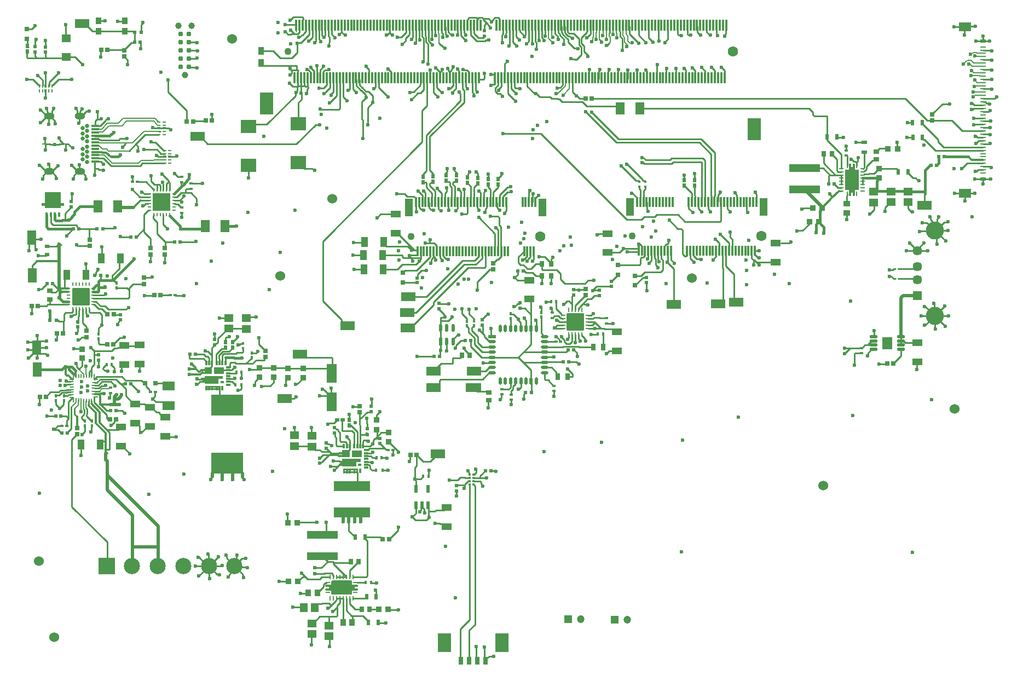
<source format=gbr>
%TF.GenerationSoftware,Altium Limited,Altium Designer,25.8.1 (18)*%
G04 Layer_Physical_Order=1*
G04 Layer_Color=255*
%FSLAX45Y45*%
%MOMM*%
%TF.SameCoordinates,716D66D7-A0E9-4909-A487-8E51579E39AF*%
%TF.FilePolarity,Positive*%
%TF.FileFunction,Copper,L1,Top,Signal*%
%TF.Part,Single*%
G01*
G75*
%TA.AperFunction,SMDPad,CuDef*%
%ADD10R,2.00000X3.50000*%
%ADD11R,0.30000X1.75000*%
%ADD12R,0.95814X0.91213*%
%ADD13R,0.70000X0.65000*%
%ADD14R,0.92000X1.30000*%
%ADD15R,0.67248X0.71535*%
%ADD16R,0.30000X0.72500*%
%ADD17R,0.57247X0.61535*%
%ADD18C,0.82688*%
%ADD19R,1.45620X1.25464*%
%ADD20R,2.33000X1.99000*%
%ADD21R,0.61535X0.57247*%
G04:AMPARAMS|DCode=22|XSize=0.2mm|YSize=1mm|CornerRadius=0.05mm|HoleSize=0mm|Usage=FLASHONLY|Rotation=270.000|XOffset=0mm|YOffset=0mm|HoleType=Round|Shape=RoundedRectangle|*
%AMROUNDEDRECTD22*
21,1,0.20000,0.90000,0,0,270.0*
21,1,0.10000,1.00000,0,0,270.0*
1,1,0.10000,-0.45000,-0.05000*
1,1,0.10000,-0.45000,0.05000*
1,1,0.10000,0.45000,0.05000*
1,1,0.10000,0.45000,-0.05000*
%
%ADD22ROUNDEDRECTD22*%
%ADD23C,1.52400*%
%ADD24R,0.28000X0.25000*%
%ADD25R,1.60000X1.05000*%
%ADD26R,0.50000X0.40000*%
%ADD27R,0.71535X0.67248*%
G04:AMPARAMS|DCode=28|XSize=0.45mm|YSize=1.15mm|CornerRadius=0.0495mm|HoleSize=0mm|Usage=FLASHONLY|Rotation=90.000|XOffset=0mm|YOffset=0mm|HoleType=Round|Shape=RoundedRectangle|*
%AMROUNDEDRECTD28*
21,1,0.45000,1.05100,0,0,90.0*
21,1,0.35100,1.15000,0,0,90.0*
1,1,0.09900,0.52550,0.17550*
1,1,0.09900,0.52550,-0.17550*
1,1,0.09900,-0.52550,-0.17550*
1,1,0.09900,-0.52550,0.17550*
%
%ADD28ROUNDEDRECTD28*%
G04:AMPARAMS|DCode=29|XSize=1.57mm|YSize=1.89mm|CornerRadius=0.0471mm|HoleSize=0mm|Usage=FLASHONLY|Rotation=0.000|XOffset=0mm|YOffset=0mm|HoleType=Round|Shape=RoundedRectangle|*
%AMROUNDEDRECTD29*
21,1,1.57000,1.79580,0,0,0.0*
21,1,1.47580,1.89000,0,0,0.0*
1,1,0.09420,0.73790,-0.89790*
1,1,0.09420,-0.73790,-0.89790*
1,1,0.09420,-0.73790,0.89790*
1,1,0.09420,0.73790,0.89790*
%
%ADD29ROUNDEDRECTD29*%
%ADD30R,0.45000X0.50000*%
%ADD31R,1.85000X1.35000*%
%ADD32R,0.50000X0.45000*%
%ADD33R,4.95300X3.17500*%
%ADD34R,0.91213X0.95814*%
%ADD35R,1.60000X3.00000*%
%ADD36R,2.20000X1.40000*%
%ADD37R,0.65000X0.70000*%
G04:AMPARAMS|DCode=38|XSize=0.24mm|YSize=0.58mm|CornerRadius=0.0504mm|HoleSize=0mm|Usage=FLASHONLY|Rotation=0.000|XOffset=0mm|YOffset=0mm|HoleType=Round|Shape=RoundedRectangle|*
%AMROUNDEDRECTD38*
21,1,0.24000,0.47920,0,0,0.0*
21,1,0.13920,0.58000,0,0,0.0*
1,1,0.10080,0.06960,-0.23960*
1,1,0.10080,-0.06960,-0.23960*
1,1,0.10080,-0.06960,0.23960*
1,1,0.10080,0.06960,0.23960*
%
%ADD38ROUNDEDRECTD38*%
%ADD39R,1.05000X1.60000*%
%ADD40R,0.47247X0.51535*%
%ADD41R,0.30000X1.55000*%
%ADD42R,0.80000X0.90000*%
G04:AMPARAMS|DCode=43|XSize=0.3mm|YSize=1.55mm|CornerRadius=0.0225mm|HoleSize=0mm|Usage=FLASHONLY|Rotation=0.000|XOffset=0mm|YOffset=0mm|HoleType=Round|Shape=RoundedRectangle|*
%AMROUNDEDRECTD43*
21,1,0.30000,1.50500,0,0,0.0*
21,1,0.25500,1.55000,0,0,0.0*
1,1,0.04500,0.12750,-0.75250*
1,1,0.04500,-0.12750,-0.75250*
1,1,0.04500,-0.12750,0.75250*
1,1,0.04500,0.12750,0.75250*
%
%ADD43ROUNDEDRECTD43*%
%ADD44R,0.90000X0.25000*%
%ADD45R,1.90000X1.40000*%
%ADD46R,0.90000X0.55000*%
%ADD47R,0.50000X0.90000*%
%ADD48R,0.95872X0.91213*%
%ADD49R,0.90000X0.50000*%
%TA.AperFunction,SMDPad,SMDef*%
%ADD50C,1.97100*%
%TA.AperFunction,SMDPad,CuDef*%
G04:AMPARAMS|DCode=51|XSize=0.24mm|YSize=0.6mm|CornerRadius=0.0504mm|HoleSize=0mm|Usage=FLASHONLY|Rotation=0.000|XOffset=0mm|YOffset=0mm|HoleType=Round|Shape=RoundedRectangle|*
%AMROUNDEDRECTD51*
21,1,0.24000,0.49920,0,0,0.0*
21,1,0.13920,0.60000,0,0,0.0*
1,1,0.10080,0.06960,-0.24960*
1,1,0.10080,-0.06960,-0.24960*
1,1,0.10080,-0.06960,0.24960*
1,1,0.10080,0.06960,0.24960*
%
%ADD51ROUNDEDRECTD51*%
%ADD52R,1.05000X0.95000*%
G04:AMPARAMS|DCode=53|XSize=2.7mm|YSize=2.7mm|CornerRadius=0.054mm|HoleSize=0mm|Usage=FLASHONLY|Rotation=0.000|XOffset=0mm|YOffset=0mm|HoleType=Round|Shape=RoundedRectangle|*
%AMROUNDEDRECTD53*
21,1,2.70000,2.59200,0,0,0.0*
21,1,2.59200,2.70000,0,0,0.0*
1,1,0.10800,1.29600,-1.29600*
1,1,0.10800,-1.29600,-1.29600*
1,1,0.10800,-1.29600,1.29600*
1,1,0.10800,1.29600,1.29600*
%
%ADD53ROUNDEDRECTD53*%
G04:AMPARAMS|DCode=54|XSize=0.24mm|YSize=0.6mm|CornerRadius=0.0504mm|HoleSize=0mm|Usage=FLASHONLY|Rotation=90.000|XOffset=0mm|YOffset=0mm|HoleType=Round|Shape=RoundedRectangle|*
%AMROUNDEDRECTD54*
21,1,0.24000,0.49920,0,0,90.0*
21,1,0.13920,0.60000,0,0,90.0*
1,1,0.10080,0.24960,0.06960*
1,1,0.10080,0.24960,-0.06960*
1,1,0.10080,-0.24960,-0.06960*
1,1,0.10080,-0.24960,0.06960*
%
%ADD54ROUNDEDRECTD54*%
G04:AMPARAMS|DCode=55|XSize=0.48583mm|YSize=1.18828mm|CornerRadius=0.24292mm|HoleSize=0mm|Usage=FLASHONLY|Rotation=0.000|XOffset=0mm|YOffset=0mm|HoleType=Round|Shape=RoundedRectangle|*
%AMROUNDEDRECTD55*
21,1,0.48583,0.70245,0,0,0.0*
21,1,0.00000,1.18828,0,0,0.0*
1,1,0.48583,0.00000,-0.35123*
1,1,0.48583,0.00000,-0.35123*
1,1,0.48583,0.00000,0.35123*
1,1,0.48583,0.00000,0.35123*
%
%ADD55ROUNDEDRECTD55*%
G04:AMPARAMS|DCode=56|XSize=1.18828mm|YSize=0.48583mm|CornerRadius=0.24292mm|HoleSize=0mm|Usage=FLASHONLY|Rotation=0.000|XOffset=0mm|YOffset=0mm|HoleType=Round|Shape=RoundedRectangle|*
%AMROUNDEDRECTD56*
21,1,1.18828,0.00000,0,0,0.0*
21,1,0.70245,0.48583,0,0,0.0*
1,1,0.48583,0.35123,0.00000*
1,1,0.48583,-0.35123,0.00000*
1,1,0.48583,-0.35123,0.00000*
1,1,0.48583,0.35123,0.00000*
%
%ADD56ROUNDEDRECTD56*%
%ADD57R,1.18828X0.48583*%
%ADD58R,0.75000X0.90000*%
%ADD59R,0.90000X0.75000*%
G04:AMPARAMS|DCode=60|XSize=1.20524mm|YSize=0.52981mm|CornerRadius=0.2649mm|HoleSize=0mm|Usage=FLASHONLY|Rotation=90.000|XOffset=0mm|YOffset=0mm|HoleType=Round|Shape=RoundedRectangle|*
%AMROUNDEDRECTD60*
21,1,1.20524,0.00000,0,0,90.0*
21,1,0.67543,0.52981,0,0,90.0*
1,1,0.52980,0.00000,0.33772*
1,1,0.52980,0.00000,-0.33772*
1,1,0.52980,0.00000,-0.33772*
1,1,0.52980,0.00000,0.33772*
%
%ADD60ROUNDEDRECTD60*%
%TA.AperFunction,ConnectorPad*%
%ADD61R,0.80000X1.30000*%
%TA.AperFunction,SMDPad,CuDef*%
%ADD62R,0.42000X0.31000*%
%TA.AperFunction,BGAPad,CuDef*%
%ADD63C,0.78700*%
%TA.AperFunction,SMDPad,CuDef*%
%ADD64R,0.60000X0.50000*%
G04:AMPARAMS|DCode=65|XSize=0.565mm|YSize=0.4mm|CornerRadius=0.05mm|HoleSize=0mm|Usage=FLASHONLY|Rotation=0.000|XOffset=0mm|YOffset=0mm|HoleType=Round|Shape=RoundedRectangle|*
%AMROUNDEDRECTD65*
21,1,0.56500,0.30000,0,0,0.0*
21,1,0.46500,0.40000,0,0,0.0*
1,1,0.10000,0.23250,-0.15000*
1,1,0.10000,-0.23250,-0.15000*
1,1,0.10000,-0.23250,0.15000*
1,1,0.10000,0.23250,0.15000*
%
%ADD65ROUNDEDRECTD65*%
%ADD66R,0.25000X0.60000*%
%ADD67R,0.60000X0.25000*%
%ADD68R,2.70000X2.70000*%
%ADD69R,0.90000X1.00000*%
%ADD70R,1.40000X1.30000*%
%ADD71R,1.20000X0.30000*%
%ADD72R,1.00000X0.20000*%
G04:AMPARAMS|DCode=73|XSize=0.565mm|YSize=0.4mm|CornerRadius=0.05mm|HoleSize=0mm|Usage=FLASHONLY|Rotation=270.000|XOffset=0mm|YOffset=0mm|HoleType=Round|Shape=RoundedRectangle|*
%AMROUNDEDRECTD73*
21,1,0.56500,0.30000,0,0,270.0*
21,1,0.46500,0.40000,0,0,270.0*
1,1,0.10000,-0.15000,-0.23250*
1,1,0.10000,-0.15000,0.23250*
1,1,0.10000,0.15000,0.23250*
1,1,0.10000,0.15000,-0.23250*
%
%ADD73ROUNDEDRECTD73*%
%ADD74R,0.80000X0.80000*%
%ADD75R,0.52000X0.56000*%
%ADD76R,0.80000X0.55000*%
%ADD77R,1.40000X2.20000*%
%ADD78R,0.65000X0.60000*%
%ADD79R,0.60000X0.65000*%
%ADD80R,0.72500X0.30000*%
%ADD81R,1.57500X1.05000*%
%ADD82R,0.40000X0.50000*%
%ADD83R,0.45000X0.60000*%
G04:AMPARAMS|DCode=84|XSize=1.21mm|YSize=0.59mm|CornerRadius=0.07375mm|HoleSize=0mm|Usage=FLASHONLY|Rotation=90.000|XOffset=0mm|YOffset=0mm|HoleType=Round|Shape=RoundedRectangle|*
%AMROUNDEDRECTD84*
21,1,1.21000,0.44250,0,0,90.0*
21,1,1.06250,0.59000,0,0,90.0*
1,1,0.14750,0.22125,0.53125*
1,1,0.14750,0.22125,-0.53125*
1,1,0.14750,-0.22125,-0.53125*
1,1,0.14750,-0.22125,0.53125*
%
%ADD84ROUNDEDRECTD84*%
%ADD85C,1.08000*%
%ADD86R,0.95000X1.05000*%
%ADD87R,1.25464X1.45620*%
%TA.AperFunction,ConnectorPad*%
%ADD88R,0.71535X0.67248*%
%TA.AperFunction,SMDPad,CuDef*%
%ADD89R,0.95000X0.85000*%
G04:AMPARAMS|DCode=90|XSize=0.2mm|YSize=0.6mm|CornerRadius=0.05mm|HoleSize=0mm|Usage=FLASHONLY|Rotation=270.000|XOffset=0mm|YOffset=0mm|HoleType=Round|Shape=RoundedRectangle|*
%AMROUNDEDRECTD90*
21,1,0.20000,0.50000,0,0,270.0*
21,1,0.10000,0.60000,0,0,270.0*
1,1,0.10000,-0.25000,-0.05000*
1,1,0.10000,-0.25000,0.05000*
1,1,0.10000,0.25000,0.05000*
1,1,0.10000,0.25000,-0.05000*
%
%ADD90ROUNDEDRECTD90*%
%ADD91R,0.51535X0.47247*%
%ADD92R,0.76000X0.72000*%
G04:AMPARAMS|DCode=93|XSize=0.6mm|YSize=0.24mm|CornerRadius=0.0504mm|HoleSize=0mm|Usage=FLASHONLY|Rotation=270.000|XOffset=0mm|YOffset=0mm|HoleType=Round|Shape=RoundedRectangle|*
%AMROUNDEDRECTD93*
21,1,0.60000,0.13920,0,0,270.0*
21,1,0.49920,0.24000,0,0,270.0*
1,1,0.10080,-0.06960,-0.24960*
1,1,0.10080,-0.06960,0.24960*
1,1,0.10080,0.06960,0.24960*
1,1,0.10080,0.06960,-0.24960*
%
%ADD93ROUNDEDRECTD93*%
%ADD94R,4.70000X1.18000*%
%ADD95R,5.60000X1.55000*%
%ADD96R,0.50000X0.55000*%
%ADD97R,0.52981X1.20524*%
G04:AMPARAMS|DCode=98|XSize=0.6mm|YSize=0.24mm|CornerRadius=0.0504mm|HoleSize=0mm|Usage=FLASHONLY|Rotation=0.000|XOffset=0mm|YOffset=0mm|HoleType=Round|Shape=RoundedRectangle|*
%AMROUNDEDRECTD98*
21,1,0.60000,0.13920,0,0,0.0*
21,1,0.49920,0.24000,0,0,0.0*
1,1,0.10080,0.24960,-0.06960*
1,1,0.10080,-0.24960,-0.06960*
1,1,0.10080,-0.24960,0.06960*
1,1,0.10080,0.24960,0.06960*
%
%ADD98ROUNDEDRECTD98*%
%ADD99R,0.80000X0.80000*%
G04:AMPARAMS|DCode=100|XSize=0.65mm|YSize=0.2mm|CornerRadius=0.05mm|HoleSize=0mm|Usage=FLASHONLY|Rotation=270.000|XOffset=0mm|YOffset=0mm|HoleType=Round|Shape=RoundedRectangle|*
%AMROUNDEDRECTD100*
21,1,0.65000,0.10000,0,0,270.0*
21,1,0.55000,0.20000,0,0,270.0*
1,1,0.10000,-0.05000,-0.27500*
1,1,0.10000,-0.05000,0.27500*
1,1,0.10000,0.05000,0.27500*
1,1,0.10000,0.05000,-0.27500*
%
%ADD100ROUNDEDRECTD100*%
G04:AMPARAMS|DCode=101|XSize=0.6mm|YSize=0.2mm|CornerRadius=0.05mm|HoleSize=0mm|Usage=FLASHONLY|Rotation=270.000|XOffset=0mm|YOffset=0mm|HoleType=Round|Shape=RoundedRectangle|*
%AMROUNDEDRECTD101*
21,1,0.60000,0.10000,0,0,270.0*
21,1,0.50000,0.20000,0,0,270.0*
1,1,0.10000,-0.05000,-0.25000*
1,1,0.10000,-0.05000,0.25000*
1,1,0.10000,0.05000,0.25000*
1,1,0.10000,0.05000,-0.25000*
%
%ADD101ROUNDEDRECTD101*%
%ADD102R,0.60000X0.55000*%
%ADD103C,0.17501*%
G04:AMPARAMS|DCode=104|XSize=0.68mm|YSize=0.2mm|CornerRadius=0.05mm|HoleSize=0mm|Usage=FLASHONLY|Rotation=270.000|XOffset=0mm|YOffset=0mm|HoleType=Round|Shape=RoundedRectangle|*
%AMROUNDEDRECTD104*
21,1,0.68000,0.10000,0,0,270.0*
21,1,0.58000,0.20000,0,0,270.0*
1,1,0.10000,-0.05000,-0.29000*
1,1,0.10000,-0.05000,0.29000*
1,1,0.10000,0.05000,0.29000*
1,1,0.10000,0.05000,-0.29000*
%
%ADD104ROUNDEDRECTD104*%
G04:AMPARAMS|DCode=105|XSize=0.2mm|YSize=0.95mm|CornerRadius=0.05mm|HoleSize=0mm|Usage=FLASHONLY|Rotation=270.000|XOffset=0mm|YOffset=0mm|HoleType=Round|Shape=RoundedRectangle|*
%AMROUNDEDRECTD105*
21,1,0.20000,0.85000,0,0,270.0*
21,1,0.10000,0.95000,0,0,270.0*
1,1,0.10000,-0.42500,-0.05000*
1,1,0.10000,-0.42500,0.05000*
1,1,0.10000,0.42500,0.05000*
1,1,0.10000,0.42500,-0.05000*
%
%ADD105ROUNDEDRECTD105*%
%ADD106C,0.19159*%
G04:AMPARAMS|DCode=107|XSize=0.7mm|YSize=0.2mm|CornerRadius=0.05mm|HoleSize=0mm|Usage=FLASHONLY|Rotation=270.000|XOffset=0mm|YOffset=0mm|HoleType=Round|Shape=RoundedRectangle|*
%AMROUNDEDRECTD107*
21,1,0.70000,0.10000,0,0,270.0*
21,1,0.60000,0.20000,0,0,270.0*
1,1,0.10000,-0.05000,-0.30000*
1,1,0.10000,-0.05000,0.30000*
1,1,0.10000,0.05000,0.30000*
1,1,0.10000,0.05000,-0.30000*
%
%ADD107ROUNDEDRECTD107*%
G04:AMPARAMS|DCode=108|XSize=0.58mm|YSize=0.24mm|CornerRadius=0.0504mm|HoleSize=0mm|Usage=FLASHONLY|Rotation=0.000|XOffset=0mm|YOffset=0mm|HoleType=Round|Shape=RoundedRectangle|*
%AMROUNDEDRECTD108*
21,1,0.58000,0.13920,0,0,0.0*
21,1,0.47920,0.24000,0,0,0.0*
1,1,0.10080,0.23960,-0.06960*
1,1,0.10080,-0.23960,-0.06960*
1,1,0.10080,-0.23960,0.06960*
1,1,0.10080,0.23960,0.06960*
%
%ADD108ROUNDEDRECTD108*%
%ADD109C,0.15750*%
%ADD110R,0.96213X0.93504*%
%ADD111R,0.86213X0.73504*%
%ADD112R,0.73504X0.86213*%
%ADD113R,0.90000X1.05000*%
%ADD114R,1.35000X1.85000*%
%TA.AperFunction,ConnectorPad*%
%ADD115R,2.10000X3.00000*%
%TA.AperFunction,SMDPad,CuDef*%
%ADD116R,1.20000X2.75000*%
%ADD117R,0.40000X0.75000*%
%ADD118R,2.45000X2.40000*%
%ADD119R,0.45000X0.45000*%
%ADD120R,0.57247X0.63933*%
G04:AMPARAMS|DCode=121|XSize=1.2mm|YSize=2.75mm|CornerRadius=0.09mm|HoleSize=0mm|Usage=FLASHONLY|Rotation=0.000|XOffset=0mm|YOffset=0mm|HoleType=Round|Shape=RoundedRectangle|*
%AMROUNDEDRECTD121*
21,1,1.20000,2.57000,0,0,0.0*
21,1,1.02000,2.75000,0,0,0.0*
1,1,0.18000,0.51000,-1.28500*
1,1,0.18000,-0.51000,-1.28500*
1,1,0.18000,-0.51000,1.28500*
1,1,0.18000,0.51000,1.28500*
%
%ADD121ROUNDEDRECTD121*%
%ADD122R,2.40000X1.40000*%
G04:AMPARAMS|DCode=123|XSize=0.565mm|YSize=0.2mm|CornerRadius=0.05mm|HoleSize=0mm|Usage=FLASHONLY|Rotation=0.000|XOffset=0mm|YOffset=0mm|HoleType=Round|Shape=RoundedRectangle|*
%AMROUNDEDRECTD123*
21,1,0.56500,0.10000,0,0,0.0*
21,1,0.46500,0.20000,0,0,0.0*
1,1,0.10000,0.23250,-0.05000*
1,1,0.10000,-0.23250,-0.05000*
1,1,0.10000,-0.23250,0.05000*
1,1,0.10000,0.23250,0.05000*
%
%ADD123ROUNDEDRECTD123*%
G04:AMPARAMS|DCode=124|XSize=0.565mm|YSize=0.2mm|CornerRadius=0.05mm|HoleSize=0mm|Usage=FLASHONLY|Rotation=270.000|XOffset=0mm|YOffset=0mm|HoleType=Round|Shape=RoundedRectangle|*
%AMROUNDEDRECTD124*
21,1,0.56500,0.10000,0,0,270.0*
21,1,0.46500,0.20000,0,0,270.0*
1,1,0.10000,-0.05000,-0.23250*
1,1,0.10000,-0.05000,0.23250*
1,1,0.10000,0.05000,0.23250*
1,1,0.10000,0.05000,-0.23250*
%
%ADD124ROUNDEDRECTD124*%
%ADD125C,0.27233*%
%ADD126R,0.58000X0.38000*%
%ADD127R,0.30000X0.73000*%
%ADD128R,0.43000X0.31000*%
%ADD129R,0.81213X0.65872*%
%ADD130R,0.75000X1.00000*%
%ADD131R,0.60000X0.60000*%
%ADD132R,0.55000X0.55000*%
%TA.AperFunction,Conductor*%
%ADD133C,0.25400*%
%ADD134C,0.30000*%
%ADD135C,0.50000*%
%ADD136C,0.35000*%
%ADD137C,0.24883*%
%ADD138C,0.40000*%
%ADD139C,0.20000*%
%ADD140C,0.15000*%
%ADD141C,0.45000*%
%ADD142C,0.22000*%
%ADD143C,0.18000*%
%ADD144C,0.20629*%
%ADD145C,0.14376*%
%ADD146C,0.18162*%
%ADD147C,0.17000*%
%TA.AperFunction,ComponentPad*%
%ADD148C,1.10000*%
%ADD149C,1.60000*%
%ADD150R,1.45000X1.45000*%
%ADD151C,1.45000*%
%ADD152C,2.80000*%
%ADD153C,0.65000*%
%ADD154O,1.60000X1.00000*%
%ADD155C,2.50000*%
%ADD156R,2.50000X2.50000*%
%ADD157C,0.99100*%
%ADD158C,1.20000*%
%ADD159R,1.20000X1.20000*%
%TA.AperFunction,WasherPad*%
%ADD160C,1.52400*%
%TA.AperFunction,ViaPad*%
%ADD161C,0.60000*%
G36*
X15454572Y10394629D02*
X15458508Y10390691D01*
X15460641Y10385545D01*
X15460641Y10382760D01*
X15460641D01*
X15460640Y10344260D01*
X15481641D01*
Y10382760D01*
X15481641Y10385544D01*
X15483771Y10390689D01*
X15487708Y10394627D01*
X15492853Y10396759D01*
X15495638D01*
X15495638Y10396759D01*
X15504425D01*
X15509570Y10394628D01*
X15513509Y10390690D01*
X15515639Y10385545D01*
Y10382760D01*
X15515640D01*
Y10304260D01*
X15566640Y10304259D01*
X15569424D01*
X15574570Y10302128D01*
X15578508Y10298190D01*
X15580640Y10293044D01*
Y10290260D01*
X15580640D01*
X15580640Y9999260D01*
Y9996475D01*
X15578508Y9991330D01*
X15574570Y9987392D01*
X15569424Y9985260D01*
X15566640Y9985260D01*
X15515640Y9985260D01*
X15515640Y9906760D01*
X15515639Y9903975D01*
X15513507Y9898829D01*
X15509567Y9894891D01*
X15504424Y9892760D01*
X15501637Y9892760D01*
X15495638Y9892760D01*
X15492853Y9892760D01*
X15487708Y9894892D01*
X15483771Y9898830D01*
X15481641Y9903975D01*
Y9906760D01*
Y9906760D01*
Y9945260D01*
X15460640D01*
X15460640Y9906760D01*
Y9903975D01*
X15458508Y9898829D01*
X15454570Y9894891D01*
X15449425Y9892760D01*
X15437856D01*
X15432710Y9894891D01*
X15428772Y9898830D01*
X15426640Y9903975D01*
Y9906759D01*
X15426640Y9906760D01*
Y9985260D01*
X15372855D01*
X15367709Y9987392D01*
X15363771Y9991330D01*
X15361639Y9996475D01*
Y9999260D01*
Y9999260D01*
Y10290260D01*
Y10293044D01*
X15363771Y10298190D01*
X15367709Y10302128D01*
X15372855Y10304259D01*
X15375639D01*
X15375639Y10304260D01*
X15426640D01*
Y10382760D01*
Y10385544D01*
X15428770Y10390690D01*
X15432710Y10394628D01*
X15437856Y10396760D01*
X15440640Y10396759D01*
Y10396760D01*
X15446640Y10396759D01*
X15449425Y10396760D01*
X15454572Y10394629D01*
D02*
G37*
G36*
X3232500Y9780000D02*
X3285500D01*
Y9740000D01*
X3232500D01*
Y9710000D01*
X2987500D01*
Y9740000D01*
X2934500D01*
Y9780000D01*
X2987500D01*
Y9950000D01*
X3232500D01*
Y9780000D01*
D02*
G37*
G36*
X5571250Y7140000D02*
X5401250D01*
Y7170000D01*
X5456250D01*
Y7185000D01*
X5401250D01*
Y7215000D01*
X5456250D01*
Y7245000D01*
X5571250D01*
Y7140000D01*
D02*
G37*
G36*
X3755000Y7140000D02*
X3755994D01*
X3757832Y7139239D01*
X3759239Y7137832D01*
X3760000Y7135994D01*
Y7135000D01*
X3760000D01*
Y7065000D01*
X3805000Y7065000D01*
X3805994D01*
X3807832Y7064239D01*
X3809239Y7062832D01*
X3809999Y7060995D01*
Y7060000D01*
X3810000D01*
X3809999Y7050000D01*
X3810000Y7049005D01*
X3809239Y7047168D01*
X3807832Y7045761D01*
X3805994Y7045000D01*
X3805000D01*
X3805000Y7045000D01*
X3745000Y7045000D01*
X3744005Y7045000D01*
X3742167Y7045761D01*
X3740761Y7047168D01*
X3739999Y7049005D01*
X3740000Y7050000D01*
X3740000Y7135000D01*
X3740000Y7135995D01*
X3740761Y7137832D01*
X3742168Y7139239D01*
X3744005Y7140000D01*
X3745000Y7140000D01*
X3745000Y7140000D01*
X3755000Y7140000D01*
D02*
G37*
G36*
X3437832Y7139239D02*
X3439239Y7137832D01*
X3440000Y7135995D01*
X3440000Y7135000D01*
X3440000Y7055000D01*
X3440000Y7055000D01*
X3440000Y7054005D01*
X3439239Y7052167D01*
X3437833Y7050761D01*
X3435994Y7050000D01*
X3435000Y7050000D01*
X3375000D01*
X3374005Y7050000D01*
X3372167Y7050761D01*
X3370761Y7052168D01*
X3370000Y7054005D01*
X3370000Y7055000D01*
Y7065000D01*
X3370000Y7065995D01*
X3370761Y7067832D01*
X3372167Y7069239D01*
X3374005Y7070000D01*
X3375000Y7070000D01*
X3420000Y7070000D01*
Y7135000D01*
Y7135994D01*
X3420761Y7137832D01*
X3422168Y7139238D01*
X3424005Y7140000D01*
X3425000D01*
X3435000Y7140000D01*
Y7140000D01*
X3435994Y7140000D01*
X3437832Y7139239D01*
D02*
G37*
G36*
X5738750Y7064500D02*
X5673750D01*
Y6990000D01*
X5456250D01*
Y7005000D01*
X5401250D01*
Y7035000D01*
X5456250D01*
Y7050000D01*
X5401250D01*
Y7080000D01*
X5456250D01*
Y7110000D01*
X5738750D01*
Y7064500D01*
D02*
G37*
G36*
X5703750Y6887500D02*
X5673750D01*
Y6932500D01*
X5658750D01*
Y6887500D01*
X5628750D01*
Y6932500D01*
X5588750D01*
Y6887500D01*
X5558750D01*
Y6932500D01*
X5543750D01*
Y6887500D01*
X5513750D01*
Y6932500D01*
X5498750D01*
Y6887500D01*
X5468750D01*
Y6960000D01*
X5703750D01*
Y6887500D01*
D02*
G37*
G36*
X3805000Y6795000D02*
X3805994D01*
X3807832Y6794239D01*
X3809239Y6792832D01*
X3810000Y6790995D01*
X3809999Y6790000D01*
X3810000Y6780000D01*
X3810000Y6780000D01*
X3810000Y6779005D01*
X3809239Y6777168D01*
X3807832Y6775761D01*
X3805994Y6775000D01*
X3805000Y6775000D01*
X3760000D01*
Y6705000D01*
X3760000Y6705000D01*
X3760000Y6704006D01*
X3759239Y6702168D01*
X3757832Y6700761D01*
X3755994Y6700000D01*
X3755000Y6700000D01*
X3745000D01*
X3744005Y6700000D01*
X3742168Y6700761D01*
X3740761Y6702168D01*
X3740000Y6704005D01*
X3740000Y6705000D01*
X3740000Y6790000D01*
Y6790000D01*
X3739999Y6790995D01*
X3740761Y6792832D01*
X3742167Y6794239D01*
X3744005Y6795000D01*
X3745000Y6795000D01*
X3805000Y6795000D01*
X3805000Y6795000D01*
D02*
G37*
G36*
X3437833Y6789239D02*
X3439240Y6787833D01*
X3440000Y6785995D01*
X3440000Y6785000D01*
X3440000D01*
X3440000Y6705000D01*
X3440000Y6704005D01*
X3439239Y6702168D01*
X3437832Y6700761D01*
X3435994Y6700000D01*
X3435000Y6700000D01*
X3424005D01*
X3422168Y6700762D01*
X3420761Y6702168D01*
X3420000Y6704006D01*
Y6705000D01*
Y6705000D01*
Y6770000D01*
X3375000D01*
X3374005Y6770000D01*
X3372167Y6770761D01*
X3370761Y6772168D01*
X3370000Y6774006D01*
X3370000Y6775000D01*
Y6775000D01*
Y6785000D01*
X3370000Y6785995D01*
X3370761Y6787832D01*
X3372167Y6789239D01*
X3374005Y6790000D01*
X3375000D01*
Y6790000D01*
X3435000Y6790000D01*
X3435995Y6790000D01*
X3437833Y6789239D01*
D02*
G37*
G36*
X7701250Y5857301D02*
X7531250D01*
Y5887301D01*
X7586250D01*
Y5902301D01*
X7531250D01*
Y5932301D01*
X7586250D01*
Y5962301D01*
X7701250D01*
Y5857301D01*
D02*
G37*
G36*
X7868750Y5781801D02*
X7803750D01*
Y5707301D01*
X7586250D01*
Y5722301D01*
X7531250D01*
Y5752301D01*
X7586250D01*
Y5767301D01*
X7531250D01*
Y5797301D01*
X7586250D01*
Y5827301D01*
X7868750D01*
Y5781801D01*
D02*
G37*
G36*
X7833750Y5604801D02*
X7803750D01*
Y5649801D01*
X7788750D01*
Y5604801D01*
X7758750D01*
Y5649801D01*
X7718750D01*
Y5604801D01*
X7688750D01*
Y5649801D01*
X7673750D01*
Y5604801D01*
X7643750D01*
Y5649801D01*
X7628750D01*
Y5604801D01*
X7598750D01*
Y5677301D01*
X7833750D01*
Y5604801D01*
D02*
G37*
G36*
X7722720Y3947540D02*
X7725504D01*
X7730650Y3945408D01*
X7734588Y3941470D01*
X7736719Y3936325D01*
Y3933540D01*
X7736720D01*
Y3882540D01*
X7815220Y3882540D01*
X7818004D01*
X7823150Y3880409D01*
X7827088Y3876470D01*
X7829220Y3871325D01*
X7829220Y3868540D01*
X7829220Y3868540D01*
X7829220Y3862540D01*
X7829220Y3859755D01*
X7827089Y3854609D01*
X7823151Y3850670D01*
X7818005Y3848539D01*
X7815220Y3848539D01*
Y3848539D01*
X7776720Y3848540D01*
Y3827540D01*
X7815220Y3827540D01*
X7818004Y3827540D01*
X7823149Y3825409D01*
X7827087Y3821472D01*
X7829219Y3816327D01*
Y3813543D01*
X7829220D01*
Y3807540D01*
Y3804755D01*
X7827088Y3799610D01*
X7823150Y3795672D01*
X7818005Y3793541D01*
X7815220D01*
Y3793540D01*
X7736720D01*
X7736719Y3742540D01*
Y3739755D01*
X7734588Y3734610D01*
X7730650Y3730672D01*
X7725504Y3728540D01*
X7722720D01*
Y3728540D01*
X7431720Y3728540D01*
X7428935D01*
X7423790Y3730672D01*
X7419852Y3734610D01*
X7417720Y3739756D01*
X7417720Y3742540D01*
X7417720Y3793540D01*
X7339220Y3793540D01*
X7336435Y3793541D01*
X7331289Y3795673D01*
X7327351Y3799611D01*
X7325220Y3804757D01*
X7325220Y3807542D01*
X7325220Y3813542D01*
X7325220Y3816327D01*
X7327352Y3821471D01*
X7331290Y3825409D01*
X7336435Y3827540D01*
X7339220D01*
X7339220Y3827540D01*
X7377720D01*
Y3848540D01*
X7339220Y3848540D01*
X7336435D01*
X7331289Y3850671D01*
X7327351Y3854610D01*
X7325220Y3859755D01*
Y3862540D01*
Y3868540D01*
Y3871325D01*
X7327351Y3876470D01*
X7331290Y3880408D01*
X7336435Y3882540D01*
X7339220D01*
X7339220Y3882540D01*
X7417720D01*
Y3933540D01*
Y3936325D01*
X7419852Y3941470D01*
X7423790Y3945408D01*
X7428935Y3947540D01*
X7431720D01*
X7431720Y3947540D01*
X7722720Y3947540D01*
D02*
G37*
%LPC*%
G36*
X15566640Y9985260D02*
X15566640D01*
D01*
X15566640D01*
D02*
G37*
G36*
X15501637Y9892760D02*
X15501637D01*
D01*
X15501637D01*
D02*
G37*
%LPD*%
D10*
X13962500Y10928800D02*
D03*
X6412500Y11328800D02*
D03*
D11*
X6850000Y11718800D02*
D03*
X6900000D02*
D03*
X6950000D02*
D03*
X7000000D02*
D03*
X7050000D02*
D03*
X7100000D02*
D03*
X7150000D02*
D03*
X7200000D02*
D03*
X7250000D02*
D03*
X7300000D02*
D03*
X7350000D02*
D03*
X7400000D02*
D03*
X7450000D02*
D03*
X7500000D02*
D03*
X7550000D02*
D03*
X7600000D02*
D03*
X7650000D02*
D03*
X7700000D02*
D03*
X7750000D02*
D03*
X7800000D02*
D03*
X7850000D02*
D03*
X7900000D02*
D03*
X7950000D02*
D03*
X8000000D02*
D03*
X8050000D02*
D03*
X8100000D02*
D03*
X8150000D02*
D03*
X8200000D02*
D03*
X8250000D02*
D03*
X8300000D02*
D03*
X8350000D02*
D03*
X8400000D02*
D03*
X8450000D02*
D03*
X8500000D02*
D03*
X8550000D02*
D03*
X8600000D02*
D03*
X8650000D02*
D03*
X8700000D02*
D03*
X8750000D02*
D03*
X8800000D02*
D03*
X8850000D02*
D03*
X8900000D02*
D03*
X8950000D02*
D03*
X9000000D02*
D03*
X9050000D02*
D03*
X9100000D02*
D03*
X9150000D02*
D03*
X9200000D02*
D03*
X9250000D02*
D03*
X9300000D02*
D03*
X9350000D02*
D03*
X9400000D02*
D03*
X9450000D02*
D03*
X9500000D02*
D03*
X9550000D02*
D03*
X9600000D02*
D03*
X9650000D02*
D03*
X9700000D02*
D03*
X6875000Y12538800D02*
D03*
X6925000D02*
D03*
X6975000D02*
D03*
X7025000D02*
D03*
X7075000D02*
D03*
X7125000D02*
D03*
X7175000D02*
D03*
X7225000D02*
D03*
X7275000D02*
D03*
X7325000D02*
D03*
X7375000D02*
D03*
X7425000D02*
D03*
X7475000D02*
D03*
X7525000D02*
D03*
X7575000D02*
D03*
X7625000D02*
D03*
X7675000D02*
D03*
X7725000D02*
D03*
X7775000D02*
D03*
X7825000D02*
D03*
X7875000D02*
D03*
X7925000D02*
D03*
X7975000D02*
D03*
X8025000D02*
D03*
X8075000D02*
D03*
X8125000D02*
D03*
X8175000D02*
D03*
X8225000D02*
D03*
X8275000D02*
D03*
X8325000D02*
D03*
X8375000D02*
D03*
X8425000D02*
D03*
X8475000D02*
D03*
X8525000D02*
D03*
X8575000D02*
D03*
X8625000D02*
D03*
X8675000D02*
D03*
X8725000D02*
D03*
X8775000D02*
D03*
X8825000D02*
D03*
X8875000D02*
D03*
X8925000D02*
D03*
X8975000D02*
D03*
X9025000D02*
D03*
X9075000D02*
D03*
X9125000D02*
D03*
X9175000D02*
D03*
X9225000D02*
D03*
X9275000D02*
D03*
X9325000D02*
D03*
X9375000D02*
D03*
X9425000D02*
D03*
X9475000D02*
D03*
X9525000D02*
D03*
X9575000D02*
D03*
X9625000D02*
D03*
X9675000D02*
D03*
X9725000D02*
D03*
X9950000Y11718800D02*
D03*
X10000000D02*
D03*
X10050000D02*
D03*
X10100000D02*
D03*
X10150000D02*
D03*
X10200000D02*
D03*
X10250000D02*
D03*
X10300000D02*
D03*
X10350000D02*
D03*
X10400000D02*
D03*
X10450000D02*
D03*
X10500000D02*
D03*
X10550000D02*
D03*
X10600000D02*
D03*
X10650000D02*
D03*
X10700000D02*
D03*
X10750000D02*
D03*
X10800000D02*
D03*
X10850000D02*
D03*
X10900000D02*
D03*
X10950000D02*
D03*
X11000000D02*
D03*
X11050000D02*
D03*
X11100000D02*
D03*
X11150000D02*
D03*
X11200000D02*
D03*
X11250000D02*
D03*
X11300000D02*
D03*
X11350000D02*
D03*
X11400000D02*
D03*
X11450000D02*
D03*
X11500000D02*
D03*
X11550000D02*
D03*
X11600000D02*
D03*
X11650000D02*
D03*
X11700000D02*
D03*
X11750000D02*
D03*
X11800000D02*
D03*
X11850000D02*
D03*
X11900000D02*
D03*
X11950000D02*
D03*
X12000000D02*
D03*
X12050000D02*
D03*
X12100000D02*
D03*
X12150000D02*
D03*
X12200000D02*
D03*
X12250000D02*
D03*
X12300000D02*
D03*
X12350000D02*
D03*
X12400000D02*
D03*
X12450000D02*
D03*
X12500000D02*
D03*
X12550000D02*
D03*
X12600000D02*
D03*
X12650000D02*
D03*
X12700000D02*
D03*
X12750000D02*
D03*
X12800000D02*
D03*
X12850000D02*
D03*
X12900000D02*
D03*
X12950000D02*
D03*
X13000000D02*
D03*
X13050000D02*
D03*
X13100000D02*
D03*
X13150000D02*
D03*
X13200000D02*
D03*
X13250000D02*
D03*
X13300000D02*
D03*
X13350000D02*
D03*
X13400000D02*
D03*
X13450000D02*
D03*
X13500000D02*
D03*
X9975000Y12538800D02*
D03*
X10025000D02*
D03*
X10075000D02*
D03*
X10125000D02*
D03*
X10175000D02*
D03*
X10225000D02*
D03*
X10275000D02*
D03*
X10325000D02*
D03*
X10375000D02*
D03*
X10425000D02*
D03*
X10475000D02*
D03*
X10525000D02*
D03*
X10575000D02*
D03*
X10625000D02*
D03*
X10675000D02*
D03*
X10725000D02*
D03*
X10775000D02*
D03*
X10825000D02*
D03*
X10875000D02*
D03*
X10925000D02*
D03*
X10975000D02*
D03*
X11025000D02*
D03*
X11075000D02*
D03*
X11125000D02*
D03*
X11175000D02*
D03*
X11225000D02*
D03*
X11275000D02*
D03*
X11325000D02*
D03*
X11375000D02*
D03*
X11425000D02*
D03*
X11475000D02*
D03*
X11525000D02*
D03*
X11575000D02*
D03*
X11625000D02*
D03*
X11675000D02*
D03*
X11725000D02*
D03*
X11775000D02*
D03*
X11825000D02*
D03*
X11875000D02*
D03*
X11925000D02*
D03*
X11975000D02*
D03*
X12025000D02*
D03*
X12075000D02*
D03*
X12125000D02*
D03*
X12175000D02*
D03*
X12225000D02*
D03*
X12275000D02*
D03*
X12325000D02*
D03*
X12375000D02*
D03*
X12425000D02*
D03*
X12475000D02*
D03*
X12525000D02*
D03*
X12575000D02*
D03*
X12625000D02*
D03*
X12675000D02*
D03*
X12725000D02*
D03*
X12775000D02*
D03*
X12825000D02*
D03*
X12875000D02*
D03*
X12925000D02*
D03*
X12975000D02*
D03*
X13025000D02*
D03*
X13075000D02*
D03*
X13125000D02*
D03*
X13175000D02*
D03*
X13225000D02*
D03*
X13275000D02*
D03*
X13325000D02*
D03*
X13375000D02*
D03*
X13425000D02*
D03*
X13475000D02*
D03*
X13525000D02*
D03*
D12*
X6744794Y4837015D02*
D03*
X6890193D02*
D03*
X14863976Y9711453D02*
D03*
X14814241Y9491980D02*
D03*
X6754821Y3929380D02*
D03*
X6900219D02*
D03*
X14959639Y9491980D02*
D03*
X15009375Y9711453D02*
D03*
D13*
X11352020Y11404600D02*
D03*
X11447020D02*
D03*
X3952500Y7600000D02*
D03*
X4047500D02*
D03*
X5478780Y11059160D02*
D03*
X5573780D02*
D03*
X8310120Y4584700D02*
D03*
X8215120D02*
D03*
X4682500Y8360000D02*
D03*
X4777500D02*
D03*
X3956300Y8061960D02*
D03*
X4051300D02*
D03*
D14*
X6329680Y11949680D02*
D03*
Y12139680D02*
D03*
D15*
X7856220Y6644236D02*
D03*
X11353487Y8455256D02*
D03*
X16708121Y11155680D02*
D03*
X4838476Y8991112D02*
D03*
X4620000Y8992144D02*
D03*
X4520000Y8630000D02*
D03*
X16708121Y11059967D02*
D03*
X11353487Y8359544D02*
D03*
X4520000Y8534287D02*
D03*
X4620000Y9087856D02*
D03*
X4838476Y9086824D02*
D03*
X7856220Y6548524D02*
D03*
D16*
X7703750Y6028551D02*
D03*
X5573750Y7311250D02*
D03*
X5778750D02*
D03*
X7908750Y6028551D02*
D03*
X5733750Y7311250D02*
D03*
X5688750D02*
D03*
X5483750D02*
D03*
X5528750D02*
D03*
X5643750D02*
D03*
X7613750Y6028551D02*
D03*
X7658750D02*
D03*
X7863750D02*
D03*
X7773750D02*
D03*
X7818750D02*
D03*
D17*
X7338060Y5992184D02*
D03*
X5612647Y7588573D02*
D03*
X11165840Y8450256D02*
D03*
X11567160Y8435016D02*
D03*
X10334504Y8240883D02*
D03*
X9752841Y7984467D02*
D03*
X9085580Y8231493D02*
D03*
X9352280Y5331460D02*
D03*
X2838884Y12209239D02*
D03*
X8037647Y6640523D02*
D03*
X7970520Y6291580D02*
D03*
X7338060Y6077896D02*
D03*
X5612647Y7674285D02*
D03*
X3821376Y7355252D02*
D03*
X9352280Y5417173D02*
D03*
X9085580Y8145780D02*
D03*
X9752841Y7898754D02*
D03*
X3821376Y7440965D02*
D03*
X7970520Y6205867D02*
D03*
X7470000Y6315713D02*
D03*
Y6230000D02*
D03*
X3395980Y9726307D02*
D03*
Y9812020D02*
D03*
X2838884Y12123527D02*
D03*
X7157419Y4055640D02*
D03*
Y4141353D02*
D03*
X10334504Y8155171D02*
D03*
X11567160Y8349304D02*
D03*
X11165840Y8364544D02*
D03*
X8037647Y6554811D02*
D03*
D18*
X7642813Y5916364D02*
D03*
X5512813Y7199063D02*
D03*
D19*
X7117893Y6018789D02*
D03*
X6846873Y6024915D02*
D03*
X6103857Y7839052D02*
D03*
X5832837Y7844912D02*
D03*
X16343550Y9798619D02*
D03*
X16075661Y9798022D02*
D03*
X15808949Y9796316D02*
D03*
X5832837Y8010069D02*
D03*
X6103857Y8004208D02*
D03*
X7117893Y6183945D02*
D03*
X6846873Y6190071D02*
D03*
X7383523Y3085632D02*
D03*
X7122160Y3116524D02*
D03*
X16343550Y9963775D02*
D03*
X16075661Y9963178D02*
D03*
X15808949Y9961473D02*
D03*
X7383523Y3250789D02*
D03*
X7122160Y3281680D02*
D03*
D20*
X6911340Y11009640D02*
D03*
X6139180Y10971540D02*
D03*
X6911340Y10407640D02*
D03*
X6139180Y10369540D02*
D03*
D21*
X4003364Y6578600D02*
D03*
X10384427Y8734962D02*
D03*
X10298715D02*
D03*
X11170273Y7513320D02*
D03*
X11093424Y7330673D02*
D03*
X10424807Y6855460D02*
D03*
X9489440Y7658100D02*
D03*
X9887573Y5646420D02*
D03*
X4462386Y12277056D02*
D03*
X3762064Y8666480D02*
D03*
X3021309Y8536124D02*
D03*
X9009858Y7412204D02*
D03*
X4318000Y6990080D02*
D03*
X4089076Y6578600D02*
D03*
X9095570Y7412204D02*
D03*
X9801860Y5646420D02*
D03*
X4232287Y6990080D02*
D03*
X3847776Y8666480D02*
D03*
X15196497Y10081260D02*
D03*
X15110783D02*
D03*
X5229104Y7446124D02*
D03*
X5314817D02*
D03*
X4376673Y12277056D02*
D03*
X3107022Y8536124D02*
D03*
X11007711Y7330673D02*
D03*
X10510520Y6855460D02*
D03*
X9575153Y7658100D02*
D03*
X11084560Y7513320D02*
D03*
D22*
X3760000Y6830000D02*
D03*
Y6920000D02*
D03*
Y6965000D02*
D03*
Y6875000D02*
D03*
D23*
X7436206Y9849573D02*
D03*
X15028265Y5417273D02*
D03*
X2898140Y4246880D02*
D03*
D24*
X16190199Y8771449D02*
D03*
X16146201D02*
D03*
X16190199Y8611946D02*
D03*
X16146201D02*
D03*
D25*
X16484599Y7625440D02*
D03*
Y7330440D02*
D03*
X8412480Y9319260D02*
D03*
X14293259Y8869836D02*
D03*
X11687404Y9018479D02*
D03*
X14293259Y9164837D02*
D03*
X11687404Y9313479D02*
D03*
X11838059Y7500000D02*
D03*
X10479740Y8593838D02*
D03*
X9200000Y4782500D02*
D03*
X8412480Y9614260D02*
D03*
X4455160Y7297060D02*
D03*
X4216400Y7289440D02*
D03*
X4610100Y6331860D02*
D03*
X4847892Y6177211D02*
D03*
X4385745Y6379631D02*
D03*
X4165302Y6022476D02*
D03*
X9200000Y5077500D02*
D03*
X11838059Y7795000D02*
D03*
X4165302Y6317476D02*
D03*
X4847892Y6472212D02*
D03*
X4385745Y6674631D02*
D03*
X4610100Y6626860D02*
D03*
X4455160Y7592060D02*
D03*
X4216400Y7584440D02*
D03*
X10479740Y8298838D02*
D03*
D26*
X15620000Y7460000D02*
D03*
Y7540000D02*
D03*
X15382320Y10597260D02*
D03*
X11676380Y7922900D02*
D03*
X10838180Y8089900D02*
D03*
X10861035Y6879130D02*
D03*
X10055640Y6829456D02*
D03*
X10200640Y6744201D02*
D03*
X5099987Y10188042D02*
D03*
X5250180Y10086340D02*
D03*
X5100000Y9633674D02*
D03*
X4003040Y6929120D02*
D03*
Y6849120D02*
D03*
X15382320Y10517260D02*
D03*
X10838180Y8009900D02*
D03*
X5100000Y9713674D02*
D03*
X5250180Y10006340D02*
D03*
X5099987Y10108042D02*
D03*
X11676380Y8002900D02*
D03*
X10055640Y6909456D02*
D03*
X10200640Y6824200D02*
D03*
X10861035Y6959130D02*
D03*
D27*
X16110001Y7300000D02*
D03*
X16014288D02*
D03*
X2784288Y8190000D02*
D03*
X2908199Y6785976D02*
D03*
X3003911D02*
D03*
X5182099Y11043607D02*
D03*
X3855720Y12152529D02*
D03*
X8735713Y5890000D02*
D03*
X8640000D02*
D03*
X2880000Y8190000D02*
D03*
X3951433Y12152529D02*
D03*
X5277811Y11043607D02*
D03*
D28*
X16232500Y7587500D02*
D03*
Y7652500D02*
D03*
Y7717500D02*
D03*
Y7522500D02*
D03*
X15807500Y7717500D02*
D03*
Y7587500D02*
D03*
Y7652500D02*
D03*
Y7522500D02*
D03*
D29*
X16020000Y7620000D02*
D03*
D30*
X3715467Y6335148D02*
D03*
X3280000Y6725000D02*
D03*
X3160000D02*
D03*
X3820000Y7757500D02*
D03*
X10190480Y8076600D02*
D03*
X6190000Y7467500D02*
D03*
X3606800Y6335360D02*
D03*
X10668000Y8094380D02*
D03*
X3715467Y6410148D02*
D03*
X3606800Y6410360D02*
D03*
X3820000Y7682500D02*
D03*
X3280000Y6800000D02*
D03*
X4097020Y8546500D02*
D03*
X3160000Y6800000D02*
D03*
X4097020Y8471500D02*
D03*
X6190000Y7392500D02*
D03*
X10668000Y8019380D02*
D03*
X9621520Y7885360D02*
D03*
Y7960360D02*
D03*
X10190480Y8001600D02*
D03*
X9514321Y7884141D02*
D03*
Y7959141D02*
D03*
D31*
X4903659Y6652212D02*
D03*
Y6957212D02*
D03*
D32*
X4695759Y6859600D02*
D03*
X5005000Y8360000D02*
D03*
X10966950Y7639201D02*
D03*
X4342500Y10110000D02*
D03*
X8370450Y5965778D02*
D03*
X3250000Y6340000D02*
D03*
X3325000D02*
D03*
X4620759Y6859600D02*
D03*
X4930000Y8360000D02*
D03*
X4417500Y10110000D02*
D03*
X8295450Y5965778D02*
D03*
X10891950Y7639201D02*
D03*
D33*
X5808980Y5759450D02*
D03*
Y6661150D02*
D03*
D34*
X6305592Y7236693D02*
D03*
X6529166D02*
D03*
X6745779Y7225088D02*
D03*
X6980000Y7225399D02*
D03*
X8120380Y6427779D02*
D03*
X8305607Y6091256D02*
D03*
X6980000Y7080000D02*
D03*
X6745779Y7079689D02*
D03*
X6529166Y7091294D02*
D03*
X6305592D02*
D03*
X8120380Y6282381D02*
D03*
X8305607Y6236655D02*
D03*
D35*
X7420000Y7150000D02*
D03*
Y6710000D02*
D03*
D36*
X6934853Y7451206D02*
D03*
X6700000Y6760000D02*
D03*
X9065000Y5905000D02*
D03*
X16596359Y9748520D02*
D03*
X3564456Y12562900D02*
D03*
X5349240Y10812780D02*
D03*
X7668260Y7886700D02*
D03*
X8996600Y6926580D02*
D03*
Y7180580D02*
D03*
X9626600D02*
D03*
X13682980Y8249920D02*
D03*
X12717780Y8219440D02*
D03*
X13401041Y8229600D02*
D03*
X8590280Y8087360D02*
D03*
X8603632Y7852367D02*
D03*
X8605520Y8333740D02*
D03*
D37*
X6400000Y7497500D02*
D03*
X9923780Y8756900D02*
D03*
X3630000Y7712500D02*
D03*
X3489667Y6212232D02*
D03*
Y6307232D02*
D03*
X9923780Y8851900D02*
D03*
X6400000Y7402500D02*
D03*
X3630000Y7807500D02*
D03*
X3680000Y9122500D02*
D03*
Y9217500D02*
D03*
X4211320Y12053060D02*
D03*
Y12148060D02*
D03*
D38*
X3670000Y8147500D02*
D03*
X3620000D02*
D03*
X3470000D02*
D03*
X3420000D02*
D03*
X3520000D02*
D03*
X3570000D02*
D03*
X3420000Y8530000D02*
D03*
X3470000D02*
D03*
X3520000D02*
D03*
X3570000D02*
D03*
X3620000D02*
D03*
X3670000D02*
D03*
D39*
X8221980Y8760460D02*
D03*
X8211018Y8982120D02*
D03*
X8227060Y9182100D02*
D03*
X7932060D02*
D03*
X7916018Y8982120D02*
D03*
X7926980Y8760460D02*
D03*
X3863160Y8930640D02*
D03*
X3624770Y8679000D02*
D03*
X3545660Y6047740D02*
D03*
X3840660D02*
D03*
X4158160Y8930640D02*
D03*
X3329770Y8679000D02*
D03*
D40*
X8745220Y8628136D02*
D03*
X11748684Y8494499D02*
D03*
X12288520Y8559800D02*
D03*
X2995007Y12199199D02*
D03*
X3497500Y7867713D02*
D03*
X8745220Y8552424D02*
D03*
X12288520Y8635513D02*
D03*
X11748684Y8570212D02*
D03*
X2995007Y12123487D02*
D03*
X3497500Y7943426D02*
D03*
D41*
X8750257Y9042100D02*
D03*
X8800257D02*
D03*
X9100257D02*
D03*
X9000257D02*
D03*
X9050257D02*
D03*
X10500257D02*
D03*
X9150257D02*
D03*
X10450257D02*
D03*
X10550257D02*
D03*
X10575257Y9797100D02*
D03*
X10525257D02*
D03*
X10475257D02*
D03*
X9975257D02*
D03*
X10125257D02*
D03*
X9675257D02*
D03*
X9825257D02*
D03*
X9375257D02*
D03*
X9525257D02*
D03*
X9075257D02*
D03*
X9225257D02*
D03*
X8925257D02*
D03*
X8725257D02*
D03*
X8775257D02*
D03*
X9925257D02*
D03*
X9275257D02*
D03*
X10050257Y9042100D02*
D03*
X9775257Y9797100D02*
D03*
X8825257D02*
D03*
X9175257D02*
D03*
X9425257D02*
D03*
X10075257D02*
D03*
X10000257Y9042100D02*
D03*
X8875257Y9797100D02*
D03*
X9475257D02*
D03*
X9950257Y9042100D02*
D03*
X9725257Y9797100D02*
D03*
X9125257D02*
D03*
X10025257D02*
D03*
X10400257Y9042100D02*
D03*
X10150257D02*
D03*
X10100257D02*
D03*
X9900257D02*
D03*
X9850257D02*
D03*
X9800257D02*
D03*
X9750257D02*
D03*
X9700257D02*
D03*
X9650257D02*
D03*
X9600257D02*
D03*
X9550257D02*
D03*
X9500257D02*
D03*
X9450257D02*
D03*
X9400257D02*
D03*
X9350257D02*
D03*
X9300257D02*
D03*
X9250257D02*
D03*
X9200257D02*
D03*
X8950257D02*
D03*
X8900257D02*
D03*
X8850257D02*
D03*
X10425257Y9797100D02*
D03*
X10375257D02*
D03*
X9875257D02*
D03*
X9625257D02*
D03*
X9575257D02*
D03*
X9325257D02*
D03*
X9025257D02*
D03*
X8975257D02*
D03*
D42*
X10672640Y8659506D02*
D03*
X10817640D02*
D03*
Y8844506D02*
D03*
X10672640D02*
D03*
D43*
X12170759Y9048410D02*
D03*
X13920760D02*
D03*
X13970760D02*
D03*
X12220759D02*
D03*
X13695760Y9803410D02*
D03*
X13995760D02*
D03*
X13845760D02*
D03*
X13545760D02*
D03*
X13395760D02*
D03*
X12945760D02*
D03*
X12295759D02*
D03*
X13245760D02*
D03*
X13095760D02*
D03*
X12145759D02*
D03*
X12570759Y9048410D02*
D03*
X13370760D02*
D03*
X12970760D02*
D03*
X13020760D02*
D03*
X12670759D02*
D03*
X12920760D02*
D03*
X13045760Y9803410D02*
D03*
X12995760D02*
D03*
X12420759Y9048410D02*
D03*
X12370759D02*
D03*
X12320759D02*
D03*
X12270759D02*
D03*
X12195759Y9803410D02*
D03*
X12245759D02*
D03*
X12345759D02*
D03*
X12395759D02*
D03*
X12445759D02*
D03*
X12470759Y9048410D02*
D03*
X12495759Y9803410D02*
D03*
X12520759Y9048410D02*
D03*
X12545759Y9803410D02*
D03*
X12595759D02*
D03*
X12645759D02*
D03*
X12695759D02*
D03*
X13070760Y9048410D02*
D03*
X13120760D02*
D03*
X13145760Y9803410D02*
D03*
X13170760Y9048410D02*
D03*
X13195760Y9803410D02*
D03*
X13220760Y9048410D02*
D03*
X13270760D02*
D03*
X13295760Y9803410D02*
D03*
X13320760Y9048410D02*
D03*
X13345760Y9803410D02*
D03*
X13420760Y9048410D02*
D03*
X13445760Y9803410D02*
D03*
X13470760Y9048410D02*
D03*
X13495760Y9803410D02*
D03*
X13520760Y9048410D02*
D03*
X13570760D02*
D03*
X13595760Y9803410D02*
D03*
X13620760Y9048410D02*
D03*
X13645760Y9803410D02*
D03*
X13670760Y9048410D02*
D03*
X13720760D02*
D03*
X13745760Y9803410D02*
D03*
X13770760Y9048410D02*
D03*
X13795760Y9803410D02*
D03*
X13820760Y9048410D02*
D03*
X13870760D02*
D03*
X13895760Y9803410D02*
D03*
X13945760D02*
D03*
X12620759Y9048410D02*
D03*
D44*
X17500000Y11200000D02*
D03*
Y11250000D02*
D03*
Y11300000D02*
D03*
Y11350000D02*
D03*
Y12150000D02*
D03*
Y12000000D02*
D03*
Y11550000D02*
D03*
Y11850000D02*
D03*
Y11700000D02*
D03*
Y11100000D02*
D03*
Y11000000D02*
D03*
Y11050000D02*
D03*
Y10950000D02*
D03*
Y10850000D02*
D03*
Y11400000D02*
D03*
Y10800000D02*
D03*
Y10700000D02*
D03*
Y10750000D02*
D03*
Y10350000D02*
D03*
Y10300000D02*
D03*
Y11750000D02*
D03*
Y11450000D02*
D03*
Y11650000D02*
D03*
Y10650000D02*
D03*
Y12050000D02*
D03*
Y10400000D02*
D03*
Y11950000D02*
D03*
Y10600000D02*
D03*
Y11600000D02*
D03*
Y11900000D02*
D03*
Y10450000D02*
D03*
Y11800000D02*
D03*
Y11500000D02*
D03*
Y10900000D02*
D03*
Y12100000D02*
D03*
Y12200000D02*
D03*
Y11150000D02*
D03*
Y10550000D02*
D03*
Y10500000D02*
D03*
Y10250000D02*
D03*
D45*
X17217999Y12510000D02*
D03*
Y9940000D02*
D03*
D46*
X17500000Y12290000D02*
D03*
Y10160000D02*
D03*
D47*
X16411288Y11030720D02*
D03*
X16412141Y10797540D02*
D03*
X16341159Y10269220D02*
D03*
X8144579Y3299460D02*
D03*
X8111939Y3695807D02*
D03*
X7786301Y4617720D02*
D03*
X15238799Y10810240D02*
D03*
X16561287Y11030720D02*
D03*
X16562138Y10797540D02*
D03*
X15088802Y10810240D02*
D03*
X16191161Y10269220D02*
D03*
X7961941Y3695807D02*
D03*
X7994581Y3299460D02*
D03*
X7936299Y4617720D02*
D03*
D48*
X16174918Y10619759D02*
D03*
X8293661Y3505200D02*
D03*
X16029576Y10619759D02*
D03*
X8148320Y3505200D02*
D03*
D49*
X15661639Y10720139D02*
D03*
Y10570141D02*
D03*
D50*
X15471140Y10144760D02*
D03*
X7577220Y3838040D02*
D03*
D51*
X15546140Y10359760D02*
D03*
X11193780Y7752620D02*
D03*
X15396140Y10359760D02*
D03*
Y9929760D02*
D03*
X15546140D02*
D03*
X11143780Y8135120D02*
D03*
X11243780D02*
D03*
X11143780Y7752620D02*
D03*
X11093780D02*
D03*
X11243780D02*
D03*
X11293780D02*
D03*
Y8135120D02*
D03*
X11193780D02*
D03*
X11093780D02*
D03*
D52*
X15388506Y9630260D02*
D03*
Y9775260D02*
D03*
D53*
X11193780Y7945120D02*
D03*
X3545000Y8338750D02*
D03*
D54*
X11001280Y7945120D02*
D03*
Y7845120D02*
D03*
X11386280D02*
D03*
Y7895120D02*
D03*
X11001280D02*
D03*
X11386280Y7945120D02*
D03*
Y7995120D02*
D03*
X11001280Y8045120D02*
D03*
Y7995120D02*
D03*
X11386280Y8045120D02*
D03*
X7792220Y3913040D02*
D03*
X7362220D02*
D03*
Y3763040D02*
D03*
X7792220D02*
D03*
D55*
X10590000Y7849121D02*
D03*
X10350000D02*
D03*
Y7030879D02*
D03*
X10430000Y7849121D02*
D03*
X10030000Y7030879D02*
D03*
X10110000D02*
D03*
X10190000D02*
D03*
X10270000D02*
D03*
X10430000D02*
D03*
X10590000D02*
D03*
X10270000Y7849121D02*
D03*
X10190000D02*
D03*
X10110000D02*
D03*
X10030000D02*
D03*
X10510000Y7030879D02*
D03*
Y7849121D02*
D03*
D56*
X10719121Y7400000D02*
D03*
X9900879Y7320000D02*
D03*
Y7640000D02*
D03*
Y7560000D02*
D03*
Y7480000D02*
D03*
X10719121Y7160000D02*
D03*
Y7560000D02*
D03*
Y7640000D02*
D03*
X9900879Y7160000D02*
D03*
Y7240000D02*
D03*
X10719121D02*
D03*
Y7720000D02*
D03*
Y7320000D02*
D03*
X9900879Y7400000D02*
D03*
X10719121Y7480000D02*
D03*
D57*
X9900879Y7720000D02*
D03*
D58*
X9561528Y7428580D02*
D03*
X9441528D02*
D03*
D59*
X9851600Y6735071D02*
D03*
Y6855071D02*
D03*
D60*
X9204960Y7644492D02*
D03*
X9109960Y7854588D02*
D03*
X9204960D02*
D03*
X9299960D02*
D03*
Y7644492D02*
D03*
D61*
X9798860Y2708300D02*
D03*
X9673860D02*
D03*
X9548860D02*
D03*
X9423860D02*
D03*
D62*
X9618000Y5481720D02*
D03*
X9559000D02*
D03*
Y5531720D02*
D03*
X9618000D02*
D03*
X9559000Y5581720D02*
D03*
X9618000D02*
D03*
X9559000Y5431720D02*
D03*
D63*
X5214915Y12270212D02*
D03*
Y11889212D02*
D03*
Y12016212D02*
D03*
Y12143212D02*
D03*
X5087915Y11889212D02*
D03*
Y12016212D02*
D03*
Y12143212D02*
D03*
Y12270212D02*
D03*
Y12397212D02*
D03*
X5214915D02*
D03*
D64*
X4475480Y12425680D02*
D03*
X4375480D02*
D03*
D65*
X4746500Y10940000D02*
D03*
X4830000D02*
D03*
X4838250Y10500000D02*
D03*
X4921750D02*
D03*
D66*
X4820000Y9990000D02*
D03*
Y9610000D02*
D03*
X4920000D02*
D03*
X4870000D02*
D03*
X4770000D02*
D03*
X4720000D02*
D03*
X4670000D02*
D03*
Y9990000D02*
D03*
X4720000D02*
D03*
X4770000D02*
D03*
X4870000D02*
D03*
X4920000D02*
D03*
D67*
X4985000Y9825000D02*
D03*
X4605000Y9775000D02*
D03*
Y9875000D02*
D03*
Y9925000D02*
D03*
X4985000D02*
D03*
Y9875000D02*
D03*
Y9775000D02*
D03*
Y9725000D02*
D03*
Y9675000D02*
D03*
X4605000D02*
D03*
Y9725000D02*
D03*
Y9825000D02*
D03*
D68*
X4795000Y9800000D02*
D03*
D69*
X4223280Y12602200D02*
D03*
X3813280D02*
D03*
X4223280Y12442200D02*
D03*
X3813280D02*
D03*
D70*
X3320000Y12335000D02*
D03*
Y12045000D02*
D03*
D71*
X3768000Y10975000D02*
D03*
Y10425000D02*
D03*
Y10575000D02*
D03*
Y10825000D02*
D03*
Y10925000D02*
D03*
Y10875000D02*
D03*
Y10775000D02*
D03*
Y10725000D02*
D03*
Y10675000D02*
D03*
Y10625000D02*
D03*
Y10525000D02*
D03*
Y10475000D02*
D03*
D72*
X3310000Y10700000D02*
D03*
X3000000D02*
D03*
D73*
Y11600000D02*
D03*
Y11516500D02*
D03*
D74*
X2710000Y12475000D02*
D03*
X12113011Y8660910D02*
D03*
Y8510910D02*
D03*
X2710000Y12325000D02*
D03*
X11852287Y8825979D02*
D03*
Y8675979D02*
D03*
X8524240Y8554720D02*
D03*
Y8704720D02*
D03*
D75*
X4155440Y7978880D02*
D03*
Y8056880D02*
D03*
D76*
X3020000Y8987500D02*
D03*
Y9112500D02*
D03*
D77*
X2780000Y9250000D02*
D03*
X2860000Y7550000D02*
D03*
X2870000Y7210000D02*
D03*
X2790000Y8670000D02*
D03*
D78*
X7511975Y6430000D02*
D03*
X7596975D02*
D03*
D79*
X7694117Y6427500D02*
D03*
X5895400Y7635000D02*
D03*
X5780000D02*
D03*
X7694117Y6342500D02*
D03*
X2715260Y12129860D02*
D03*
Y12214860D02*
D03*
X5895400Y7550000D02*
D03*
X5780000D02*
D03*
D80*
X7955000Y5917301D02*
D03*
Y5782301D02*
D03*
X5825000Y7200000D02*
D03*
Y7065000D02*
D03*
Y7155000D02*
D03*
Y7245000D02*
D03*
Y7020000D02*
D03*
Y7110000D02*
D03*
Y6975000D02*
D03*
X7955000Y5962301D02*
D03*
Y5872301D02*
D03*
Y5737301D02*
D03*
Y5692301D02*
D03*
Y5827301D02*
D03*
D81*
X7810000Y5909801D02*
D03*
X5680000Y7192500D02*
D03*
D82*
X6026650Y7167295D02*
D03*
X8920000Y5560000D02*
D03*
X8195940Y5847080D02*
D03*
X8029720Y3912374D02*
D03*
X4020000Y7290000D02*
D03*
X8840000Y5560000D02*
D03*
X3940000Y7290000D02*
D03*
X5946650Y7167295D02*
D03*
X8115940Y5847080D02*
D03*
X10895320Y8260080D02*
D03*
X10815320D02*
D03*
X11541231Y7756940D02*
D03*
X11621231D02*
D03*
X7949720Y3912374D02*
D03*
D83*
X6025900Y6974840D02*
D03*
X8208520Y5651500D02*
D03*
X5930900Y6974840D02*
D03*
X8113520Y5651500D02*
D03*
D84*
X8820000Y5114500D02*
D03*
X8725000D02*
D03*
X8915000D02*
D03*
X8725000Y5365500D02*
D03*
X8915000D02*
D03*
D85*
X7700000Y5767301D02*
D03*
X5570000Y7050000D02*
D03*
D86*
X7062720Y3756625D02*
D03*
X7207720D02*
D03*
D87*
X6993862Y3528060D02*
D03*
X7159018D02*
D03*
D88*
X3171690Y7770976D02*
D03*
X3267403D02*
D03*
D89*
X3566160Y7524940D02*
D03*
Y7389940D02*
D03*
D90*
X3400000Y7020000D02*
D03*
Y6980000D02*
D03*
Y6900000D02*
D03*
Y6820000D02*
D03*
Y6860000D02*
D03*
Y6940000D02*
D03*
D91*
X3160000Y6490000D02*
D03*
X3235713D02*
D03*
D92*
X4090086Y6439976D02*
D03*
X3992086D02*
D03*
D93*
X7402220Y4003040D02*
D03*
X7602220Y3673040D02*
D03*
X7552220D02*
D03*
X7502220D02*
D03*
X7752220Y4003040D02*
D03*
X7702220D02*
D03*
X7652220D02*
D03*
X7602220D02*
D03*
X7552220D02*
D03*
X7502220D02*
D03*
X7452220D02*
D03*
X7402220Y3673040D02*
D03*
X7452220D02*
D03*
X7652220D02*
D03*
X7702220D02*
D03*
X7752220D02*
D03*
D94*
X7277100Y4656620D02*
D03*
X14741579Y9991560D02*
D03*
Y10322560D02*
D03*
X7277100Y4325620D02*
D03*
D95*
X7741189Y4999600D02*
D03*
Y5404600D02*
D03*
D96*
X8170000Y6145000D02*
D03*
Y6070000D02*
D03*
D97*
X9109960Y7644492D02*
D03*
D98*
X15306140Y9969760D02*
D03*
X15636140Y10069760D02*
D03*
Y10169760D02*
D03*
Y10119760D02*
D03*
X15306140Y10019760D02*
D03*
Y10269760D02*
D03*
X15636140D02*
D03*
Y10319760D02*
D03*
X15306140Y10219760D02*
D03*
Y10169760D02*
D03*
Y10119760D02*
D03*
Y10069760D02*
D03*
Y10319760D02*
D03*
X15636140Y10219760D02*
D03*
Y9969760D02*
D03*
Y10019760D02*
D03*
D99*
X4698659Y6996781D02*
D03*
X4533659D02*
D03*
D100*
X3510000Y6732500D02*
D03*
D101*
X3630000Y6730000D02*
D03*
X3590000Y7110000D02*
D03*
Y6730000D02*
D03*
X3670000D02*
D03*
X3710000D02*
D03*
X3630000Y7110000D02*
D03*
X3710000D02*
D03*
X3670000D02*
D03*
X3470000D02*
D03*
X3550000D02*
D03*
X3510000D02*
D03*
D102*
X3246040Y6229600D02*
D03*
X3331040D02*
D03*
X16693559Y10365740D02*
D03*
X16778560D02*
D03*
X16813000Y10504105D02*
D03*
X16898000D02*
D03*
X3430000Y9390000D02*
D03*
X3515000D02*
D03*
X5080000Y9180000D02*
D03*
X4995000D02*
D03*
X4313600Y9260840D02*
D03*
X4398600D02*
D03*
D103*
X3426875Y6776875D02*
D03*
X3753125Y6781875D02*
D03*
D104*
X3550000Y6734000D02*
D03*
D105*
X3762500Y7010000D02*
D03*
D106*
X3753125Y7056875D02*
D03*
D107*
X3470000Y6735000D02*
D03*
D108*
X3736250Y8463750D02*
D03*
Y8413750D02*
D03*
Y8263750D02*
D03*
Y8213750D02*
D03*
Y8363750D02*
D03*
X3353750Y8463750D02*
D03*
Y8263750D02*
D03*
Y8413750D02*
D03*
X3736250Y8313750D02*
D03*
X3353750Y8213750D02*
D03*
Y8313750D02*
D03*
Y8363750D02*
D03*
D109*
X3413750Y7061250D02*
D03*
D110*
X15889372Y10175202D02*
D03*
Y10318281D02*
D03*
D111*
X15851640Y10580392D02*
D03*
Y10457313D02*
D03*
D112*
X15159840Y10546060D02*
D03*
X15036761D02*
D03*
X7885553Y3502582D02*
D03*
X8008632D02*
D03*
X7718481Y4239260D02*
D03*
X7841559D02*
D03*
D113*
X7603833Y3302582D02*
D03*
X7738833D02*
D03*
D114*
X12192200Y11247120D02*
D03*
X11887200D02*
D03*
X3807360Y9730740D02*
D03*
X4112360D02*
D03*
X5772500Y9430000D02*
D03*
X5467500D02*
D03*
D115*
X10053860Y2983300D02*
D03*
X9168860D02*
D03*
D116*
X10685257Y9719600D02*
D03*
X8615257D02*
D03*
D117*
X3012500Y9607500D02*
D03*
X3142500D02*
D03*
X3207500D02*
D03*
X3077500D02*
D03*
D118*
X3110000Y9830000D02*
D03*
D119*
X12272040Y10035910D02*
D03*
Y10115910D02*
D03*
X12185871Y10035910D02*
D03*
Y10115910D02*
D03*
X6050000Y7620000D02*
D03*
Y7540000D02*
D03*
D120*
X8994135Y10196210D02*
D03*
Y10112895D02*
D03*
X9195034Y10217023D02*
D03*
Y10133708D02*
D03*
X8836894Y10189060D02*
D03*
Y10105745D02*
D03*
X9841844Y10158477D02*
D03*
Y10075162D02*
D03*
X9999092Y10158490D02*
D03*
Y10075175D02*
D03*
X9352280Y10214358D02*
D03*
Y10131042D02*
D03*
X9527350Y10177870D02*
D03*
Y10094555D02*
D03*
X13034991Y10057876D02*
D03*
Y10141191D02*
D03*
X12876874Y10057876D02*
D03*
Y10141191D02*
D03*
X9684597Y10174639D02*
D03*
Y10091324D02*
D03*
D121*
X12035759Y9725910D02*
D03*
X14105759D02*
D03*
D122*
X9616600Y6926580D02*
D03*
D123*
X4830000Y11040000D02*
D03*
Y10990000D02*
D03*
Y10890000D02*
D03*
Y10840000D02*
D03*
X4746500D02*
D03*
Y10890000D02*
D03*
Y10990000D02*
D03*
Y11040000D02*
D03*
X4838250Y10600000D02*
D03*
Y10550000D02*
D03*
Y10450000D02*
D03*
Y10400000D02*
D03*
X4921750D02*
D03*
Y10450000D02*
D03*
Y10550000D02*
D03*
Y10600000D02*
D03*
D124*
X3100000Y11600000D02*
D03*
X3050000D02*
D03*
X2950000D02*
D03*
X2900000D02*
D03*
Y11516500D02*
D03*
X2950000D02*
D03*
X3050000D02*
D03*
X3100000D02*
D03*
D125*
X5486875Y6941875D02*
D03*
X7616875Y5659176D02*
D03*
D126*
X5729750Y7018500D02*
D03*
X7859750Y5735801D02*
D03*
D127*
X5733750Y6924000D02*
D03*
X7863750Y5641301D02*
D03*
D128*
X9617500Y5431720D02*
D03*
D129*
X3066374Y8426280D02*
D03*
Y8290938D02*
D03*
D130*
X11624380Y7559040D02*
D03*
X11474380D02*
D03*
X10922000Y7099300D02*
D03*
X11072000D02*
D03*
D131*
X3166540Y7973060D02*
D03*
X3061540D02*
D03*
D132*
X3885000Y9390000D02*
D03*
X3795000D02*
D03*
D133*
X9035730Y11871915D02*
Y11871960D01*
Y11871915D02*
X9097700Y11809945D01*
Y11706900D02*
Y11809945D01*
Y11706900D02*
X9102300Y11702300D01*
Y11809945D02*
X9135900Y11843545D01*
X7039860Y11849300D02*
X7046480Y11842680D01*
X7064966D02*
X7097700Y11809945D01*
Y11702300D02*
Y11809945D01*
X7046480Y11842680D02*
X7064966D01*
X6900000Y11835964D02*
X6905712Y11841675D01*
X6900000Y11718800D02*
Y11835964D01*
X6883581Y11841675D02*
X6905712D01*
X9458540Y11849300D02*
X9465160Y11842680D01*
X9514965D02*
X9547700Y11809945D01*
Y11702300D02*
Y11809945D01*
X9465160Y11842680D02*
X9514965D01*
X9547700Y11702300D02*
X9550000Y11700000D01*
X9378630Y11836247D02*
Y11847560D01*
X9372010Y11854180D02*
X9378630Y11847560D01*
X9397700Y11702300D02*
X9400000Y11700000D01*
X9397700Y11702300D02*
Y11817177D01*
X9378630Y11836247D02*
X9397700Y11817177D01*
X9253619Y11819977D02*
X9274910Y11841268D01*
Y11852307D01*
X9302980Y11880377D01*
Y11889740D01*
X9253619Y11793619D02*
Y11819977D01*
X9240700Y11806537D02*
X9247700Y11799537D01*
Y11793600D02*
Y11799537D01*
Y11793600D02*
X9249000Y11792300D01*
X9240700Y11806537D02*
Y11816945D01*
X9225830Y11831815D02*
Y11857720D01*
Y11831815D02*
X9240700Y11816945D01*
X9219210Y11864340D02*
X9225830Y11857720D01*
X9249000Y11792300D02*
X9252300D01*
Y11702300D02*
Y11792300D01*
X9135900Y11843545D02*
Y11849300D01*
X6776720Y11765565D02*
X6809300Y11798145D01*
X6796560Y11841675D02*
X6809300Y11828935D01*
Y11798145D02*
Y11828935D01*
X6776720Y11762740D02*
Y11765565D01*
X6796560Y11841675D02*
X6883581D01*
Y11912919D01*
X6894669Y11574669D02*
X6912700Y11592700D01*
X7002300Y11602579D02*
X7014879Y11590000D01*
X7300000Y11825600D02*
X7319420Y11845020D01*
X7372810D02*
X7379430Y11851640D01*
X7319420Y11845020D02*
X7372810D01*
X11405300Y11812497D02*
Y11839940D01*
X11402300Y11809497D02*
X11405300Y11812497D01*
Y11839940D02*
X11411920Y11846560D01*
X11402300Y11702300D02*
Y11809497D01*
X11552300Y11702300D02*
Y11818567D01*
X11576010Y11842277D01*
Y11851640D01*
X11716700Y11842277D02*
Y11851640D01*
X11702300Y11827877D02*
X11716700Y11842277D01*
X11702300Y11702300D02*
Y11827877D01*
X11852300Y11809917D02*
X11854580Y11812197D01*
Y11842480D02*
X11861200Y11849100D01*
X11854580Y11812197D02*
Y11842480D01*
X11852300Y11702300D02*
Y11809917D01*
X11850000Y11700000D02*
X11852300Y11702300D01*
X12297700D02*
Y11821740D01*
X12283860Y11835580D02*
X12297700Y11821740D01*
X12283860Y11835580D02*
Y11844943D01*
X8000000Y11700000D02*
Y11848902D01*
X7954690Y11894212D02*
Y11899900D01*
Y11894212D02*
X8000000Y11848902D01*
X8347700Y11702300D02*
Y11809945D01*
X8298385Y11859260D02*
X8347700Y11809945D01*
X8291930Y11859260D02*
X8298385D01*
X8347700Y11702300D02*
X8350000Y11700000D01*
X9931394Y12634039D02*
X9949355Y12652000D01*
X9764643Y12638002D02*
X9850408D01*
X9931394Y12628827D02*
Y12634039D01*
X9900170Y12588240D02*
Y12597603D01*
X9850408Y12638002D02*
X9900170Y12588240D01*
X9949355Y12652000D02*
X10000645D01*
X9900170Y12597603D02*
X9931394Y12628827D01*
X9843864Y12534228D02*
Y12546235D01*
X9879550Y12489180D02*
Y12498543D01*
X9843864Y12534228D02*
X9879550Y12498543D01*
X9765700Y12624400D02*
X9843864Y12546235D01*
X9788600Y12535516D02*
X9805764Y12552681D01*
X9788600Y12453620D02*
Y12535516D01*
X9549355Y12652000D02*
X9658320D01*
X9534300Y12636945D02*
X9549355Y12652000D01*
X9675000Y12538800D02*
Y12613600D01*
X9658320Y12652000D02*
X9675000Y12635320D01*
X9525000Y12520000D02*
Y12611300D01*
X9534300Y12620600D02*
Y12636945D01*
X9525000Y12611300D02*
X9534300Y12620600D01*
X9758371Y12644274D02*
X9764643Y12638001D01*
X9758371Y12644274D02*
Y12644274D01*
X9684300Y12620600D02*
Y12636945D01*
X9699355Y12652000D01*
X9765700Y12624400D02*
Y12636945D01*
X9677300Y12613600D02*
X9684300Y12620600D01*
X9750645Y12652000D02*
X9758371Y12644274D01*
X9764643Y12638002D02*
X9765700Y12636945D01*
X9699355Y12652000D02*
X9750645D01*
X10000645D02*
X10022700Y12629945D01*
Y12522300D02*
Y12629945D01*
X10325000Y12520000D02*
X10327300Y12517700D01*
X10388094Y12382209D02*
Y12386861D01*
X10327300Y12464000D02*
X10334300Y12457000D01*
X10403840Y12357100D02*
Y12366463D01*
X10388094Y12382209D02*
X10403840Y12366463D01*
X10327300Y12464000D02*
Y12517700D01*
X10334300Y12440655D02*
X10388094Y12386861D01*
X10334300Y12440655D02*
Y12457000D01*
X10403840Y12369472D02*
X10425000Y12390632D01*
X10403840Y12357100D02*
Y12369472D01*
X7179920Y10998200D02*
X7233920D01*
X6877660Y10695940D02*
X7179920Y10998200D01*
X5506080Y10695940D02*
X6877660D01*
X6824355Y11586800D02*
X6882538D01*
X6775400Y11635755D02*
Y11638280D01*
Y11635755D02*
X6824355Y11586800D01*
X6954150Y11385066D02*
Y11484920D01*
X6950650Y11488420D02*
X6954150Y11484920D01*
X6950650Y11488420D02*
X6952300Y11490070D01*
Y11592700D01*
X7036960Y11478260D02*
X7043580Y11484880D01*
X7060000Y11559060D02*
Y11580000D01*
X7043580Y11542641D02*
X7060000Y11559060D01*
X7043580Y11484880D02*
Y11542641D01*
X6952300Y11592700D02*
X7002300D01*
Y11602579D02*
Y11697700D01*
X7014879Y11590000D02*
X7050000D01*
X6911340Y11342256D02*
X6954150Y11385066D01*
X6911340Y11009640D02*
Y11342256D01*
X6236846Y11005212D02*
X6419057D01*
X6870000Y11502372D02*
X6894669Y11527041D01*
X6627144Y12029300D02*
X6809600D01*
X6516763Y12139680D02*
X6627144Y12029300D01*
X6329680Y12139680D02*
X6516763D01*
X6329680Y11946400D02*
Y11949680D01*
Y11946400D02*
X6362980Y11913100D01*
X6883400D01*
X6883581Y11912919D01*
X6890000Y12109700D02*
Y12257500D01*
X6809600Y12029300D02*
X6890000Y12109700D01*
X6796560Y11841675D02*
Y11842757D01*
X6779260Y11860057D02*
X6796560Y11842757D01*
X6779260Y11860057D02*
Y11869420D01*
X7022700Y12517700D02*
X7025000Y12520000D01*
X6980000Y12622900D02*
Y12645121D01*
X7022700Y12445200D02*
Y12517700D01*
X7075000Y12391635D02*
Y12520000D01*
X6988748Y12411248D02*
X7022700Y12445200D01*
X6988748Y12396744D02*
Y12411248D01*
X6978492Y12386488D02*
X6988748Y12396744D01*
X6965121Y12660000D02*
X6980000Y12645121D01*
X6977300Y12620200D02*
X6980000Y12622900D01*
X6834170Y12660000D02*
X6965121D01*
X6977300Y12522300D02*
Y12620200D01*
X6949613Y12266248D02*
X7075000Y12391635D01*
X6975000Y12520000D02*
X6977300Y12522300D01*
X6963260Y12386488D02*
X6978492D01*
X7000000Y11700000D02*
X7002300Y11697700D01*
X7050000Y11590000D02*
Y11700000D01*
X6926252Y12349480D02*
X6963260Y12386488D01*
X6898748Y12266248D02*
X6949613D01*
X6952300Y11592700D02*
Y11697700D01*
X6912700Y11592700D02*
X6952300D01*
X6925000Y12447500D02*
Y12520000D01*
X6922700Y12445200D02*
X6925000Y12447500D01*
X6875000Y12520000D02*
Y12537720D01*
Y12442700D02*
X6877500Y12445200D01*
X6913880Y12349480D02*
X6926252D01*
X6922700Y12428855D02*
Y12445200D01*
X6898145Y12404300D02*
X6922700Y12428855D01*
X6872700Y12540020D02*
X6875000Y12537720D01*
X6784170Y12610000D02*
X6834170Y12660000D01*
X6791960Y12458700D02*
X6846360Y12404300D01*
X6898145D01*
X6786880Y12395200D02*
X6795980Y12404300D01*
X6846360D01*
X6890000Y12257500D02*
X6898748Y12266248D01*
X6900000Y11700000D02*
X6900000Y11700000D01*
X6900000Y11592700D02*
Y11700000D01*
X7849334Y6637350D02*
X7856220Y6644236D01*
X7757406Y6637350D02*
X7849334D01*
X7750520Y6630464D02*
X7757406Y6637350D01*
X7701450Y6026251D02*
X7703750Y6028551D01*
Y6113878D01*
X7701450Y5975001D02*
Y6026251D01*
X7660000Y6157628D02*
Y6170000D01*
Y6157628D02*
X7703750Y6113878D01*
X7343126Y5983913D02*
Y5986057D01*
X7344726Y5982313D02*
Y5984457D01*
X7643750Y5917301D02*
X7701450Y5975001D01*
X7411882Y5917301D02*
X7643750D01*
X7387338Y5941845D02*
X7411882Y5917301D01*
X7382301Y5887720D02*
X7411882Y5917301D01*
X7382301Y5887720D02*
X7515831D01*
X7531250Y5872301D01*
X7362794Y5966389D02*
X7387338Y5941845D01*
X7267909D02*
X7387338D01*
X7344726Y5982313D02*
X7360650Y5966389D01*
X7362794D01*
X7272444Y5777863D02*
X7382301Y5887720D01*
X7287260D02*
X7382301D01*
X7239000Y5839460D02*
X7287260Y5887720D01*
X7265506Y5777863D02*
X7272444D01*
X7050000Y11590000D02*
X7060000Y11580000D01*
X6882538Y11586800D02*
X6894669Y11574669D01*
Y11527041D02*
Y11574669D01*
X6870000Y11490000D02*
Y11502372D01*
X7167925Y5968757D02*
X7240997D01*
X7267909Y5941845D01*
X7111767Y6024915D02*
X7117893Y6018789D01*
X7167925Y5968757D01*
X7250903Y5763260D02*
X7265506Y5777863D01*
X7241540Y5763260D02*
X7250903D01*
X6861252Y11481252D02*
X6870000Y11490000D01*
X6861252Y11447407D02*
Y11481252D01*
X6846873Y6024915D02*
X7111767D01*
X6748163Y12395200D02*
X6786880D01*
X6780000Y12610000D02*
X6784170D01*
X6705600Y12540020D02*
X6872700D01*
X6702805Y12542814D02*
X6705600Y12540020D01*
X6703060Y12430940D02*
X6712423D01*
X6748163Y12395200D01*
X6419057Y11005212D02*
X6861252Y11447407D01*
X6097996Y7844912D02*
X6103857Y7839052D01*
X5822759Y7844912D02*
X6097996D01*
X5666971Y7689125D02*
X5822759Y7844912D01*
X5666971Y7632873D02*
Y7689125D01*
X5651916Y7617818D02*
X5666971Y7632873D01*
X5639749Y7617818D02*
X5651916D01*
X5612647Y7590717D02*
X5639749Y7617818D01*
X5612647Y7586429D02*
Y7590717D01*
X5573750Y7547532D02*
X5612647Y7586429D01*
X5573750Y7311250D02*
Y7429391D01*
X5571450Y7308950D02*
X5573750Y7311250D01*
Y7429391D02*
Y7547532D01*
X5571450Y7257700D02*
Y7308950D01*
X5474227Y7491847D02*
X5511294D01*
X5573750Y7429391D01*
X5467607Y7498467D02*
X5474227Y7491847D01*
X5512813Y7199063D02*
X5571450Y7257700D01*
X5408747Y7199063D02*
X5512813D01*
X5366587Y7173393D02*
X5383077D01*
X3944575Y6578600D02*
X3998683D01*
X3845526Y6670208D02*
X3845734Y6670000D01*
X3853175D02*
X3944575Y6578600D01*
X3845734Y6670000D02*
X3853175D01*
X7249160Y11236960D02*
X7254240Y11231880D01*
X7535121D01*
X15721600Y7428500D02*
Y7471600D01*
X15768221Y7518221D01*
X15714980Y7421880D02*
X15721600Y7428500D01*
X3698639Y6248400D02*
Y6257763D01*
X3155319Y6670000D02*
X3215319Y6610000D01*
X3698639Y6257763D02*
X3710786Y6269910D01*
Y6335148D01*
X5549230Y5510378D02*
Y5522750D01*
X5574030Y5547549D01*
X5808980Y5759450D02*
X5889789Y5678641D01*
X5729230Y5679700D02*
X5808980Y5759450D01*
X3215319Y6610000D02*
X3275319Y6670000D01*
X3155319Y6670000D02*
Y6725000D01*
X3275319Y6670000D02*
Y6725000D01*
X4656290Y6753860D02*
X4703138Y6707012D01*
X4653679Y6753860D02*
Y6761601D01*
Y6753860D02*
X4656290D01*
X4875807Y6707012D02*
X4915319Y6667500D01*
X4703138Y6707012D02*
X4875807D01*
X4653679Y6761601D02*
X4691078Y6799000D01*
Y6859600D01*
X5778750Y7311250D02*
Y7396600D01*
X6069788Y5505334D02*
Y5517706D01*
X6043930Y5543564D02*
X6069788Y5517706D01*
X7420000Y7150000D02*
Y7158099D01*
X6150000Y7210000D02*
X6278900D01*
X7420000Y7150000D02*
X7430000Y7160000D01*
X6278900Y7210000D02*
X6305592Y7236693D01*
X6529166D01*
X7352700Y7225399D02*
X7420000Y7158099D01*
X7430000Y7160000D02*
Y7385121D01*
X6745779Y7225088D02*
X6979689D01*
X6529166Y7236693D02*
X6734173D01*
X6745779Y7225088D01*
X6980000Y7225399D02*
X7352700D01*
X6979689Y7225088D02*
X6980000Y7225399D01*
X3820000Y7757500D02*
Y7850000D01*
X3870000Y7900000D01*
Y8055121D01*
X5778750Y7396600D02*
X5782150Y7400000D01*
X6934853Y7451206D02*
X6986058Y7400000D01*
X7415121D02*
X7430000Y7385121D01*
X6986058Y7400000D02*
X7415121D01*
X6300000Y7600000D02*
Y7700000D01*
X6400000Y7497500D02*
Y7500000D01*
X6300000Y7600000D02*
X6400000Y7500000D01*
X3684879Y8090000D02*
X3835121D01*
X3670000Y8104879D02*
Y8147500D01*
Y8104879D02*
X3684879Y8090000D01*
X3835121D02*
X3870000Y8055121D01*
X5135000Y8355000D02*
X5140000Y8350000D01*
X5005000Y8360000D02*
X5010000Y8355000D01*
X5135000D01*
X8227060Y9154600D02*
Y9182100D01*
Y9154600D02*
X8266860Y9114800D01*
X8412480Y9319260D02*
X8439980D01*
X8221980Y8760460D02*
X8443810D01*
X8517470Y8834120D01*
X8745220Y8628136D02*
X8756144Y8639060D01*
Y8679944D01*
X8816340Y8740140D01*
X8884920D01*
X8890000Y8745220D01*
X8791586Y8937209D02*
X8800257Y8945880D01*
X8623300Y8973820D02*
X8626780Y8977300D01*
X8211018Y8982120D02*
X8519160D01*
X8626780Y8977300D02*
X8747957D01*
X8266860Y9114800D02*
X8596620D01*
X8656320Y9055100D01*
X8747957Y8977300D02*
X8750257Y8979600D01*
Y9042100D01*
X8800257Y8945880D02*
Y9042100D01*
X8750257D02*
Y9052800D01*
X8656320Y9055100D02*
X8702139D01*
X8747957D02*
X8750257Y9052800D01*
X8875257Y9167119D02*
X8939670D01*
X9672320Y8437880D02*
Y8562340D01*
X10433154Y8708681D02*
X10533743D01*
X10384427Y8734962D02*
X10394578Y8745113D01*
X10396722D01*
X10582917Y8659506D02*
X10672640D01*
X10533743Y8708681D02*
X10582917Y8659506D01*
X11165840Y8450256D02*
X11170758Y8445338D01*
X10815320Y8542020D02*
Y8657186D01*
X10672640Y8659506D02*
X10673080Y8659067D01*
Y8542020D02*
Y8659067D01*
X10815320Y8657186D02*
X10817640Y8659506D01*
X8956040Y8854440D02*
X8964788Y8863188D01*
Y8915562D01*
X9866880Y8756900D02*
X9923780D01*
X9672320Y8562340D02*
X9866880Y8756900D01*
X9026032Y8908908D02*
X9034780Y8900160D01*
X9100257Y8933619D02*
X9131300Y8902576D01*
Y8897620D02*
Y8902576D01*
X10396722Y8745113D02*
X10433154Y8708681D01*
X10378440Y8902700D02*
X10389703D01*
X10447957Y8960955D01*
X10456180Y8891540D02*
Y8911860D01*
X10449560Y8884920D02*
X10456180Y8891540D01*
X10528300Y8897292D02*
X10550257Y8919249D01*
X10528300Y8884920D02*
Y8897292D01*
X11464128Y8433908D02*
X11566052D01*
X11463020Y8432800D02*
X11464128Y8433908D01*
X11566052D02*
X11567160Y8435016D01*
X12298680Y8430260D02*
Y8442632D01*
X11249822Y8445338D02*
X11254740Y8440420D01*
X11170758Y8445338D02*
X11249822D01*
X11254740Y8440420D02*
X11262158Y8447838D01*
X11346069D01*
X11353487Y8455256D01*
X12288520Y8452792D02*
X12298680Y8442632D01*
X15892780Y7294880D02*
X15895340Y7297440D01*
X16011726D01*
X16014288Y7300000D01*
X15768221Y7518221D02*
X15803221D01*
X11464128Y8433908D02*
X11524719Y8494499D01*
X11748684D01*
X12288520Y8452792D02*
Y8559800D01*
X13949680Y8823960D02*
Y8899832D01*
X13962708D02*
X13993221Y8869320D01*
X13920760Y8928753D02*
X13949680Y8899832D01*
X13962708D01*
X13993221Y8869320D02*
X14293259D01*
X13993221D02*
X14033501Y8829040D01*
X8964788Y8915562D02*
X8988760Y8939534D01*
Y8947157D01*
X9002557Y8960955D02*
X9026032Y8937480D01*
Y8908908D02*
Y8937480D01*
X9100257Y8933619D02*
Y9042100D01*
X9152557Y8960955D02*
X9194444Y8919068D01*
X8988760Y8947157D02*
X9002557Y8960955D01*
X9000257Y9042100D02*
X9002557Y9039800D01*
Y8960955D02*
Y9039800D01*
X9152557Y8960955D02*
Y9039800D01*
X9047957Y9044400D02*
X9050257Y9042100D01*
X9150257D02*
X9152557Y9039800D01*
X9221612Y8919068D02*
X9230360Y8910320D01*
X9194444Y8919068D02*
X9221612D01*
X10447957Y8960955D02*
Y9039800D01*
X10456180Y8911860D02*
X10497957Y8953637D01*
Y9039800D01*
X10550257Y8919249D02*
Y9042100D01*
X11687404Y9018479D02*
X11875979D01*
X10447957Y9039800D02*
X10450257Y9042100D01*
X10497957Y9039800D02*
X10500257Y9042100D01*
X11998960Y9027160D02*
X12168459D01*
X12170759Y9029460D01*
Y9048410D01*
X8939670Y9167119D02*
X8942212Y9169660D01*
Y9203832D02*
X8950960Y9212580D01*
X8942212Y9169660D02*
Y9203832D01*
X9047957Y9044400D02*
Y9123245D01*
X8939670Y9167119D02*
X9004083D01*
X9047957Y9123245D01*
X11875979Y9018479D02*
X11938000Y9080500D01*
X12170759Y9048410D02*
Y9078200D01*
X12168459Y9080500D02*
X12170759Y9078200D01*
X11938000Y9080500D02*
X12168459D01*
X12218459Y9050710D02*
Y9125950D01*
X12171680Y9151620D02*
X12192789D01*
X13920760Y8928753D02*
Y9048410D01*
X13970760Y8985910D02*
X14012201Y8944468D01*
X12218459Y9050710D02*
X12220759Y9048410D01*
X12192789Y9151620D02*
X12218459Y9125950D01*
X13971689Y9047480D02*
X14038580D01*
X13970760Y8985910D02*
Y9048410D01*
X13971689Y9047480D01*
X14024751Y8944468D02*
X14033501Y8935720D01*
X14012201Y8944468D02*
X14024751D01*
X16708121Y11155680D02*
Y11157824D01*
X16729044Y11178748D01*
X16731187D01*
X17337712Y11323320D02*
X17361032Y11300000D01*
X17325340Y11323320D02*
X17337712D01*
Y11229340D02*
X17358372Y11250000D01*
X17325340Y11229340D02*
X17337712D01*
X16731187Y11178748D02*
X16870680Y11318240D01*
X16984979D01*
X17555112Y11326988D02*
X17595992D01*
X17361032Y11300000D02*
X17500000D01*
X17599988Y11216640D02*
X17612360D01*
X17595992Y11326988D02*
X17604739Y11318240D01*
X17358372Y11250000D02*
X17500000D01*
X17532100Y11350000D02*
X17555112Y11326988D01*
X17500000Y11200000D02*
X17583348D01*
X17599988Y11216640D01*
X17500000Y11350000D02*
X17532100D01*
X8728929Y8937209D02*
X8791586D01*
X8625334Y8963660D02*
X8648947Y8940047D01*
X8672560Y8894080D02*
Y8916434D01*
Y8894080D02*
X8679180Y8887460D01*
X8648947Y8940047D02*
X8672560Y8916434D01*
X8726091Y8940047D02*
X8728929Y8937209D01*
X8648947Y8940047D02*
X8726091D01*
X8534039D02*
X8648947D01*
X8519160Y8954926D02*
X8534039Y8940047D01*
X8519160Y8954926D02*
Y8982120D01*
X8517470Y8834120D02*
X8727440D01*
X8775700Y8891743D02*
X8800257Y8916300D01*
Y8945880D01*
X8727440Y8834120D02*
X8775700Y8882380D01*
Y8891743D01*
X8702139Y9055100D02*
X8747957D01*
X8702139D02*
Y9057101D01*
X8439980Y9319260D02*
X8702139Y9057101D01*
X16232500Y7652500D02*
X16267500D01*
X16294559Y7625440D01*
X16484599D01*
X16232500Y7652500D02*
Y7717500D01*
Y7587500D02*
Y7652500D01*
X3566160Y6200140D02*
Y6209503D01*
X3609444Y6252787D02*
Y6328035D01*
X3566160Y6209503D02*
X3609444Y6252787D01*
X3602119Y6335360D02*
X3609444Y6328035D01*
X4064786Y6393966D02*
Y6419357D01*
X4013200Y6342380D02*
X4064786Y6393966D01*
Y6419357D02*
X4085405Y6439976D01*
X3332002Y6980000D02*
X3382700D01*
X3312796Y6960794D02*
X3332002Y6980000D01*
X3303433Y6960794D02*
X3312796D01*
X3326301Y7030778D02*
X3334379Y7022700D01*
X3382700D01*
X3316939Y7030778D02*
X3326301D01*
X17225121Y12517120D02*
X17383760D01*
X17217999Y12510000D02*
X17225121Y12517120D01*
X17211040Y12503040D02*
X17217999Y12510000D01*
X17499471Y12290530D02*
X17500000Y12290000D01*
X17500740Y12289260D01*
X17498061Y12291940D02*
X17500000Y12290000D01*
X17601460Y12289260D02*
X17602200Y12288520D01*
X17500740Y12289260D02*
X17601460D01*
X17498061Y12291940D02*
Y12369800D01*
X17389371Y12290530D02*
X17499471D01*
X17388840Y12291060D02*
X17389371Y12290530D01*
X17048480Y12512040D02*
X17215961D01*
X17217999Y12510000D01*
X13522701Y12517700D02*
X13525000Y12520000D01*
X13522701Y12401763D02*
Y12517700D01*
X13375000Y12520000D02*
X13377299Y12517700D01*
Y12402903D02*
Y12517700D01*
X17211040Y12382500D02*
Y12503040D01*
X13500101Y12379163D02*
X13522701Y12401763D01*
X13500101Y12369800D02*
Y12379163D01*
X13377299Y12402903D02*
X13395959Y12384243D01*
Y12374880D02*
Y12384243D01*
X17631641Y12000000D02*
X17642841Y11988800D01*
X17626421Y12150000D02*
X17635220Y12141200D01*
X17500000Y12150000D02*
X17626421D01*
X17500000Y12000000D02*
X17631641D01*
X17500000Y11850000D02*
X17626700D01*
X17629379Y11700000D02*
X17632680Y11696700D01*
X17629520Y11550000D02*
X17632680Y11546840D01*
X17626700Y11850000D02*
X17632680Y11844020D01*
X17676668Y11400000D02*
X17699048Y11422380D01*
X17500000Y11700000D02*
X17629379D01*
X17500000Y11550000D02*
X17629520D01*
X13449300Y11884660D02*
X13500000Y11833960D01*
Y11700000D02*
Y11833960D01*
X13225000Y12520000D02*
X13227299Y12517700D01*
Y12428855D02*
Y12517700D01*
X13075000Y12520000D02*
X13077299Y12517700D01*
Y12428855D02*
Y12517700D01*
X13227299Y12428855D02*
X13267035Y12389120D01*
X13277580D01*
X13123656Y12382500D02*
X13131799D01*
X13277580Y12389120D02*
X13284200Y12382500D01*
X13077299Y12428855D02*
X13123656Y12382500D01*
X12970239Y12386580D02*
X12976860Y12379960D01*
X12925000Y12401503D02*
Y12520000D01*
X12775000Y12394400D02*
Y12520000D01*
X12625000Y12319403D02*
Y12520000D01*
X12939923Y12386580D02*
X12970239D01*
X12925000Y12401503D02*
X12939923Y12386580D01*
X12832520Y12379521D02*
X12834621Y12377420D01*
X12789879Y12379521D02*
X12832520D01*
X12775000Y12394400D02*
X12789879Y12379521D01*
X12486640Y12293600D02*
Y12302963D01*
X12475000Y12314602D02*
X12486640Y12302963D01*
X13296899Y11882120D02*
X13350000Y11829020D01*
X13147040Y11879580D02*
X13200000Y11826620D01*
X13007339Y11871960D02*
X13050000Y11829300D01*
X13350000Y11700000D02*
Y11829020D01*
X13200000Y11700000D02*
Y11826620D01*
X13050000Y11700000D02*
Y11829300D01*
X12745720Y11866880D02*
X12750000Y11862600D01*
X12600000Y11860860D02*
X12603480Y11864340D01*
X12583160Y12268200D02*
Y12277563D01*
X12872720Y11869420D02*
X12900000Y11842140D01*
X12583160Y12277563D02*
X12625000Y12319403D01*
X12750000Y11700000D02*
Y11862600D01*
X12900000Y11700000D02*
Y11842140D01*
X12600000Y11700000D02*
Y11860860D01*
X17699048Y11422380D02*
X17711420D01*
X17621519Y11050000D02*
X17622520Y11049000D01*
X17500000Y11050000D02*
X17621519D01*
X17500000Y11400000D02*
X17676668D01*
X17604739Y10949940D02*
X17614900D01*
X17617439Y10947400D01*
X17604680Y10950000D02*
X17604739Y10949940D01*
X17600740Y10849800D02*
X17607280Y10843260D01*
X17500000Y10950000D02*
X17604680D01*
X17500200Y10849800D02*
X17600740D01*
X17356020Y11100000D02*
X17500000D01*
X17353281Y11097260D02*
X17356020Y11100000D01*
X17360159Y11000000D02*
X17500000D01*
X17355820Y10995660D02*
X17360159Y11000000D01*
X17500000Y10850000D02*
X17500200Y10849800D01*
X17396132Y10820400D02*
X17416531Y10800000D01*
X17383760Y10820400D02*
X17396132D01*
X17416531Y10800000D02*
X17500000D01*
X17601379Y10700200D02*
X17607280Y10706100D01*
X17500200Y10700200D02*
X17601379D01*
X17597948Y10350000D02*
X17617767Y10330180D01*
X17500000Y10350000D02*
X17597948D01*
X17617767Y10330180D02*
X17630141D01*
X17618710Y10158730D02*
X17619980Y10157460D01*
X17528329Y10158730D02*
X17618710D01*
X17514799Y10145200D02*
X17528329Y10158730D01*
X17503140Y10078720D02*
Y10145200D01*
X17500000Y10700000D02*
X17500200Y10700200D01*
X17430200Y10750000D02*
X17500000D01*
X17388840Y10708640D02*
X17430200Y10750000D01*
X17419292Y10300000D02*
X17500000D01*
X17396132Y10276840D02*
X17419292Y10300000D01*
X17500000Y10160000D02*
X17500000Y10160000D01*
X17373599Y10160000D02*
X17500000D01*
X17383760Y10276840D02*
X17396132D01*
X16406708Y11026140D02*
X16411288Y11030720D01*
X16327119Y11026140D02*
X16406708D01*
X16322040Y10800080D02*
X16409601D01*
X16412141Y10797540D01*
X16174220Y10620456D02*
X16174918Y10619759D01*
X16174220Y10620456D02*
Y10725838D01*
X15661040Y10720740D02*
X15661639Y10720139D01*
X15535240Y10720740D02*
X15661040D01*
X15534641Y10721340D02*
X15535240Y10720740D01*
X15382280Y10597300D02*
X15382320Y10597260D01*
X15382240Y10665460D02*
X15382280Y10665420D01*
Y10597300D02*
Y10665420D01*
X15558501Y10475960D02*
X15565120Y10482580D01*
X15558501Y10428490D02*
Y10475960D01*
X15545470Y10415460D02*
X15558501Y10428490D01*
X15545470Y10409740D02*
Y10415460D01*
X15470343Y10457180D02*
X15502904Y10424619D01*
X15460980Y10457180D02*
X15470343D01*
X15530591Y10424619D02*
X15545470Y10409740D01*
X15502904Y10424619D02*
X15530591D01*
X16341159Y10249220D02*
X16419284Y10171095D01*
X16341159Y10249220D02*
Y10269220D01*
X16456053Y10171095D02*
X16492548Y10134600D01*
X16419284Y10171095D02*
X16456053D01*
X15545470Y10360430D02*
X15546140Y10359760D01*
X17217999Y9940000D02*
X17218980Y9939020D01*
X17217999Y9940000D02*
X17218660Y9939340D01*
X17218980Y9939020D02*
X17371060D01*
X17214481Y9936480D02*
X17217999Y9940000D01*
X16492548Y10134600D02*
X16504919D01*
X17061180Y9936480D02*
X17214481D01*
X15545470Y10360430D02*
Y10409740D01*
X13975079Y9939817D02*
Y9949180D01*
X13665199Y9937277D02*
Y9946640D01*
X13975079Y9939817D02*
X13995760Y9919138D01*
X13434061Y9947437D02*
Y9956800D01*
X13398059Y9911437D02*
X13434061Y9947437D01*
X12025000Y12520000D02*
X12027300Y12517700D01*
X11875000Y12520000D02*
X11877300Y12517700D01*
X11725000Y12419996D02*
Y12520000D01*
X12175000Y12379180D02*
Y12520000D01*
X12027300Y12402420D02*
Y12517700D01*
X11877300Y12445200D02*
X11884300Y12438200D01*
X11877300Y12445200D02*
Y12517700D01*
X10875000Y12520000D02*
X10877300Y12517700D01*
X11425000Y12398705D02*
Y12520000D01*
X10725000D02*
X10726496Y12518504D01*
X10575000Y12399821D02*
Y12520000D01*
X10877300Y12404615D02*
Y12517700D01*
X10573600Y12398420D02*
X10575000Y12399821D01*
X10726496Y12371296D02*
X10727992Y12369800D01*
X10726496Y12371296D02*
Y12518504D01*
X12325000Y12340940D02*
Y12520000D01*
X12475000Y12314602D02*
Y12520000D01*
X11888985Y12359431D02*
X11920220Y12328196D01*
X12175000Y12379180D02*
X12285980Y12268200D01*
X12027300Y12402420D02*
X12176760Y12252960D01*
X11884300Y12367651D02*
X11888985Y12362966D01*
X11884300Y12367651D02*
Y12438200D01*
X11888985Y12359431D02*
Y12362966D01*
X12325000Y12340940D02*
X12390120Y12275820D01*
X11920220Y12148820D02*
Y12328196D01*
X11572060Y12306000D02*
X11600180Y12277880D01*
X11370695Y12344400D02*
X11425000Y12398705D01*
X10920460Y12323080D02*
Y12361455D01*
X10877300Y12404615D02*
X10920460Y12361455D01*
X10573600Y12278811D02*
Y12398420D01*
X11369040Y12344400D02*
X11370695D01*
X11600180Y12270740D02*
Y12277880D01*
X10920460Y12323080D02*
X10927080Y12316460D01*
X10586720Y12164060D02*
Y12265691D01*
X10573600Y12278811D02*
X10586720Y12265691D01*
X10022700Y12522300D02*
X10025000Y12520000D01*
X9805764Y12552681D02*
Y12578081D01*
X9372740Y12517740D02*
X9375000Y12520000D01*
X9225000D02*
X9227300Y12517700D01*
X9075000Y12520000D02*
X9077300Y12517700D01*
X10425000Y12390632D02*
Y12520000D01*
X10175000Y12219700D02*
Y12520000D01*
X9372740Y12384620D02*
Y12517740D01*
X9227300Y12428855D02*
X9267035Y12389120D01*
X9227300Y12428855D02*
Y12517700D01*
X9267035Y12389120D02*
X9289780D01*
X9370480Y12382360D02*
X9372740Y12384620D01*
X9289780Y12389120D02*
X9296400Y12382500D01*
X12452300Y11918900D02*
X12458700Y11925300D01*
X12146280Y11844020D02*
X12148140Y11842160D01*
X12002300Y11839740D02*
X12006580Y11844020D01*
X11708581Y12249601D02*
X11716880Y12257900D01*
X11707784Y12249601D02*
X11708581D01*
X11673840Y12225020D02*
X11683203D01*
X11707784Y12249601D01*
X10584180Y12161520D02*
X10586720Y12164060D01*
X12452300Y11702300D02*
Y11918900D01*
X12002300Y11702300D02*
Y11839740D01*
X12148140Y11701860D02*
Y11842160D01*
X12450000Y11700000D02*
X12452300Y11702300D01*
X12148140Y11701860D02*
X12150000Y11700000D01*
X12000000D02*
X12002300Y11702300D01*
X12067540Y9936480D02*
X12075189D01*
X10997700Y11697700D02*
X11000000Y11700000D01*
X10997700Y11608855D02*
Y11697700D01*
X10960086Y11571240D02*
X10997700Y11608855D01*
X10915920Y11571240D02*
X10960086D01*
X10909300Y11564620D02*
X10915920Y11571240D01*
X10170160Y12214860D02*
X10175000Y12219700D01*
X10100000Y11938960D02*
X10139680Y11978640D01*
X9886710Y11774800D02*
X9947700D01*
X9950000Y11772500D01*
X9786620Y11714879D02*
Y11786570D01*
X9170197Y12176760D02*
X9179560D01*
X9121512Y12219568D02*
X9127389D01*
X9085324Y12255756D02*
X9121512Y12219568D01*
X9127389D02*
X9170197Y12176760D01*
X10100000Y11700000D02*
Y11938960D01*
X10250000Y11581300D02*
Y11700000D01*
X9950000Y11627500D02*
Y11700000D01*
Y11772500D01*
X9947700Y11625200D02*
X9950000Y11627500D01*
X10475257Y9950274D02*
X10490200Y9965217D01*
Y9974580D01*
X10541000Y9914417D02*
Y9923780D01*
X10272240Y11559060D02*
X10335740D01*
X10250000Y11581300D02*
X10272240Y11559060D01*
X10335740D02*
X10340340Y11554460D01*
X9910700Y11625200D02*
X9947700D01*
X9771741Y11700000D02*
X9786620Y11714879D01*
X9890760Y11605260D02*
X9910700Y11625200D01*
X9700000Y11700000D02*
X9771741D01*
X17218660Y9817100D02*
Y9939340D01*
X16399409Y9658404D02*
X16406030Y9651783D01*
X16343550Y9697787D02*
X16382933Y9658404D01*
X16399409D01*
X16814799Y9563428D02*
Y9575800D01*
X16945752Y9488312D02*
X16954500Y9497060D01*
X16786472Y9535100D02*
X16814799Y9563428D01*
X16675101Y9575800D02*
X16683849Y9567052D01*
Y9528831D02*
X16707886Y9504795D01*
X16683849Y9528831D02*
Y9567052D01*
X16065582Y9798022D02*
X16075661D01*
X15979630Y9712069D02*
X16065582Y9798022D01*
X16343550Y9697787D02*
Y9798619D01*
X15979630Y9660371D02*
Y9712069D01*
X15811624Y9793066D02*
X15831821Y9813262D01*
X15811624Y9680064D02*
Y9793066D01*
X15979630Y9660371D02*
X15984979Y9655019D01*
X15748000Y9616440D02*
X15811624Y9680064D01*
X15388506Y9630260D02*
X15389861Y9628906D01*
Y9530080D02*
Y9628906D01*
X16899052Y9488312D02*
X16945752D01*
X16799661Y9388922D02*
Y9388922D01*
X16786472Y9402112D02*
X16794092Y9394492D01*
X16786472Y9402112D02*
Y9535100D01*
X16799661Y9388922D02*
X16899052Y9488312D01*
X16955589Y9358450D02*
X16957040Y9359900D01*
X16820567Y9299452D02*
X16917599Y9202420D01*
X16924020D01*
X16820567Y9358450D02*
X16955589D01*
X16756599Y9357000D02*
X16780652Y9332948D01*
X16820567Y9299452D02*
Y9357000D01*
X16780652Y9155288D02*
Y9332948D01*
X16707886Y9454115D02*
Y9504795D01*
Y9454115D02*
X16756599Y9405400D01*
X16627711Y9479983D02*
X16700533Y9407163D01*
X16756599Y9357000D02*
Y9405400D01*
X16700533Y9357000D02*
Y9407163D01*
X16564043Y9479983D02*
X16627711D01*
X16560800Y9476740D02*
X16564043Y9479983D01*
X16755150Y9358450D02*
X16756599Y9357000D01*
X16700533Y9358450D02*
X16755150D01*
X16694182Y9352100D02*
X16700533Y9358450D01*
X16522520Y9352100D02*
X16694182D01*
X16517619Y9347200D02*
X16522520Y9352100D01*
X13995760Y9803410D02*
Y9919138D01*
X13693459Y9805710D02*
Y9909018D01*
X13665199Y9937277D02*
X13693459Y9909018D01*
X13395760Y9803410D02*
X13398059Y9805710D01*
X14708812Y9690100D02*
X14730165Y9711453D01*
X14863976D01*
X14696440Y9690100D02*
X14708812D01*
X13693459Y9805710D02*
X13695760Y9803410D01*
X13545760D02*
X13548059Y9801110D01*
X13845760Y9661143D02*
Y9803410D01*
X13548059Y9689603D02*
Y9801110D01*
X13398059Y9805710D02*
Y9911437D01*
X12075189Y9936480D02*
X12145759Y9865910D01*
Y9803410D02*
Y9865910D01*
X13245760Y9803410D02*
X13248059Y9801110D01*
X13095760Y9803410D02*
X13098059Y9801110D01*
X13248059Y9694964D02*
Y9801110D01*
X13098059Y9700981D02*
Y9801110D01*
X12945760Y9700881D02*
Y9803410D01*
X12295759D02*
X12297633Y9801536D01*
Y9687810D02*
X12319000Y9666443D01*
X12297633Y9687810D02*
Y9801536D01*
X13845760Y9661143D02*
X13860780Y9646123D01*
Y9636760D02*
Y9646123D01*
X13583920Y9644380D02*
Y9653743D01*
X13548059Y9689603D02*
X13583920Y9653743D01*
X13284200Y9649460D02*
Y9658823D01*
X14813280Y9464593D02*
X14825703Y9477016D01*
X14625633Y9360213D02*
X14706601D01*
X14812131Y9465743D01*
X14620239Y9354820D02*
X14625633Y9360213D01*
X13098059Y9700981D02*
X13149580Y9649460D01*
X13248059Y9694964D02*
X13284200Y9658823D01*
X12945760Y9700881D02*
X13009880Y9636760D01*
X12319000Y9657080D02*
Y9666443D01*
X12632420Y9198340D02*
X12639040Y9204960D01*
X12632420Y9166904D02*
Y9198340D01*
X11558511Y9313479D02*
X11687404D01*
X11526520Y9293860D02*
X11538892D01*
X11558511Y9313479D01*
X16903130Y8188960D02*
X16903700D01*
X16780652Y9155288D02*
X16789400Y9146540D01*
X16763519Y8049350D02*
X16903130Y8188960D01*
X16736060Y8237220D02*
X16744807Y8228472D01*
Y8054792D02*
Y8228472D01*
X16604770Y8183880D02*
X16734700Y8053950D01*
X16763519Y8048780D02*
Y8049350D01*
X16756599Y8043000D02*
X16758549Y8041050D01*
X16756599Y8043000D02*
X16757761Y8041840D01*
X16965250Y8041050D02*
X16967200Y8039100D01*
X16758549Y8041050D02*
X16965250D01*
X16756599Y8043000D02*
X16757080D01*
X16734700D02*
Y8053950D01*
X16755920Y8042320D02*
X16756599Y8043000D01*
X16541161Y8042320D02*
X16755920D01*
X16485600Y9071668D02*
X16583659Y9169728D01*
X16485110Y9050000D02*
X16485600D01*
X16485091D02*
X16485600D01*
Y9071668D01*
X16368250Y9166860D02*
X16485110Y9050000D01*
X16367760Y9166860D02*
X16368250D01*
X16484340Y9048740D02*
X16485600Y9050000D01*
X16643359Y9048740D02*
X16644620Y9047480D01*
X16593820Y8183880D02*
X16604770D01*
X16540480Y8041640D02*
X16541161Y8042320D01*
X16486861Y9048740D02*
X16643359D01*
X16485600Y9050000D02*
X16486861Y9048740D01*
X16485600Y9043160D02*
Y9050000D01*
X16757080Y8043000D02*
X16918460Y7881620D01*
X16918941D01*
X16757761Y7837060D02*
Y8041840D01*
X16596359Y7891780D02*
X16600870D01*
X16743394Y8034305D01*
X16757761Y7837060D02*
X16758920Y7835900D01*
X16474440Y7208520D02*
Y7320280D01*
X16484599Y7330440D01*
X14516428Y9182100D02*
X14528799D01*
X16318221Y9048740D02*
X16484340D01*
X14498648Y9164320D02*
X14516428Y9182100D01*
X16316960Y9047480D02*
X16318221Y9048740D01*
X14376401Y9164320D02*
X14498648D01*
X12617125Y9151610D02*
X12632420Y9166904D01*
X12580059Y9135237D02*
X12596432Y9151610D01*
X12617125D01*
X12580059Y9120210D02*
Y9135237D01*
X12570759Y9110910D02*
X12580059Y9120210D01*
X12570759Y9048410D02*
Y9110910D01*
X11677970Y7921310D02*
X11771310D01*
X11676380Y7922900D02*
X11677970Y7921310D01*
X11771310D02*
X11772900Y7919720D01*
X15811501Y7721500D02*
Y7810500D01*
X15807500Y7717500D02*
X15811501Y7721500D01*
X15521579Y7460000D02*
X15620000D01*
X15506700Y7445121D02*
X15521579Y7460000D01*
X15506700Y7277100D02*
Y7445121D01*
X11719959Y7500000D02*
X11838059D01*
X11671300Y7457440D02*
X11677399D01*
X11719959Y7500000D01*
X10629900Y8956040D02*
X10635054Y8950886D01*
X10615754Y9900097D02*
X10624772D01*
X10575257Y9859600D02*
X10615754Y9900097D01*
X10575257Y9797100D02*
Y9859600D01*
X10817640Y8920260D02*
X10843260Y8945880D01*
X10817640Y8844506D02*
Y8849506D01*
Y8844506D02*
Y8920260D01*
X10716261Y8950886D02*
X10817640Y8849506D01*
X10635054Y8950886D02*
X10716261D01*
X10527557Y9900975D02*
X10541000Y9914417D01*
X10527557Y9799400D02*
Y9900975D01*
X10475257Y9797100D02*
Y9950274D01*
X10525257Y9797100D02*
X10527557Y9799400D01*
X10248900Y8628380D02*
X10298715Y8678195D01*
Y8734962D01*
X10334504Y8238739D02*
Y8240883D01*
X10318580Y8222816D02*
X10334504Y8238739D01*
X10295127Y8222816D02*
X10318580D01*
X10248900Y8628380D02*
X10258263D01*
X10292804Y8593838D02*
X10479740D01*
X10258263Y8628380D02*
X10292804Y8593838D01*
X10917476Y7975600D02*
X10947255Y7945820D01*
X10906760Y7975600D02*
X10917476D01*
X11193780Y8055120D02*
X11303780Y7945120D01*
X11001280D02*
X11083780D01*
X11303780D02*
X11303780D01*
X10947255Y7945820D02*
X11000580D01*
X11001280Y7945120D01*
X10815320Y8150304D02*
X10825880Y8139744D01*
Y8097200D02*
Y8139744D01*
X10815320Y8150304D02*
Y8161020D01*
X10828189Y8094891D02*
X10833189D01*
X10825880Y8097200D02*
X10828189Y8094891D01*
X10258732Y8186420D02*
X10295127Y8222816D01*
X10246360Y8186420D02*
X10258732D01*
X10231320Y8064300D02*
X10307320Y7988300D01*
X10584180Y7970520D02*
X10587090Y7967610D01*
Y7852032D02*
Y7967610D01*
X10345564Y7853557D02*
Y7937684D01*
X10307320Y7975928D02*
Y7988300D01*
Y7975928D02*
X10345564Y7937684D01*
X9975257Y9797100D02*
X9977557Y9794800D01*
X10125257Y9662180D02*
Y9797100D01*
X9822957Y9715955D02*
Y9794800D01*
X9825257Y9797100D01*
X9677557Y9706925D02*
Y9794800D01*
X9977557Y9715955D02*
X10021192Y9672320D01*
X10025380D01*
X9977557Y9715955D02*
Y9794800D01*
X9800864Y9645166D02*
Y9693862D01*
X9822957Y9715955D01*
X9677557Y9706925D02*
X9700260Y9684223D01*
Y9674860D02*
Y9684223D01*
X9675257Y9797100D02*
X9677557Y9794800D01*
X9372957D02*
X9375257Y9797100D01*
X9227557Y9675123D02*
Y9794800D01*
X9225257Y9797100D02*
X9227557Y9794800D01*
X9075257Y9694760D02*
Y9797100D01*
X9344660Y9676603D02*
X9372957Y9704900D01*
Y9794800D01*
X9344660Y9667240D02*
Y9676603D01*
X9227557Y9675123D02*
X9232900Y9669780D01*
X9096157Y9673860D02*
X9114520D01*
X9075257Y9694760D02*
X9096157Y9673860D01*
X9114520D02*
X9121140Y9667240D01*
X10099040Y9635963D02*
X10125257Y9662180D01*
X10099040Y9626600D02*
Y9635963D01*
X9794244Y9638546D02*
X9800864Y9645166D01*
X10190480Y8074100D02*
X10200280Y8064300D01*
X10231320D01*
X10190480Y8074100D02*
Y8076600D01*
X9838420Y8055385D02*
X9845040Y8062006D01*
X9821616Y8055385D02*
X9838420D01*
X9752841Y7986611D02*
X9821616Y8055385D01*
X9525257Y9634477D02*
Y9797100D01*
X9504200Y9613420D02*
X9525257Y9634477D01*
X9438160Y9613420D02*
X9504200D01*
X9436100Y9611360D02*
X9438160Y9613420D01*
X9233224Y8229276D02*
X9235440Y8227060D01*
X9752841Y7984467D02*
Y7986611D01*
X9087796Y8229276D02*
X9233224D01*
X9085580Y8231493D02*
X9087796Y8229276D01*
X11193780Y7752620D02*
X11194044Y7752356D01*
Y7623608D02*
X11194308Y7623344D01*
X11194044Y7623608D02*
Y7752356D01*
X11172416Y7513320D02*
X11217640Y7468097D01*
Y7418340D02*
Y7468097D01*
X11170273Y7513320D02*
X11172416D01*
X11217640Y7418340D02*
X11224260Y7411720D01*
X11093424Y7330673D02*
X11207045D01*
X10898476Y7716520D02*
X10942650Y7672346D01*
X10896600Y7716520D02*
X10898476D01*
X10587090Y7852032D02*
X10590000Y7849121D01*
X10345564Y7853557D02*
X10350000Y7849121D01*
X10942650Y7661001D02*
X10964451Y7639201D01*
X10942650Y7661001D02*
Y7672346D01*
X10964451Y7639201D02*
X10966950D01*
X10857720Y7400780D02*
X10858500Y7401560D01*
X10719901Y7400780D02*
X10857720D01*
X10719121Y7400000D02*
X10719901Y7400780D01*
X11240297Y7297420D02*
X11249660D01*
X11207045Y7330673D02*
X11240297Y7297420D01*
X10859655Y6877750D02*
X10861035Y6879130D01*
X10859655Y6792356D02*
Y6877750D01*
X10422664Y6855460D02*
X10424807D01*
X10406740Y6839536D02*
X10422664Y6855460D01*
X10858275Y6790976D02*
X10859655Y6792356D01*
X10406740Y6837392D02*
Y6839536D01*
X10398760Y6748780D02*
Y6829413D01*
X10406740Y6837392D01*
X10350000Y6937122D02*
Y7030879D01*
X10314940Y6906260D02*
X10319138D01*
X10350000Y6937122D01*
X10051294Y6825110D02*
X10055640Y6829456D01*
X10051294Y6771356D02*
Y6825110D01*
X10199370Y6742931D02*
X10200640Y6744201D01*
X10198100Y6667500D02*
X10199370Y6668770D01*
Y6742931D01*
X10035540Y6755603D02*
X10051294Y6771356D01*
X10035540Y6746240D02*
Y6755603D01*
X9890760Y7730119D02*
X9900879Y7720000D01*
X9890760Y7730119D02*
Y7843520D01*
X9476477Y7521131D02*
X9561528Y7436080D01*
X9896443Y7315564D02*
X9900879Y7320000D01*
X9842500Y6725971D02*
X9851600Y6735071D01*
X9842500Y6617372D02*
Y6725971D01*
X9775564Y7315564D02*
X9896443D01*
X9770000Y7310000D02*
X9775564Y7315564D01*
X9421962Y7658100D02*
X9489440D01*
X9342477Y7578614D02*
X9421962Y7658100D01*
X9342477Y7546801D02*
Y7578614D01*
X9335856Y7540181D02*
X9342477Y7546801D01*
X9204960Y7498080D02*
Y7644492D01*
X9469857Y7538720D02*
X9476477Y7532100D01*
X9561528Y7428580D02*
Y7436080D01*
X9476477Y7521131D02*
Y7532100D01*
X9891383Y5642610D02*
X9963150D01*
X9966960Y5638800D01*
X9887573Y5646420D02*
X9891383Y5642610D01*
X9761220Y5402580D02*
Y5414952D01*
X9852660Y2771140D02*
X9926320D01*
X9821600Y2760600D02*
X9842120D01*
X9852660Y2771140D01*
X9784080Y2723080D02*
Y2918460D01*
Y2723080D02*
X9821600Y2760600D01*
X9619470Y5480250D02*
X9716758D01*
X9734511Y5462497D01*
X9618000Y5481720D02*
X9619470Y5480250D01*
X9734511Y5441660D02*
X9761220Y5414952D01*
X9734511Y5441660D02*
Y5462497D01*
X9352280Y5257800D02*
Y5331460D01*
X9160200Y4822300D02*
X9200000Y4782500D01*
X9101360Y4822300D02*
X9160200D01*
X9093660Y4830000D02*
X9101360Y4822300D01*
X8325000Y12406800D02*
Y12435580D01*
X8323580Y12444880D02*
Y12518580D01*
X8925000Y12370194D02*
Y12520000D01*
X8323580Y12518580D02*
X8325000Y12520000D01*
Y12406800D02*
X8330557D01*
X8354857Y12382500D01*
X8301363Y12406800D02*
X8325000D01*
X8921608Y12366802D02*
X8925000Y12370194D01*
X8354857Y12382500D02*
X8364220D01*
X8279603Y12385040D02*
X8301363Y12406800D01*
X8270240Y12385040D02*
X8279603D01*
X7626195Y12379960D02*
X7632700D01*
X7577300Y12428855D02*
Y12517700D01*
X7575000Y12520000D02*
X7577300Y12517700D01*
Y12428855D02*
X7626195Y12379960D01*
X7546650Y12402805D02*
X7572700Y12428855D01*
X7325000Y12380568D02*
Y12520000D01*
X7275000Y12377500D02*
Y12520000D01*
X7538720Y12389500D02*
X7541254Y12392034D01*
X7313400Y12360900D02*
Y12368968D01*
X7325000Y12380568D01*
X7275000Y12377500D02*
X7302500Y12350000D01*
X7313400Y12360900D01*
X8978900Y12230100D02*
Y12234505D01*
X8921608Y12291797D02*
X8978900Y12234505D01*
X8921608Y12291797D02*
Y12366802D01*
X8947940Y11774800D02*
X8950000Y11772740D01*
X8947940Y11774800D02*
Y11841960D01*
X8950000Y11700000D02*
Y11772740D01*
X8945880Y11844020D02*
X8947940Y11841960D01*
X7294880Y11893352D02*
Y11899900D01*
X7256780Y12278360D02*
Y12287723D01*
X7250000Y11848472D02*
X7294880Y11893352D01*
X7300000Y11700000D02*
Y11825600D01*
X7250000Y11700000D02*
Y11848472D01*
X7225000Y12319503D02*
Y12520000D01*
Y12319503D02*
X7256780Y12287723D01*
X7175000Y12284683D02*
Y12520000D01*
X7068820Y12291192D02*
X7125000Y12347372D01*
Y12520000D01*
X7160260Y12269943D02*
X7175000Y12284683D01*
X7160260Y12260580D02*
Y12269943D01*
X7068820Y12288520D02*
Y12291192D01*
X4501680Y12568717D02*
Y12578080D01*
X4475480Y12425680D02*
Y12542517D01*
X4501680Y12568717D01*
X5334528Y12270212D02*
X5341620Y12263120D01*
X5214915Y12270212D02*
X5334528D01*
X4465123Y12174417D02*
X4467860Y12171680D01*
X4465123Y12174417D02*
Y12276463D01*
X7195820Y11907520D02*
X7197910Y11905430D01*
X7105000Y11872628D02*
X7150000Y11827628D01*
X7197910Y11702090D02*
Y11905430D01*
X7150000Y11700000D02*
Y11827628D01*
X7105000Y11872628D02*
Y11885000D01*
X7197910Y11702090D02*
X7200000Y11700000D01*
X4658360Y10949940D02*
X4663330Y10944970D01*
X4900237Y10940000D02*
X4925857Y10914380D01*
X4830000Y10940000D02*
X4900237D01*
X4925857Y10914380D02*
X4935220D01*
X4741530Y10944970D02*
X4746500Y10940000D01*
X4663330Y10944970D02*
X4741530D01*
X4746500Y10940000D02*
X4830000D01*
X8925257Y9797100D02*
X8927557Y9794800D01*
X8777557Y9715955D02*
Y9794800D01*
X8927557Y9715955D02*
Y9794800D01*
X8777557Y9715955D02*
X8809113Y9684399D01*
X8775257Y9797100D02*
X8777557Y9794800D01*
X8725257Y9668625D02*
Y9859600D01*
X8927557Y9715955D02*
X8959113Y9684399D01*
X8993637D01*
X8843637D02*
X8850257Y9677779D01*
X8993637Y9684399D02*
X9000257Y9677779D01*
X8809113Y9684399D02*
X8843637D01*
X8725257Y9668625D02*
X8737600Y9656283D01*
Y9646920D02*
Y9656283D01*
X6998140Y10320840D02*
X7121709D01*
X6911340Y10407640D02*
X6998140Y10320840D01*
X7121709D02*
X7154669Y10287880D01*
X6138034Y10368395D02*
X6139180Y10369540D01*
X6138034Y10174588D02*
Y10368395D01*
X8553124Y9923780D02*
X8590132Y9886773D01*
X8432800Y9923780D02*
X8553124D01*
X8698084Y9886773D02*
X8725257Y9859600D01*
X8590132Y9886773D02*
X8698084D01*
X7154669Y10287880D02*
X7164032D01*
X8181700Y9614260D02*
X8412480D01*
X8125460Y9558020D02*
X8181700Y9614260D01*
X7924440Y9174480D02*
X7932060Y9182100D01*
X7759700Y9174480D02*
X7924440D01*
X7774940Y8760460D02*
X7926980D01*
X7757160Y8981440D02*
X7915338D01*
X7916018Y8982120D01*
X6120969Y8021320D02*
X6256020D01*
X5828848Y8006080D02*
X5832837Y8010069D01*
X5684520Y8006080D02*
X5828848D01*
X6103857Y8004208D02*
X6120969Y8021320D01*
X5046878Y10188042D02*
X5099987D01*
X5018860Y10505260D02*
X5024120Y10510520D01*
X4927010Y10505260D02*
X5018860D01*
X4993640Y10241280D02*
X5046878Y10188042D01*
X5425440Y10086340D02*
X5427980Y10088880D01*
X5250180Y10086340D02*
X5425440D01*
X5135880Y9888008D02*
Y9890760D01*
X5096037Y9804400D02*
X5105400D01*
X5072873Y9825000D02*
X5135880Y9888008D01*
X4985000Y9825000D02*
X5072873D01*
X5075437D01*
X4921750Y10500000D02*
X4927010Y10505260D01*
X4739203Y10500000D02*
X4838250D01*
X4721063Y10518140D02*
X4739203Y10500000D01*
X4711700Y10518140D02*
X4721063D01*
X4810760Y10092217D02*
X4820000Y10082977D01*
X4810760Y10092217D02*
Y10101580D01*
X4820000Y9990000D02*
Y10082977D01*
X5100000Y9633674D02*
X5103970Y9629704D01*
Y9569610D02*
Y9629704D01*
X5075437Y9825000D02*
X5096037Y9804400D01*
X5103970Y9569610D02*
X5107940Y9565640D01*
X4839858Y8865982D02*
X4841240Y8864600D01*
X4838476Y8991112D02*
X4839858Y8989730D01*
X4546683Y9774800D02*
X4587700D01*
X4515323Y9743440D02*
X4546683Y9774800D01*
X4505960Y9743440D02*
X4515323D01*
X4839858Y8865982D02*
Y8989730D01*
X4620000Y8880000D02*
Y8992144D01*
X4640120Y8635540D02*
X4645660Y8641080D01*
X4525540Y8635540D02*
X4640120D01*
X4520000Y8630000D02*
X4525540Y8635540D01*
X4216940Y12595860D02*
X4223280Y12602200D01*
X4114800Y12595860D02*
X4216940D01*
X3814540Y12600940D02*
X3919220D01*
X3813280Y12602200D02*
X3814540Y12600940D01*
X4452722Y12288864D02*
X4465123Y12276463D01*
X3797300Y11087100D02*
Y11193780D01*
X3858740Y11082500D02*
X3860800Y11084560D01*
X3792700Y11082500D02*
X3858740D01*
X3663680Y11202400D02*
X3670300Y11209020D01*
X3467100Y11242837D02*
X3489600Y11220337D01*
X3467100Y11242837D02*
Y11252200D01*
X3528000Y11208960D02*
X3561080Y11242040D01*
X3310000Y12345000D02*
Y12540000D01*
Y12345000D02*
X3320000Y12335000D01*
X3633400Y11202400D02*
X3663680D01*
X3528000Y11127000D02*
Y11208960D01*
X3558000Y11127000D02*
X3633400Y11202400D01*
X3528000Y11127000D02*
X3558000D01*
X3489600Y11161461D02*
X3524061Y11127000D01*
X3489600Y11161461D02*
Y11220337D01*
X3521680Y11120680D02*
X3528000Y11127000D01*
X3524061D02*
X3528000D01*
X3960860Y11077940D02*
X3967480Y11084560D01*
X3939605Y11077940D02*
X3960860D01*
X3919220Y11051540D02*
Y11057554D01*
X3939605Y11077940D01*
X3768000Y11057800D02*
X3797300Y11087100D01*
X3768000Y10975000D02*
Y11057800D01*
X3844381Y10976701D02*
X3919220Y11051540D01*
X3769701Y10976701D02*
X3844381D01*
X3768000Y10975000D02*
X3769701Y10976701D01*
X3515360Y11018520D02*
X3521680Y11024840D01*
Y11120680D01*
X3217180Y10758220D02*
Y10785840D01*
X3210560Y10792460D02*
X3217180Y10785840D01*
Y10758220D02*
X3275400Y10700000D01*
X3210841Y10690860D02*
X3219981Y10700000D01*
X3400460Y10644140D02*
X3414760D01*
X3344600Y10700000D02*
X3400460Y10644140D01*
X3414760D02*
X3421380Y10637520D01*
X3310000Y10700000D02*
X3344600D01*
X3219981D02*
X3275400D01*
X3309620Y10699620D02*
X3310000Y10700000D01*
X3309620Y10601960D02*
Y10699620D01*
X3000000Y11600000D02*
Y11800000D01*
X2997374Y12296314D02*
X2999740Y12298680D01*
X2992700Y11509200D02*
X3000000Y11516500D01*
X3099003Y11215100D02*
X3119120Y11235217D01*
Y11244580D01*
X3018684Y11210396D02*
X3028859Y11200221D01*
X3018684Y11210396D02*
Y11245956D01*
X3014980Y11249660D02*
X3018684Y11245956D01*
X2838884Y12285941D02*
X2854960Y12302017D01*
Y12311380D01*
X2997374Y12201566D02*
Y12296314D01*
X2838884Y12209239D02*
Y12285941D01*
X2710000Y12475000D02*
X2784900D01*
X2837180Y12527280D01*
X2995007Y12199199D02*
X2997374Y12201566D01*
X2992700Y11478360D02*
Y11509200D01*
X2992120Y11409680D02*
Y11477780D01*
X2992700Y11478360D01*
X2918460Y11221720D02*
X2924370D01*
X3064542Y11127000D02*
X3099003Y11161461D01*
X3071287Y11127000D02*
X3140440Y11057847D01*
X3099003Y11161461D02*
Y11215100D01*
X3140440Y11020060D02*
Y11057847D01*
X3028859Y11153141D02*
X3055000Y11127000D01*
X3019620D02*
X3055000D01*
X3048960Y11120960D02*
X3055000Y11127000D01*
X3140440Y11020060D02*
X3147060Y11013440D01*
X3071340Y10690860D02*
X3139440D01*
X3210841D01*
X3042920Y11005820D02*
X3048960Y11011860D01*
X3064900Y10697300D02*
X3071340Y10690860D01*
X3002700Y10697300D02*
X3064900D01*
X3028859Y11153141D02*
Y11200221D01*
X3015689Y11127000D02*
Y11130401D01*
X2924370Y11221720D02*
X3015689Y11130401D01*
X3048960Y11011860D02*
Y11120960D01*
X2918460Y11031220D02*
X2923840D01*
X3019620Y11127000D01*
X2999900Y10700000D02*
X3000000D01*
X2997200Y10697300D02*
X2999900Y10700000D01*
X3000000D02*
X3002700Y10697300D01*
X2997200Y10601960D02*
Y10697300D01*
X2989580Y10702700D02*
X2992280Y10700000D01*
X2989580Y10702700D02*
Y10779760D01*
X2992280Y10700000D02*
X3000000D01*
X3854880Y10425000D02*
X3896360Y10383520D01*
X3813000Y10425000D02*
X3854880D01*
X3761500D02*
X3768000D01*
X3759200Y10422700D02*
X3761500Y10425000D01*
X3759200Y10316750D02*
Y10422700D01*
X3884660Y10298700D02*
X3891280Y10292080D01*
X4344220Y10188760D02*
X4345940Y10190480D01*
X3824497Y10298700D02*
X3884660D01*
X4344220Y10111720D02*
Y10188760D01*
X3806447Y10316750D02*
X3824497Y10298700D01*
X3759200Y10316750D02*
X3806447D01*
X3759200Y10220960D02*
Y10316750D01*
X3520440Y10378440D02*
X3524220Y10374660D01*
Y10276780D02*
X3528000Y10273000D01*
X3524220Y10276780D02*
Y10374660D01*
X3754120Y10215880D02*
X3759200Y10220960D01*
X3617960Y10159000D02*
Y10208367D01*
Y10159000D02*
X3624580Y10152380D01*
X3498000Y10273000D02*
X3528000D01*
X3497170D02*
X3528000D01*
X3553327D02*
X3617960Y10208367D01*
X3539372Y10273000D02*
X3553327D01*
X4342500Y10110000D02*
X4344220Y10111720D01*
X3863160Y8930640D02*
X3863840Y8931320D01*
Y9105760D01*
X3810000Y8753637D02*
Y8763000D01*
X3773689Y8717327D02*
X3810000Y8753637D01*
X3773689Y8675962D02*
Y8717327D01*
X4155440Y7976880D02*
Y7978880D01*
X3764207Y8666480D02*
X3773689Y8675962D01*
X3619510Y8684260D02*
X3624770Y8679000D01*
X3619510Y8684260D02*
Y8844100D01*
X3620000Y8073363D02*
Y8147500D01*
X3644900Y8039100D02*
Y8048463D01*
X3620000Y8073363D02*
X3644900Y8048463D01*
X3454332Y8053521D02*
X3470000Y8069189D01*
Y8147500D01*
X3403600Y10365740D02*
X3404430D01*
X3497170Y10273000D01*
X3178910Y10358120D02*
X3187700D01*
X3093790Y10273000D02*
X3178910Y10358120D01*
X3433080Y10208080D02*
X3498000Y10273000D01*
X3426460Y10157460D02*
X3433080Y10164080D01*
Y10208080D01*
X3160760Y10171700D02*
Y10197240D01*
X3085000Y10273000D02*
X3160760Y10197240D01*
Y10171700D02*
X3167380Y10165080D01*
X3050540Y10383520D02*
X3052770Y10381290D01*
Y10275230D02*
X3055000Y10273000D01*
X3052770Y10275230D02*
Y10381290D01*
X2903220Y10368280D02*
X2912583D01*
X2962704Y10210704D02*
X3025000Y10273000D01*
X2912583Y10368280D02*
X3007863Y10273000D01*
X3025000D02*
X3055000D01*
X3007863D02*
X3055000D01*
X2956560Y10160000D02*
X2962704Y10166144D01*
Y10210704D01*
X2780000Y9250000D02*
X2802180Y9227820D01*
X2928620D01*
X2740660Y9210660D02*
X2780000Y9250000D01*
X3005200Y8972700D02*
X3020000Y8987500D01*
X2954960Y8972700D02*
X3005200D01*
X2885440Y8971280D02*
X2953540D01*
X2937702Y8454660D02*
X3019165Y8536124D01*
X2953540Y8971280D02*
X2954960Y8972700D01*
X3429924Y8053521D02*
X3454332D01*
X3405343Y8028940D02*
X3429924Y8053521D01*
X3395980Y8028940D02*
X3405343D01*
X3019165Y8536124D02*
X3021309D01*
X2837300Y9089743D02*
X2849880Y9077163D01*
Y9067800D02*
Y9077163D01*
X2837300Y9089743D02*
Y9192700D01*
X2780000Y9250000D02*
X2837300Y9192700D01*
X2740660Y9050020D02*
Y9210660D01*
X2898005Y8454660D02*
X2937702D01*
X2891384Y8448040D02*
X2898005Y8454660D01*
X2782794Y8071074D02*
Y8188506D01*
X2784288Y8190000D01*
X2781300Y8069580D02*
X2782794Y8071074D01*
X9008346Y7410692D02*
X9009858Y7412204D01*
X8749272Y7410692D02*
X9008346D01*
X8747760Y7409180D02*
X8749272Y7410692D01*
X8120380Y6509059D02*
X8171180Y6559859D01*
X8120380Y6427779D02*
Y6509059D01*
X8040914Y6750594D02*
X8044180Y6753860D01*
X8037647Y6640523D02*
X8040914Y6643790D01*
Y6750594D01*
X7695159Y6516599D02*
X7696200Y6517640D01*
X7695159Y6428541D02*
Y6516599D01*
X7420000Y6737360D02*
Y6780000D01*
X7411720Y6718280D02*
X7420000Y6710000D01*
X7411720Y6718280D02*
Y6921500D01*
X7965440Y6456680D02*
X7968298Y6453822D01*
X7694117Y6427500D02*
X7695159Y6428541D01*
X7509474Y6430000D02*
X7511975D01*
X7456253Y6376779D02*
X7509474Y6430000D01*
X8370225Y5965553D02*
X8370450Y5965778D01*
X8305607Y6088956D02*
Y6091256D01*
Y6088956D02*
X8455660Y5938903D01*
X8370225Y5890225D02*
Y5965553D01*
X7970520Y6291580D02*
Y6373657D01*
X8455660Y5930900D02*
Y5938903D01*
X8052597Y5928360D02*
X8061960D01*
X8041538Y5917301D02*
X8052597Y5928360D01*
X7955000Y5917301D02*
X8041538D01*
X7968298Y6375880D02*
Y6453822D01*
Y6375880D02*
X7970520Y6373657D01*
X7381822Y6376779D02*
X7456253D01*
X7370283Y6365240D02*
X7381822Y6376779D01*
X7415057Y6029960D02*
X7424420D01*
X7385188Y6059829D02*
X7415057Y6029960D01*
X6980000Y7077700D02*
Y7080000D01*
X6893921Y6991620D02*
X6980000Y7077700D01*
X6712872Y7044482D02*
X6745779Y7077388D01*
X6529166Y7011766D02*
Y7091294D01*
X6868160Y6985000D02*
X6874780Y6991620D01*
X6893921D01*
X6712872Y7031795D02*
Y7044482D01*
X6710680Y6962140D02*
Y7029603D01*
X6712872Y7031795D01*
X6346460Y6956060D02*
X6473460D01*
X6529166Y7011766D01*
X6339840Y6949440D02*
X6346460Y6956060D01*
X6254846Y7467500D02*
X6273084Y7485739D01*
X6282447D01*
X6190000Y7467500D02*
X6254846D01*
X6026650Y7167295D02*
Y7172295D01*
X6237240Y7020642D02*
X6305592Y7088994D01*
Y7091294D01*
X6230620Y6962140D02*
X6237240Y6968760D01*
Y7020642D01*
X6025573Y7161218D02*
X6026650Y7162295D01*
X7302851Y6897149D02*
X7420000Y6780000D01*
X7352700Y6804660D02*
X7420000Y6737360D01*
X7287242Y6897149D02*
X7302851D01*
X7280622Y6903769D02*
X7287242Y6897149D01*
X7233920Y6804660D02*
X7352700D01*
X7360920Y6365240D02*
X7370283D01*
X7344726Y6069086D02*
X7353984Y6059829D01*
X7344726Y6069086D02*
Y6070169D01*
X7353984Y6059829D02*
X7385188D01*
X6842378Y6760000D02*
X6869258Y6786880D01*
X6873240D01*
X6005857Y6895100D02*
X6025900Y6915143D01*
Y6974840D01*
X6846873Y6190071D02*
X6850380Y6193578D01*
Y6309360D01*
X7114109Y6187729D02*
X7117893Y6183945D01*
X7114109Y6187729D02*
Y6316397D01*
X6700000Y6760000D02*
X6842378D01*
X8370000Y5890000D02*
X8370225Y5890225D01*
X8278323Y5843506D02*
X8281896Y5839933D01*
X8296560Y5651240D02*
X8296820Y5650980D01*
X8208780Y5651240D02*
X8296560D01*
X8925000Y5645000D02*
X8930000Y5650000D01*
X8920000Y5560000D02*
X8925000Y5565000D01*
Y5645000D01*
X8805800Y5097700D02*
X8852900Y5050600D01*
X8803200Y5097700D02*
X8805800D01*
X8785860Y5015703D02*
X8803200Y5033043D01*
Y5097700D01*
X8199513Y5843506D02*
X8278323D01*
X8195940Y5847080D02*
X8199513Y5843506D01*
X8047759Y5780001D02*
X8054340Y5773420D01*
X8208520Y5651500D02*
X8208780Y5651240D01*
X7955000Y5782301D02*
X7957300Y5780001D01*
X8047759D01*
X8852900Y5000260D02*
X8859520Y4993640D01*
X8852900Y5000260D02*
Y5050600D01*
X9020000Y4830000D02*
X9093660D01*
X8785860Y5006340D02*
Y5015703D01*
X8303821Y3495040D02*
X8453120D01*
X8293661Y3505200D02*
X8303821Y3495040D01*
X8154739Y3289300D02*
X8262620D01*
X8031377Y3910718D02*
X8116183D01*
X8117840Y3909061D01*
X8029720Y3912374D02*
X8031377Y3910718D01*
X8100060Y3787937D02*
X8111939Y3776058D01*
X8100060Y3787937D02*
Y3797300D01*
X8144579Y3299460D02*
X8154739Y3289300D01*
X8111939Y3695807D02*
Y3776058D01*
X7543266Y5796280D02*
X7572245Y5767301D01*
X7700000D01*
X7449820Y5796280D02*
X7543266D01*
X7525970Y5721026D02*
X7572245Y5767301D01*
X7447280Y5798820D02*
X7449820Y5796280D01*
X7519944Y5715000D02*
X7525970Y5721026D01*
X7479696Y5674752D02*
X7525970Y5721026D01*
X7479696Y5667878D02*
Y5674752D01*
X7465060Y5653243D02*
X7479696Y5667878D01*
X7404100Y5715000D02*
X7519944D01*
X6741294Y4840516D02*
X6744794Y4837015D01*
X6741294Y4840516D02*
Y4971635D01*
X6731134Y4823355D02*
X6744794Y4837015D01*
X6091920Y4285980D02*
X6098540Y4292600D01*
X6035980Y4285980D02*
X6091920D01*
X5952220Y4202220D02*
X6035980Y4285980D01*
X7052662Y3746567D02*
X7062720Y3756625D01*
X7383523Y3085632D02*
X7391143Y3078012D01*
X7114540Y2948940D02*
Y3108904D01*
X7391143Y2924370D02*
Y3078012D01*
X7114540Y3108904D02*
X7122160Y3116524D01*
X6941820Y3746567D02*
X7052662D01*
X6112240Y4149360D02*
X6118860Y4142740D01*
X6056360Y3996960D02*
Y4033640D01*
Y3996960D02*
X6062980Y3990340D01*
X5940640Y4149360D02*
X6112240D01*
X5940640D02*
X6056360Y4033640D01*
X6826278Y3538220D02*
X6983702D01*
X6993862Y3528060D01*
X6609080Y3929380D02*
X6754821D01*
X5970000Y7720000D02*
X5978748Y7711252D01*
X5970000Y7712100D02*
Y7720000D01*
X5895400Y7637500D02*
X5970000Y7712100D01*
X5834326Y7710718D02*
X5840946Y7717338D01*
X5786537Y7710718D02*
X5834326D01*
X5920681Y7246609D02*
X5925055D01*
X5895400Y7635000D02*
Y7637500D01*
X5876372Y7202300D02*
X5920681Y7246609D01*
X5827300Y7202300D02*
X5876372D01*
X5687500Y7200000D02*
X5825000D01*
X5827300Y7202300D01*
X5780000Y7704181D02*
X5786537Y7710718D01*
X5614294Y7755514D02*
X5615940Y7757160D01*
X5614294Y7675932D02*
Y7755514D01*
X4117900Y7939340D02*
X4155440Y7976880D01*
X4117900Y7912154D02*
Y7939340D01*
X4111280Y7905534D02*
X4117900Y7912154D01*
X5612647Y7674285D02*
X5614294Y7675932D01*
X5780000Y7635000D02*
Y7704181D01*
X4447939Y7294520D02*
X4450479Y7297060D01*
X4210879Y7289440D02*
X4211719D01*
X4171079Y7249640D02*
X4210879Y7289440D01*
X5680000Y7192500D02*
X5687500Y7200000D01*
X6025573Y7074598D02*
Y7161218D01*
X5913917Y7076440D02*
X5923280D01*
X6024496Y7073521D02*
X6025573Y7074598D01*
X5825000Y7065000D02*
X5902477D01*
X5913917Y7076440D01*
X5423972Y7058804D02*
X5442775Y7040000D01*
X5354176Y7058804D02*
X5423972D01*
X5442775Y7040000D02*
X5510000D01*
X5385983Y7020000D02*
X5401250D01*
X5344160Y7068820D02*
X5354176Y7058804D01*
X4447939Y7188020D02*
Y7294520D01*
X4171079Y7185660D02*
Y7249640D01*
X5345903Y6979920D02*
X5385983Y7020000D01*
X4315463Y6990080D02*
X4432699Y6872844D01*
X4313319Y6990080D02*
X4315463D01*
X3497500Y7799463D02*
Y7867713D01*
X3477260Y7769860D02*
Y7779223D01*
X3497500Y7799463D01*
X3172075Y7666105D02*
Y7770591D01*
X3512620Y7665720D02*
X3559400Y7712500D01*
X3630000D01*
X3505599Y7665720D02*
X3507939D01*
X3557859Y7528560D02*
X3561479Y7524940D01*
X3167394Y7666105D02*
X3167779Y7665720D01*
X3431939Y7528560D02*
X3557859D01*
X3171690Y7770976D02*
X3172075Y7770591D01*
X3007119Y7647300D02*
X3010299Y7650480D01*
X2912619Y7647300D02*
X3007119D01*
X2870200Y7577940D02*
Y7731760D01*
X2728359Y7635240D02*
X2798019D01*
X2855319Y7590000D02*
X2912619Y7647300D01*
X2855319Y7550000D02*
X2858979Y7546340D01*
X2855319Y7550000D02*
Y7590000D01*
X2858979Y7546340D02*
X3015379D01*
X2798019Y7635240D02*
X2855319Y7577940D01*
X2723279Y7515860D02*
X2821179D01*
X2855319Y7550000D01*
X3818936Y7252003D02*
Y7353011D01*
X3816695Y7355252D02*
X3818936Y7353011D01*
Y7252003D02*
X3821178Y7249761D01*
X2912619Y7452700D02*
X2998056D01*
X3018716Y7432040D01*
X2870599Y7494720D02*
X2912619Y7452700D01*
X3018716Y7432040D02*
X3028079D01*
X2734179Y7388860D02*
X2855319Y7510000D01*
X2870599Y7383780D02*
Y7494720D01*
X2733439Y7388860D02*
X2734179D01*
X5979160Y6888480D02*
X5985780Y6895100D01*
X6005857D01*
X5336540Y6979920D02*
X5345903D01*
X5952220Y4336780D02*
X5958840Y4343400D01*
X5788660Y4335780D02*
X5795280Y4329160D01*
X5669370Y4312920D02*
X5671820D01*
X5514340Y4358640D02*
X5519170Y4353810D01*
X4577919Y6331860D02*
X4605419D01*
X4448364Y6262417D02*
Y6339831D01*
X4488379Y6242320D02*
X4577919Y6331860D01*
X4448364Y6262417D02*
X4465719Y6245063D01*
X4432699Y6869500D02*
Y6872844D01*
X4408564Y6379631D02*
X4448364Y6339831D01*
X4848222Y6172200D02*
X5019439D01*
X4843211Y6177211D02*
X4848222Y6172200D01*
X4472339Y6242320D02*
X4488379D01*
X4465719Y6235700D02*
Y6245063D01*
Y6235700D02*
X4472339Y6242320D01*
X5952220Y4202220D02*
Y4336780D01*
X5795280Y4294720D02*
Y4329160D01*
X5727360Y4172880D02*
X5730240Y4175760D01*
X5795280Y4294720D02*
X5920000Y4170000D01*
X5569279Y4212829D02*
X5669370Y4312920D01*
X5569279Y4172880D02*
X5727360D01*
X5920000Y4117662D02*
Y4170000D01*
X5830840Y4028502D02*
X5920000Y4117662D01*
X5830840Y4009660D02*
Y4028502D01*
X5824220Y4003040D02*
X5830840Y4009660D01*
X5648780Y4045220D02*
X5680440D01*
X5524000Y4170000D02*
X5648780Y4045220D01*
X5680440D02*
X5687060Y4038600D01*
X5519170Y4234489D02*
Y4353810D01*
X5461087Y4212975D02*
X5481025D01*
X5371303Y4302760D02*
X5461087Y4212975D01*
X5569279Y4184380D02*
Y4212829D01*
X5437120Y4169070D02*
X5481025Y4212975D01*
X5361940Y4302760D02*
X5371303D01*
X5313680Y4168140D02*
X5314610Y4169070D01*
X5528060Y3976620D02*
Y4124300D01*
X5503180Y4149180D02*
X5528060Y4124300D01*
Y3976620D02*
X5532120Y3972560D01*
X5314610Y4169070D02*
X5437120D01*
X5364480Y4015740D02*
X5367110D01*
X5498711Y4147340D01*
X3920438Y6958060D02*
X3927059Y6964680D01*
X3860406Y6958060D02*
X3920438D01*
X3758019Y6922700D02*
X3825046D01*
X3860406Y6958060D01*
X3755319Y6920000D02*
X3758019Y6922700D01*
X4084725Y6578930D02*
X4176993D01*
X4224923Y6531000D01*
X4084395Y6578600D02*
X4084725Y6578930D01*
X2903568Y6670091D02*
X2903619Y6670040D01*
X2903518Y6785976D02*
X2903568Y6785926D01*
Y6670091D02*
Y6785926D01*
X3025319Y6490000D02*
X3155319D01*
X4381064Y6379631D02*
X4408564D01*
X4188121Y6022476D02*
X4300619Y5909979D01*
X4160621Y6022476D02*
X4188121D01*
X4300619Y5905500D02*
Y5909979D01*
X3543689Y5876818D02*
Y6045030D01*
X3540979Y6047740D02*
X3543689Y6045030D01*
X8670000Y4930000D02*
X8720660Y4879340D01*
X8889340D02*
X8930000Y4920000D01*
X8720660Y4879340D02*
X8889340D01*
X6900219Y3929380D02*
X6902520D01*
X6971348Y3998208D01*
X6990328D02*
X7005320Y4013200D01*
X6955520Y4063000D02*
X6962140Y4056380D01*
X6971348Y3998208D02*
X6990328D01*
X6962140Y4056380D02*
X7005320Y4013200D01*
X7048500Y3970020D02*
X7238072D01*
X7005320Y4013200D02*
X7048500Y3970020D01*
X7238072D02*
X7271092Y4003040D01*
X7244079Y4656620D02*
X7277100D01*
X7252021Y4656879D02*
X7277359D01*
X7271092Y4003040D02*
X7402220D01*
X7277100Y4656620D02*
X7374999D01*
X7340600Y4691019D02*
X7374999Y4656620D01*
X7197779Y4702920D02*
X7244079Y4656620D01*
X7205980Y4702920D02*
X7252021Y4656879D01*
X6890193Y4837015D02*
X6899498Y4846320D01*
X7195820D01*
X7340600Y4691019D02*
Y4846320D01*
X7688718Y4715302D02*
Y4719320D01*
X7690000Y4720602D01*
Y4860000D01*
X7600000Y4934800D02*
X7664800Y4999600D01*
X7785019Y4617720D02*
X7786301D01*
X7688718Y4715302D02*
X7786301Y4617720D01*
X7741189Y4999600D02*
X7805200D01*
X7870000Y4934800D01*
X8670000Y4930000D02*
X8725000Y4985000D01*
X8922500Y4927500D02*
X8925000Y4925000D01*
X7741189Y4999600D02*
X7780000Y4960789D01*
X7690000Y4948411D02*
X7741189Y4999600D01*
X7664800D02*
X7741189D01*
X8725000Y4985000D02*
Y5114500D01*
X8922500Y4927500D02*
Y5017250D01*
Y5107000D01*
Y5017250D02*
X9017375D01*
X9037825Y5037700D01*
X8915000Y5114500D02*
X8922500Y5107000D01*
X9037825Y5037700D02*
X9160200D01*
X9200000Y5077500D01*
X7908750Y6028551D02*
Y6102901D01*
Y6028551D02*
X8020708D01*
X7984220Y6107700D02*
X7990840Y6101080D01*
X8020708Y6028551D02*
X8050057Y6057900D01*
X8059420D01*
X8066040Y6064520D01*
X7954751Y6107700D02*
X7984220D01*
X7908750Y6102901D02*
X7923629Y6117780D01*
X7944671D01*
X7954751Y6107700D01*
X8066040Y6064520D02*
Y6116040D01*
X8095000Y6145000D01*
X8170000D01*
X8122560Y6172560D02*
Y6280201D01*
X8120380Y6282381D02*
X8122560Y6280201D01*
X8095000Y6145000D02*
X8122560Y6172560D01*
X8186655Y6236655D02*
X8305607D01*
X8122560Y6172560D02*
X8186655Y6236655D01*
X9102224Y7408986D02*
Y7500750D01*
X9108844Y7507370D01*
X9109402Y7507928D01*
Y7643934D01*
X9109960Y7644492D02*
Y7854588D01*
X9109402Y7643934D02*
X9109960Y7644492D01*
Y7854588D02*
Y7962900D01*
Y8013700D01*
Y7962900D02*
X9230360D01*
X9085580Y8143636D02*
Y8145780D01*
X9111372Y8015112D02*
X9170812D01*
X9085580Y8143636D02*
X9170812Y8058404D01*
X9109960Y8013700D02*
X9111372Y8015112D01*
X9230360Y7962900D02*
X9286240Y8018780D01*
X9170812Y8032608D02*
X9179560Y8023860D01*
X9170812Y8032608D02*
Y8058404D01*
Y8015112D02*
X9179560Y8023860D01*
X9474200Y5372100D02*
X9482948Y5380848D01*
X9354820Y5425440D02*
X9479875D01*
X9482948Y5428513D01*
Y5380848D02*
Y5428513D01*
X9533355Y5478920D01*
X9556200D01*
X9657080Y2725080D02*
X9673860Y2708300D01*
X9657080Y2725080D02*
Y2926080D01*
X9556200Y5478920D02*
X9559000Y5481720D01*
X9707880Y7823200D02*
X9714500Y7829820D01*
X9707880Y7823200D02*
X9763580Y7767500D01*
Y7888015D01*
X9784080Y7716748D02*
Y7747000D01*
X9763580Y7767500D02*
X9784080Y7747000D01*
Y7716748D02*
X9860828Y7640000D01*
X10873740Y7851140D02*
X10879760Y7845120D01*
X11001280D01*
X15359656Y7454900D02*
X15444115Y7539360D01*
X15354300Y7454900D02*
X15359656D01*
X15356841Y7538720D02*
X15357480Y7539360D01*
X15444115D02*
X15619360D01*
X15357480D02*
X15444115D01*
X15619360D02*
X15620000Y7540000D01*
X15625000D02*
X15672501Y7587500D01*
X15720000D01*
Y7600000D01*
Y7587500D02*
X15807500D01*
X15720000Y7600000D02*
X15772501Y7652500D01*
X15807500D01*
X11386280Y7845120D02*
X11386980Y7844420D01*
X11495140D01*
X11798259Y7834800D02*
X11838059Y7795000D01*
X11648319Y7834800D02*
X11798259D01*
X11495140Y7844420D02*
X11498580Y7840980D01*
X11496040Y7937500D02*
X11592560Y7840980D01*
X11642139D02*
X11648319Y7834800D01*
X11498580Y7840980D02*
X11592560D01*
X11642139D01*
X10429620Y7849501D02*
X10430000Y7849121D01*
X9752841Y7898754D02*
X9763580Y7888015D01*
X10873740Y7851140D02*
Y7855514D01*
X10913346Y7895120D01*
X11001280D01*
X11386280D02*
X11453660D01*
X11496040Y7937500D01*
X10429620Y7849501D02*
Y7965857D01*
X10401300Y7994177D02*
Y8003540D01*
Y7994177D02*
X10429620Y7965857D01*
X11386280Y7945120D02*
X11386980Y7944420D01*
X11489120D02*
X11496040Y7937500D01*
X11386980Y7944420D02*
X11489120D01*
X10662920Y8099460D02*
Y8168640D01*
X10657840Y8173720D02*
X10662920Y8168640D01*
Y8099460D02*
X10668000Y8094380D01*
X15305440Y9969060D02*
X15306140Y9969760D01*
X15269283Y9969060D02*
X15305440D01*
X15238799Y10810240D02*
X15246419Y10802620D01*
X15339059D01*
X14924432Y9459073D02*
X14957339Y9491980D01*
X14961940D02*
X14978394Y9508433D01*
X14961940Y9491980D02*
X14994847Y9459073D01*
X14959639Y9491980D02*
X14961940D01*
X14957339D02*
X14959639D01*
X15009375Y9711453D02*
X15011674D01*
X14917419Y9449761D02*
X14924432Y9456773D01*
X14994847D02*
Y9459073D01*
X14924432Y9456773D02*
Y9459073D01*
X16232500Y7420356D02*
Y7522500D01*
X16112144Y7300000D02*
X16232500Y7420356D01*
X16110001Y7300000D02*
X16112144D01*
X8247500Y5990000D02*
X8261921Y5975578D01*
X3841119Y7061200D02*
X4085595D01*
X3670000Y7168180D02*
X3691820Y7190000D01*
X3695319D01*
X3705319Y7200000D01*
X3665319Y6663711D02*
Y6691903D01*
X3665700Y6702771D02*
X3667300Y6704372D01*
X3665700Y6692284D02*
Y6702771D01*
X3665319Y6691903D02*
X3665700Y6692284D01*
X3667300Y6727300D02*
X3670000Y6730000D01*
X3667300Y6704372D02*
Y6727300D01*
X4203618Y7548399D02*
X4232219Y7577000D01*
X4116859Y7548399D02*
X4203618D01*
X4061859Y7541800D02*
X4110260D01*
X4116859Y7548399D01*
X3445319Y6520000D02*
Y6600000D01*
Y6520000D02*
X3484986Y6480333D01*
X3325319Y6420000D02*
X3355319Y6450000D01*
X3328859Y6229600D02*
X3395319Y6296060D01*
X3326359Y6229600D02*
X3328859D01*
X3355319Y6450000D02*
Y6710000D01*
X3325319Y6345000D02*
Y6420000D01*
X3315319Y6490000D02*
X3355319Y6450000D01*
Y6710000D02*
X3422194Y6776875D01*
X3395319Y6296060D02*
Y6626584D01*
X3705319Y7190000D02*
Y7200000D01*
Y7245121D01*
X3915736Y7189740D02*
X3953639D01*
X3960259Y7183120D01*
X3888419Y7217058D02*
X3915736Y7189740D01*
X3888419Y7217058D02*
Y7238100D01*
X4062219Y7173100D02*
Y7238100D01*
X4085595Y7061200D02*
X4156715Y6990080D01*
X4014939Y7020380D02*
X4075319Y6960000D01*
X3425319Y7140000D02*
X3425319Y7140000D01*
X3479199Y7249536D02*
X3512907Y7215828D01*
X3705319Y7110000D02*
Y7190000D01*
X3793409Y7101840D02*
X4177785D01*
X3748444Y7056875D02*
X3793409Y7101840D01*
X3590000Y7110000D02*
X3590619Y7110619D01*
X4752739Y6535184D02*
Y6548120D01*
X4711659D02*
X4752739D01*
X4242199Y6801132D02*
X4363179Y6680151D01*
X4605419Y6626860D02*
X4632919D01*
X4577919D02*
X4605419D01*
X4530147Y6674631D02*
X4577919Y6626860D01*
X4381064Y6674631D02*
X4530147D01*
X3748444Y6706197D02*
X3946534Y6508106D01*
Y6458249D02*
X3964807Y6439976D01*
X3946534Y6458249D02*
Y6508106D01*
X4124467Y6281322D02*
X4160621Y6317476D01*
X3946859Y6281322D02*
X4124467D01*
X3985319Y5970000D02*
Y6240000D01*
X3925319Y5970000D02*
X3985319D01*
X3925319Y5937440D02*
X3945319Y5917440D01*
X4752739Y6535184D02*
X4815711Y6472212D01*
X4632919Y6626860D02*
X4711659Y6548120D01*
X3945427Y6279891D02*
X3985319Y6240000D01*
X4815711Y6472212D02*
X4843211D01*
X4556278Y6947781D02*
Y6969481D01*
X4614778Y6859600D02*
X4616078D01*
X4556278Y6947781D02*
X4604978Y6899081D01*
Y6869400D02*
Y6899081D01*
Y6869400D02*
X4614778Y6859600D01*
X4193939Y6952856D02*
X4193939D01*
X4218904Y6927892D02*
X4227320D01*
X4156715Y6990080D02*
X4227606D01*
X4177785Y7101840D02*
X4235221Y7044404D01*
X4227320Y6927892D02*
X4242199Y6913013D01*
X4156715Y6990080D02*
X4193939Y6952856D01*
X4242199Y6801132D02*
Y6913013D01*
X4193939Y6952856D02*
X4218904Y6927892D01*
X4859408Y6996781D02*
X4898978Y6957212D01*
X4481356Y7044404D02*
X4556278Y6969481D01*
X3075398Y6860000D02*
X3201849D01*
X3001374Y6785976D02*
X3075398Y6860000D01*
X4693978Y6996781D02*
X4859408D01*
X4235221Y7044404D02*
X4481356D01*
X3630186Y6490748D02*
Y6511790D01*
X3624619Y6613777D02*
X3639419Y6598977D01*
X3630186Y6511790D02*
X3639419Y6521023D01*
X3630186Y6490748D02*
X3710786Y6410148D01*
X3639419Y6521023D02*
Y6598977D01*
X3665619Y6654800D02*
Y6663411D01*
X3835979Y6047740D02*
Y6060200D01*
X3875779Y6100000D01*
X3925319D01*
X3238859Y6229600D02*
X3241359D01*
X3240907Y6335588D02*
X3245319Y6340000D01*
X3320319D02*
X3325319Y6345000D01*
X3187607Y6280852D02*
X3238859Y6229600D01*
X3231031Y6490000D02*
X3315319D01*
X3123859Y6289600D02*
X3136053D01*
X3182041Y6335588D02*
X3240907D01*
X3123859Y6289600D02*
X3132607Y6280852D01*
X3136053Y6289600D02*
X3182041Y6335588D01*
X3132607Y6280852D02*
X3187607D01*
X3401459Y6128706D02*
X3484986Y6212232D01*
X3585319Y6521229D02*
X3601019Y6536929D01*
X3585319Y6598772D02*
X3601019Y6583072D01*
X3585319Y6508460D02*
Y6521229D01*
X3589819Y6422660D02*
X3592319D01*
X3602119Y6412860D01*
X3601019Y6536929D02*
Y6583072D01*
X3602119Y6410360D02*
Y6412860D01*
X3555190Y6457289D02*
X3589819Y6422660D01*
X3555190Y6478331D02*
X3585319Y6508460D01*
X3555190Y6457289D02*
Y6478331D01*
X3705319Y6683281D02*
Y6730000D01*
X3815740Y6967700D02*
X3868420Y7020380D01*
X4014939D01*
X3992279Y6773180D02*
Y6795243D01*
X3998359Y6801323D02*
Y6849120D01*
X3985659Y6766560D02*
X3992279Y6773180D01*
Y6795243D02*
X3998359Y6801323D01*
X3315352Y6889100D02*
X3326252Y6900000D01*
X3230949Y6889100D02*
X3315352D01*
X3201849Y6860000D02*
X3230949Y6889100D01*
X3169800Y6812300D02*
X3208455D01*
X3157500Y6800000D02*
X3169800Y6812300D01*
X3352163Y6817300D02*
X3382700D01*
X3331257Y6850700D02*
X3340557Y6860000D01*
X3246855Y6850700D02*
X3331257D01*
X3208455Y6812300D02*
X3246855Y6850700D01*
X3340557Y6860000D02*
X3382700D01*
X3281056Y6805737D02*
X3340600D01*
X3352163Y6817300D01*
X3755319Y6875000D02*
X3830319D01*
X3758019Y6967700D02*
X3815740D01*
X3789919Y7010000D02*
X3799218Y7019300D01*
X3757819Y7010000D02*
X3789919D01*
X3755319Y6965000D02*
X3758019Y6967700D01*
X3326252Y6900000D02*
X3382700D01*
X3275319Y6800000D02*
X3281056Y6805737D01*
X3748444Y6706197D02*
Y6781875D01*
X3695319Y7550000D02*
X3746899Y7498420D01*
X4232219Y7577000D02*
X4455559D01*
X3935319Y7285000D02*
Y7290000D01*
X3705319Y7245121D02*
X3746899Y7286701D01*
X3472579Y7299960D02*
X3479199Y7293340D01*
X3888419Y7238100D02*
X3935319Y7285000D01*
X3479199Y7249536D02*
Y7293340D01*
X3561479Y7264400D02*
Y7389940D01*
X3512907Y7215828D02*
X3561479Y7264400D01*
X3815319Y7620000D02*
X3835319Y7600000D01*
X3815319Y7620000D02*
Y7682500D01*
X3835319Y7600000D02*
X3947819D01*
X4042819D02*
X4045319D01*
X4018479Y7498420D02*
X4061859Y7541800D01*
X4045319Y7600000D02*
X4146159Y7700840D01*
X4208739D02*
X4214259Y7706360D01*
X4146159Y7700840D02*
X4208739D01*
X3746899Y7498420D02*
X4018479D01*
X3746899Y7286701D02*
Y7444740D01*
Y7498420D01*
Y7444740D02*
X3750674Y7440965D01*
X3816695D01*
X4015319Y7285000D02*
X4062219Y7238100D01*
X4015319Y7285000D02*
Y7290000D01*
X3950000Y4190000D02*
Y4540000D01*
X3406140Y5083860D02*
Y6128706D01*
Y5083860D02*
X3950000Y4540000D01*
X9718820Y5530650D02*
Y5565524D01*
X9799716Y5646420D01*
X9801860D01*
X9718820Y5530650D02*
X9818570D01*
X9619070D02*
X9718820D01*
X9618000Y5531720D02*
X9619070Y5530650D01*
X9818570D02*
X9819640Y5529580D01*
X9488650Y5531720D02*
X9559000D01*
X9480630Y5539740D02*
X9488650Y5531720D01*
X9415780Y5539740D02*
X9480630D01*
X9372600Y5496560D02*
X9415780Y5539740D01*
X9248140Y5496560D02*
X9372600D01*
X8840000Y5555000D02*
Y5560000D01*
X8827700Y5547700D02*
X8832700D01*
X8840000Y5555000D01*
X8710000Y5520000D02*
X8800000D01*
X8827700Y5547700D01*
X8710000Y5507628D02*
Y5520000D01*
Y5507628D02*
X8725000Y5492628D01*
Y5365500D02*
Y5492628D01*
X5338254Y11883306D02*
X5344160Y11877401D01*
X5220820Y11883306D02*
X5222007Y11882120D01*
X5220820Y11883306D02*
X5338254D01*
X3854450Y12151259D02*
X3855720Y12152529D01*
X3854450Y12042039D02*
Y12151259D01*
X3853180Y12040769D02*
X3854450Y12042039D01*
X5182099Y11043607D02*
Y11213601D01*
X4894580Y11501120D02*
X5182099Y11213601D01*
X4894580Y11501120D02*
Y11689080D01*
X8735713Y5720729D02*
Y5890000D01*
X8710000Y5520000D02*
Y5695016D01*
X8834512Y5791200D02*
X8951200D01*
X8710000Y5695016D02*
X8735713Y5720729D01*
X8758780Y5866932D02*
Y5869076D01*
X8737856Y5890000D02*
X8758780Y5869076D01*
X8735713Y5890000D02*
X8737856D01*
X8758780Y5866932D02*
X8834512Y5791200D01*
X8951200D02*
X9065000Y5905000D01*
X9080000Y5920000D01*
X5222007Y11882120D02*
X5257800D01*
X4343000Y4193000D02*
X4346000Y4190000D01*
X4741000Y4191000D02*
X4742000Y4190000D01*
X3950000Y5570000D02*
X3960000D01*
X4030060Y8590000D02*
X4040020D01*
X3847776Y8603462D02*
Y8666480D01*
X4030060Y8590000D02*
Y8665560D01*
X4040020Y8590000D02*
X4056020D01*
X4097020Y8549000D01*
Y8546500D02*
Y8549000D01*
X4030060Y8665560D02*
X4135120Y8770620D01*
Y8887600D01*
X4168160Y8920640D01*
X3736250Y8263750D02*
X3736950Y8263050D01*
X3776950D01*
X3850000Y8190000D01*
X3920000D01*
X3970000Y8140000D01*
X4240637D01*
X4270637Y8170000D01*
X4280000D01*
X8212620Y4584700D02*
X8215120D01*
X8179600Y4617720D02*
X8212620Y4584700D01*
X7936299Y4617720D02*
X8179600D01*
X7936299Y4597720D02*
X7975600Y4558419D01*
Y4018280D02*
Y4558419D01*
X7936299Y4597720D02*
Y4617720D01*
X7960360Y4003040D02*
X7975600Y4018280D01*
X7752220Y4003040D02*
X7960360D01*
X9992721Y9583420D02*
X10015220Y9560921D01*
Y9448800D02*
Y9560921D01*
X9883140Y9583420D02*
X9992721D01*
X10015220Y9448800D02*
X10040957Y9423063D01*
X11365700Y12421855D02*
Y12438200D01*
X11285400Y12256363D02*
Y12341555D01*
X11365700Y12421855D01*
Y12438200D02*
X11375000Y12447500D01*
X7425000Y12394400D02*
X7472680Y12346720D01*
X7425000Y12394400D02*
Y12520000D01*
X7472680Y12341860D02*
Y12346720D01*
X16778560Y10365740D02*
X16781059D01*
X16795860Y10380540D01*
Y10383040D01*
X16596359Y9923780D02*
X16603979Y9931400D01*
X16596359Y9748520D02*
Y9923780D01*
X16807179Y10731500D02*
Y10764827D01*
X16759679Y10600000D02*
X17500000D01*
X16891299Y10647380D02*
X17461320D01*
X17463741Y10649800D01*
X16594440Y10765240D02*
X16759679Y10600000D01*
X17463741Y10649800D02*
X17499800D01*
X16807179Y10731500D02*
X16891299Y10647380D01*
X16574438Y10765240D02*
X16594440D01*
X16562138Y10777540D02*
Y10797540D01*
Y10777540D02*
X16574438Y10765240D01*
X17250380Y10400000D02*
X17500000D01*
X17499800Y10649800D02*
X17500000Y10650000D01*
X17170399Y10320020D02*
X17250380Y10400000D01*
X16009599Y10630749D02*
X16029576Y10610772D01*
X15901997Y10630749D02*
X16009599D01*
X16343550Y9963775D02*
X16353629D01*
X15883929Y10169760D02*
X15889372Y10175202D01*
X15653439Y10220460D02*
X15664340Y10231360D01*
X15653439Y10270460D02*
X15664340Y10281360D01*
Y10231360D02*
X15723572D01*
X15736032Y10243820D01*
X15664340Y10281360D02*
X15668646D01*
X15736032Y10243820D02*
X15813557D01*
X15653439Y10320460D02*
Y10328979D01*
X15889372Y10318281D02*
X16162100D01*
X15653439Y10328979D02*
X15659100Y10334639D01*
X15888019Y10318281D02*
X15889372D01*
X15673833Y10282060D02*
X15697501Y10305727D01*
X15669347Y10282060D02*
X15673833D01*
X15668646Y10281360D02*
X15669347Y10282060D01*
X15636140Y10119760D02*
Y10169760D01*
Y10069760D02*
Y10119760D01*
X16191161Y10269220D02*
Y10289220D01*
X16162100Y10318281D02*
X16191161Y10289220D01*
X15851640Y10580392D02*
X15901997Y10630749D01*
X15835670Y10441343D02*
X15851640Y10457313D01*
X15813557Y10243820D02*
X15888019Y10318281D01*
X15785313Y10441343D02*
X15835670D01*
X15659100Y10334639D02*
Y10567601D01*
X15697501Y10305727D02*
Y10353530D01*
X15652740Y10319760D02*
X15653439Y10320460D01*
X15636140Y10319760D02*
X15652740D01*
X15697501Y10353530D02*
X15785313Y10441343D01*
X15036761Y10399519D02*
Y10546060D01*
X15110783Y10203644D02*
X15126900Y10219760D01*
X15024100Y10322560D02*
X15126900Y10219760D01*
X15110783Y10081260D02*
Y10203644D01*
X15306140Y10119760D02*
Y10169760D01*
X15259441Y10020460D02*
X15305440D01*
X15216521Y10219760D02*
X15306140D01*
Y10169760D02*
Y10219760D01*
Y10069760D02*
Y10119760D01*
X15382320Y10517260D02*
X15387320D01*
X15306140Y10319760D02*
Y10537960D01*
X15234920Y10294259D02*
Y10464626D01*
Y10294259D02*
X15258719Y10270460D01*
X15305440D01*
X15306140Y10269760D01*
X15387320Y10517260D02*
X15396140Y10508441D01*
X15388506Y9775260D02*
Y9905526D01*
X15396140Y9913160D02*
Y9929760D01*
Y10359760D02*
Y10508441D01*
X15388506Y9905526D02*
X15396140Y9913160D01*
X15159840Y10539706D02*
Y10546060D01*
X15083720Y10760379D02*
X15306140Y10537960D01*
X15159840Y10539706D02*
X15234920Y10464626D01*
X14741579Y10322560D02*
X15024100D01*
X15036761Y10399519D02*
X15216521Y10219760D01*
X15126900D02*
X15216521D01*
X15305440Y10020460D02*
X15306140Y10019760D01*
X15198640Y10081260D02*
X15259441Y10020460D01*
X15196497Y10081260D02*
X15198640D01*
X16561287Y11010720D02*
X16807179Y10764827D01*
X14889481Y11130280D02*
X15083720D01*
Y10760379D02*
Y11130280D01*
X14868803Y11150956D02*
Y11189056D01*
Y11150956D02*
X14889481Y11130280D01*
X17178456Y10900000D02*
X17500000D01*
X17018488Y11059967D02*
X17178456Y10900000D01*
X16708121Y11059967D02*
X17018488D01*
X16293752Y11404600D02*
X16636395Y11061956D01*
X16706131D01*
X16708121Y11059967D01*
X16561287Y11010720D02*
Y11030720D01*
X14810741Y11247120D02*
X14868803Y11189056D01*
X7602220Y3430368D02*
X7603833Y3428755D01*
X7602220Y3430368D02*
Y3673040D01*
X7552220D02*
X7602220D01*
X7603833Y3302582D02*
Y3428755D01*
X7552220Y3600946D02*
Y3673040D01*
X7508240Y3556966D02*
X7552220Y3600946D01*
X7508240Y3403239D02*
Y3536568D01*
Y3556966D01*
X7502220Y3673040D02*
X7552220D01*
X7502220Y3656440D02*
Y3673040D01*
X7489920Y3644140D02*
X7502220Y3656440D01*
X7489920Y3635347D02*
Y3644140D01*
X7412113Y3557540D02*
X7489920Y3635347D01*
X7375013Y3520440D02*
X7412113Y3557540D01*
X7274560Y3591560D02*
X7378093D01*
X7412113Y3557540D01*
X7270106Y3587106D02*
X7274560Y3591560D01*
X7158158Y3537074D02*
X7208190Y3587106D01*
X7270106D01*
X7366000Y3520440D02*
X7375013D01*
X7158158Y3526996D02*
Y3537074D01*
X7439083Y3467411D02*
X7508240Y3536568D01*
X7383523Y3388360D02*
X7493361D01*
X7508240Y3403239D01*
X7238918Y3388360D02*
X7383523D01*
X7132238Y3281680D02*
X7238918Y3388360D01*
X7122160Y3281680D02*
X7132238D01*
X7383523Y3250789D02*
Y3388360D01*
X12192200Y11247120D02*
X14810741D01*
X11447020Y11404600D02*
X16293752D01*
X8110935Y5648915D02*
X8113520Y5651500D01*
X8046765Y5648915D02*
X8110935D01*
X8016950Y5678730D02*
Y5717946D01*
Y5678730D02*
X8046765Y5648915D01*
X8001895Y5733001D02*
X8016950Y5717946D01*
X7957300Y5735001D02*
X7990590D01*
X7992590Y5733001D02*
X8001895D01*
X7990590Y5735001D02*
X7992590Y5733001D01*
X7955000Y5737301D02*
X7957300Y5735001D01*
X7473948Y6176012D02*
Y6226052D01*
X7495540Y6043430D02*
Y6154420D01*
X7510419Y6028551D02*
X7613750D01*
X7470000Y6230000D02*
X7473948Y6226052D01*
Y6176012D02*
X7495540Y6154420D01*
Y6043430D02*
X7510419Y6028551D01*
X7554447Y6105380D02*
Y6229122D01*
X7569326Y6090501D02*
X7639395D01*
X7497101Y6286467D02*
X7509269D01*
X7524324Y6259245D02*
Y6271413D01*
Y6259245D02*
X7554447Y6229122D01*
X7509269Y6286467D02*
X7524324Y6271413D01*
X7470000Y6313569D02*
X7497101Y6286467D01*
X7554447Y6105380D02*
X7569326Y6090501D01*
X7974805Y6552405D02*
X8035242D01*
X7875716Y6453316D02*
X7974805Y6552405D01*
X7856220Y6453316D02*
X7875716D01*
X7856220D02*
Y6548524D01*
X7950847Y6225540D02*
X7970520D01*
X7950847D02*
X7970520Y6205867D01*
X7863750Y6028551D02*
Y6205867D01*
X7970520D01*
X7863750D02*
Y6350577D01*
X7856220Y6358107D02*
Y6453316D01*
Y6358107D02*
X7863750Y6350577D01*
X7586980Y6420005D02*
X7596975Y6430000D01*
X7586980Y6263640D02*
Y6420005D01*
Y6263640D02*
X7642860D01*
X7647600Y6258900D02*
X7739971D01*
X7642860Y6263640D02*
X7647600Y6258900D01*
X8094340Y5849620D02*
X8110000Y5833960D01*
X8029999Y5870001D02*
X8050380Y5849620D01*
X8094340D01*
X7957300Y5870001D02*
X8029999D01*
X6380200Y7382700D02*
X6400000Y7402500D01*
X6380200Y7358100D02*
Y7382700D01*
X6377940Y7355840D02*
X6380200Y7358100D01*
X6256020Y7355840D02*
X6377940D01*
X6200140Y7299960D02*
X6256020Y7355840D01*
X6097460Y7299960D02*
X6200140D01*
X5314817Y7446124D02*
X5441179D01*
X5477100Y7410202D01*
X5504148D01*
X5528750Y7311250D02*
Y7385600D01*
X5504148Y7410202D02*
X5528750Y7385600D01*
X5863429Y7317449D02*
X5923571D01*
X5848550Y7247300D02*
Y7302570D01*
X5863429Y7317449D01*
X6097460Y7299960D02*
X6177700Y7380200D01*
X5923571Y7317449D02*
X5941060Y7299960D01*
X6097460D01*
X5757750Y7453400D02*
X5943400D01*
X5960000Y7470000D01*
X5846250Y7245000D02*
X5848550Y7247300D01*
X5825000Y7245000D02*
X5846250D01*
X5885740Y7020000D02*
X5930900Y6974840D01*
X5222240Y7439259D02*
X5229104Y7446124D01*
X5222240Y7376160D02*
Y7439259D01*
Y7376160D02*
X5440090D01*
X4349167Y8534287D02*
X4520000D01*
X4290000Y8475121D02*
X4349167Y8534287D01*
X4290000Y8440000D02*
Y8475121D01*
X4114160Y8471500D02*
X4258500D01*
X4290000Y8440000D01*
X4087220Y8483800D02*
X4097020Y8474000D01*
X4082220Y8483800D02*
X4087220D01*
X4097020Y8471500D02*
Y8474000D01*
X3285291Y8065291D02*
X3310000Y8090000D01*
X3420000Y8104879D02*
Y8147500D01*
X3310000Y8090000D02*
X3405121D01*
X3420000Y8104879D01*
X3271201Y7956202D02*
X3285291Y7970291D01*
X3179040Y7960560D02*
X3199621D01*
X3203980Y7956202D02*
X3271201D01*
X3504511Y7934271D02*
Y8030205D01*
X3497500Y7927260D02*
Y7943426D01*
X3504511Y8030205D02*
X3508400Y8034094D01*
Y8120300D01*
X3520000Y8131900D02*
Y8147500D01*
X3497500Y7927260D02*
X3504511Y7934271D01*
X3508400Y8120300D02*
X3520000Y8131900D01*
X4152900Y8059420D02*
X4155440Y8056880D01*
X4053840Y8059420D02*
X4152900D01*
X4051300Y8061960D02*
X4053840Y8059420D01*
X3934000Y8081760D02*
X3953800Y8061960D01*
X3868260Y8150000D02*
X3934000Y8084260D01*
X3815600Y8150000D02*
X3868260D01*
X3953800Y8061960D02*
X3956300D01*
X3934000Y8081760D02*
Y8084260D01*
X3956300Y8061960D02*
X3963161D01*
X7961941Y3685340D02*
Y3695807D01*
X7949641Y3673040D02*
X7961941Y3685340D01*
X7752220Y3673040D02*
X7949641D01*
X7652220Y3480600D02*
X7729220Y3403600D01*
X7910441D01*
X7994581Y3319460D01*
Y3299460D02*
Y3319460D01*
X7729220Y3403600D02*
X7744460Y3388360D01*
X7738833Y3302582D02*
X7744460Y3308209D01*
Y3388360D01*
X7652220Y3480600D02*
Y3673040D01*
X7702220Y3588080D02*
X7787718Y3502582D01*
X7702220Y3588080D02*
Y3673040D01*
X8145702Y3502582D02*
X8148320Y3505200D01*
X8008632Y3502582D02*
X8145702D01*
X7787718D02*
X7885553D01*
X7176066Y4055640D02*
X7306745D01*
X7309845Y4058740D01*
X7424600D01*
X7439920Y4043420D01*
Y4031940D02*
Y4043420D01*
Y4031940D02*
X7452220Y4019640D01*
Y4003040D02*
Y4019640D01*
X7265679Y4141353D02*
X7363523Y4239197D01*
X7176066Y4141353D02*
X7265679D01*
X7699940Y4220720D02*
X7718481Y4239260D01*
X7552220Y4003040D02*
X7602220D01*
X7652220D01*
X7451984Y4239197D02*
X7452501Y4238680D01*
Y4220720D02*
X7699940D01*
X7277100Y4325620D02*
X7363523Y4239197D01*
X7451984D01*
X7452501Y4202759D02*
X7652220Y4003040D01*
X7502220D02*
X7552220D01*
X7452501Y4220720D02*
Y4238680D01*
Y4202759D02*
Y4220720D01*
X7841559Y4232906D02*
Y4239260D01*
X7811153Y4208853D02*
X7817507D01*
X7841559Y4232906D01*
X7702920Y4003740D02*
Y4100621D01*
X7811153Y4208853D01*
X7340820Y3908240D02*
X7344920Y3912340D01*
X7322776Y3908240D02*
X7340820D01*
X7299520Y3884984D02*
X7322776Y3908240D01*
X7299520Y3850341D02*
Y3884984D01*
X7245604Y3796425D02*
X7299520Y3850341D01*
X7242520Y3796425D02*
X7245604D01*
X7191945Y3745850D02*
X7242520Y3796425D01*
X7191945Y3742766D02*
Y3745850D01*
X7702220Y4003040D02*
X7702920Y4003740D01*
X8312620Y4584700D02*
X8451580Y4723660D01*
Y4768580D01*
X8458200Y4775200D01*
X7809520Y3912374D02*
X7949720D01*
X3033750Y8213750D02*
X3066374D01*
Y8290938D01*
Y8213750D02*
X3353750D01*
X3066374Y8426280D02*
X3092654Y8400000D01*
X3285000Y8463750D02*
X3289970Y8468719D01*
Y8639200D01*
X3329770Y8679000D01*
X3181539Y8463750D02*
X3216250D01*
X3109165Y8536124D02*
X3181539Y8463750D01*
X3107022Y8536124D02*
X3109165D01*
X3020000Y9112500D02*
X3163137D01*
X4670000Y9592900D02*
Y9610000D01*
X4662821Y9547179D02*
X4720000Y9490000D01*
X4662821Y9585721D02*
X4670000Y9592900D01*
X4662821Y9547179D02*
Y9585721D01*
X5181939Y10006340D02*
X5250180D01*
X5167060Y9991461D02*
X5181939Y10006340D01*
X5167060Y9948042D02*
Y9991461D01*
Y9948042D02*
X5236078D01*
X5240020Y9944100D02*
X5244227D01*
X5336540Y9851787D01*
X5098042Y9948042D02*
X5167060D01*
X5236078D02*
X5240020Y9944100D01*
X4158820Y9260000D02*
X4313600D01*
X5336540Y9761220D02*
Y9851787D01*
X5045474Y9763200D02*
X5095000Y9713674D01*
X4985000Y9775000D02*
X5002100D01*
X5013900Y9763200D01*
X5045474D01*
X5095000Y9713674D02*
X5100000D01*
X4905000Y10115000D02*
Y10129260D01*
X4800600Y10233660D02*
X4905000Y10129260D01*
X4770000Y9990000D02*
Y10055121D01*
X4755121Y10070000D02*
X4770000Y10055121D01*
X4717561Y10070000D02*
X4755121D01*
X3723000Y10825000D02*
X3768000D01*
X5217300Y10217300D02*
X5220000Y10220000D01*
X5143650Y10083650D02*
Y10089050D01*
X3320000Y12045000D02*
X3454999D01*
X3299360Y12024360D02*
X3320000Y12045000D01*
X3454999D02*
X3570000Y11930000D01*
X3012120Y12024360D02*
X3299360D01*
X2868499D02*
X3012120D01*
X2995007Y12041472D02*
X3012120Y12024360D01*
X2838884Y12053976D02*
Y12123527D01*
X2995007Y12041472D02*
Y12123487D01*
X2710000Y12039239D02*
Y12112501D01*
X2724879Y12024360D02*
X2868499D01*
X2838884Y12053976D02*
X2868499Y12024360D01*
X2710000Y12039239D02*
X2724879Y12024360D01*
X3010000Y9605000D02*
X3012500Y9607500D01*
X3337577Y9300077D02*
X3427500Y9390000D01*
X3430000D01*
X3337577Y9287577D02*
Y9300077D01*
X3330000Y9280000D02*
X3337577Y9287577D01*
X4417500Y10110000D02*
X4550000D01*
X4520000Y10610000D02*
X4718900D01*
X4778900Y10550000D01*
X4838250D01*
X4632700Y10727300D02*
X4698100D01*
X4825400Y10600000D02*
X4838250D01*
X4698100Y10727300D02*
X4825400Y10600000D01*
X2715080Y12212540D02*
X2732560Y12195060D01*
X2715080Y12212540D02*
Y12214860D01*
X2715260D02*
Y12319740D01*
X2710000Y12325000D02*
X2715260Y12319740D01*
X3062770Y8114430D02*
X3064000Y8115660D01*
X3061540Y7973060D02*
X3062770Y7974290D01*
X4520000Y9332500D02*
Y9382240D01*
X4401100Y9260840D02*
X4415900Y9275640D01*
Y9278140D01*
X4520000Y9382240D02*
Y9607100D01*
X4398600Y9260840D02*
X4401100D01*
X4415900Y9278140D02*
X4520000Y9382240D01*
X4155440Y9263380D02*
X4158820Y9260000D01*
X4455680Y9875000D02*
X4605000D01*
X4338320Y9992360D02*
X4455680Y9875000D01*
X4488230Y9956781D02*
X4497592D01*
X4529374Y9925000D02*
X4605000D01*
X4497592Y9956781D02*
X4529374Y9925000D01*
X3152500Y8400000D02*
X3216250Y8463750D01*
X3092654Y8400000D02*
X3152500D01*
X3249138Y9512300D02*
X3256758Y9519920D01*
X3077500Y9482258D02*
X3116558Y9443200D01*
X3470645D01*
X3296516Y9519920D02*
Y9624699D01*
X3512500Y9390000D02*
X3670000D01*
X3216620Y9143380D02*
X3238799D01*
X3210000Y9150000D02*
X3216620Y9143380D01*
X3402330Y9925050D02*
X3408680Y9931400D01*
X3402330Y9818370D02*
Y9925050D01*
X3395980Y9812020D02*
X3402330Y9818370D01*
X3395980Y9724164D02*
Y9726307D01*
X3296516Y9624699D02*
X3395980Y9724164D01*
X4150000Y10780000D02*
X4260000D01*
X3485700Y9416800D02*
Y9428145D01*
Y9416800D02*
X3512500Y9390000D01*
X3470645Y9443200D02*
X3485700Y9428145D01*
X3077500Y9482258D02*
Y9607500D01*
X10425815Y8789286D02*
X10425840D01*
X10447046Y8768080D01*
X10389867Y8825233D02*
X10425815Y8789286D01*
X10349093Y8825233D02*
X10389867D01*
X10447046Y8768080D02*
X10501959D01*
X4359557Y12261133D02*
X4376077Y12277653D01*
X4321893Y12261133D02*
X4359557D01*
X4211320Y12150560D02*
X4321893Y12261133D01*
X4211320Y12148060D02*
Y12150560D01*
X4376077Y12277653D02*
Y12421861D01*
X10670540Y7768581D02*
X10682843Y7756279D01*
Y7730709D02*
X10693552Y7720000D01*
X10670540Y7768581D02*
Y8021920D01*
X10682843Y7730709D02*
Y7756279D01*
X10693552Y7720000D02*
X10719121D01*
X11069320Y7216140D02*
X11145520Y7139940D01*
Y7099300D02*
Y7139940D01*
X10895320Y8151080D02*
Y8260080D01*
X10749280Y8257540D02*
X10812780D01*
X10815320Y8260080D01*
X11072000Y7099300D02*
X11145520D01*
X10308300Y7400000D02*
X10510000Y7601700D01*
Y7849121D01*
X10388300Y7480000D02*
X10719121D01*
X10308300Y7400000D02*
X10388300Y7320000D01*
X10719121D01*
X10388300D02*
X10510000Y7198300D01*
Y7030879D02*
Y7198300D01*
X9900879Y7400000D02*
X10308300D01*
X10413679Y8155171D02*
X10510000Y8058850D01*
X10334504Y8155171D02*
X10413679D01*
X10510000Y8058850D02*
Y8268578D01*
Y7849121D02*
Y8058850D01*
X11049096Y7480000D02*
X11082416Y7513320D01*
X10719121Y7480000D02*
X11049096D01*
X10723557Y7324436D02*
X11001474D01*
X10510260Y6855720D02*
Y7030619D01*
X9739920Y7400000D02*
X9900879D01*
X9575153Y7564767D02*
X9739920Y7400000D01*
X9575153Y7564767D02*
Y7658100D01*
X9298940Y7386320D02*
X9408691D01*
X9418651Y7396280D01*
X9426151D01*
X9450951Y7421080D01*
Y7428580D01*
X9831639Y6869280D02*
X9851600Y6849319D01*
X9298579Y7299960D02*
Y7374580D01*
Y7299960D02*
X9298940Y7300321D01*
Y7386320D01*
X9115980Y7299960D02*
X9298579D01*
X8996600Y7180580D02*
X9115980Y7299960D01*
X9673900Y6869280D02*
X9831639D01*
X9616600Y6926580D02*
X9673900Y6869280D01*
X9865756Y7240000D02*
X9900879D01*
X9806336Y7180580D02*
X9865756Y7240000D01*
X9626600Y7180580D02*
X9806336D01*
X8996600Y6926580D02*
X9036600D01*
X9093900Y6983880D01*
Y7041580D01*
X9110980Y7058660D01*
X9769201D01*
X9771380Y7060839D01*
Y7071897D01*
X9859483Y7160000D01*
X9299960Y7678263D02*
X9357409Y7735712D01*
X9299960Y7644492D02*
Y7678263D01*
X9357409Y7735712D02*
X9379092D01*
X9387840Y7744460D01*
X11389360Y12054840D02*
Y12067212D01*
X11375000Y12447500D02*
Y12520000D01*
X11285400Y12256363D02*
X11325544Y12216220D01*
Y12131028D02*
Y12216220D01*
Y12131028D02*
X11389360Y12067212D01*
X10856035Y6959130D02*
X10861035D01*
X10787086Y7028080D02*
X10856035Y6959130D01*
X10787086Y7028080D02*
Y7045960D01*
X10718800Y7159679D02*
X10719121Y7160000D01*
X10718800Y7060839D02*
Y7159679D01*
Y7060839D02*
X10733679Y7045960D01*
X10787086D01*
X10824480Y7240000D02*
X10898299Y7166181D01*
Y7123001D02*
Y7166181D01*
X10719121Y7240000D02*
X10824480D01*
X10898299Y7123001D02*
X10922000Y7099300D01*
X10200640Y6877959D02*
X10228580Y6905899D01*
X10200640Y6824200D02*
Y6877959D01*
X10158908Y6904412D02*
X10159956Y6903364D01*
X10060684Y6909501D02*
X10067940Y6916756D01*
X11851640Y11282680D02*
X11887200Y11247120D01*
X11370095Y11282680D02*
X11851640D01*
X7891564Y11569591D02*
X7895394D01*
X7852300Y11608855D02*
X7891564Y11569591D01*
X7875658Y11531191D02*
X7879489D01*
X7802300Y11604549D02*
Y11697700D01*
X7800000Y11700000D02*
X7802300Y11697700D01*
X7952846Y11422274D02*
Y11457834D01*
X7802300Y11604549D02*
X7875658Y11531191D01*
X7952846Y11422274D02*
X7957820Y11417300D01*
X7895394Y11569591D02*
X7951166Y11513820D01*
X7852300Y11608855D02*
Y11697700D01*
X7879489Y11531191D02*
X7952846Y11457834D01*
X7951166Y11513820D02*
X7988300D01*
X8775000Y12323983D02*
Y12520000D01*
Y12323983D02*
X8785860Y12313123D01*
Y12303760D02*
Y12313123D01*
X8825000Y12357596D02*
Y12520000D01*
X8844280Y11973560D02*
Y12338316D01*
X8825000Y12357596D02*
X8844280Y12338316D01*
X8725000Y12261020D02*
Y12520000D01*
X8716940Y12252960D02*
X8725000Y12261020D01*
X8882680Y12276419D02*
Y12361655D01*
Y12276419D02*
X8910320Y12248779D01*
Y11930380D02*
Y12248779D01*
X8875000Y12369335D02*
X8882680Y12361655D01*
X11010900Y12235180D02*
Y12325320D01*
X10957500Y12378720D02*
X11010900Y12325320D01*
X10995900Y12394626D02*
X11078626Y12311900D01*
X11175566Y12177194D02*
X11224824D01*
X10957500Y12378720D02*
Y12394294D01*
X11224824Y12177194D02*
X11231444Y12170573D01*
X10995900Y12394626D02*
Y12410200D01*
X11078626Y12274134D02*
X11175566Y12177194D01*
X11078626Y12274134D02*
Y12311900D01*
X11138228Y12329160D02*
X11150600D01*
X11098988Y12368400D02*
X11138228Y12329160D01*
X11099355Y12406800D02*
X11166940D01*
X11083449Y12368400D02*
X11098988D01*
X11034300Y12417549D02*
X11083449Y12368400D01*
X11077300Y12428855D02*
X11099355Y12406800D01*
X11034300Y12417549D02*
Y12426106D01*
X11077300Y12428855D02*
Y12517700D01*
X10977300Y12428800D02*
X10995900Y12410200D01*
X11209020Y12004040D02*
X11287144Y12082164D01*
X11247000Y12233789D02*
X11287144Y12193645D01*
X11247000Y12233789D02*
Y12326740D01*
X11287144Y12082164D02*
Y12193645D01*
X11166940Y12406800D02*
X11247000Y12326740D01*
X7347700Y11608855D02*
Y11697700D01*
X7232912Y11560412D02*
X7299257D01*
X7347700Y11608855D01*
X7231157Y11558657D02*
X7232912Y11560412D01*
X4223280Y12442200D02*
X4355738D01*
X3813280D02*
X4223280D01*
X4355738D02*
X4376077Y12421861D01*
X4206851Y12152529D02*
X4211320Y12148060D01*
X3951433Y12152529D02*
X4206851D01*
X4211320Y12053060D02*
X4267200Y11997180D01*
Y11922760D02*
Y11997180D01*
X5572000Y11060940D02*
X5573780Y11059160D01*
X5572000Y11060940D02*
Y11151360D01*
X7634019Y7886700D02*
X7668260D01*
X7576719Y7944000D02*
Y7978241D01*
X7289800Y8265160D02*
Y9194800D01*
X7576719Y7944000D02*
X7634019Y7886700D01*
X7289800Y8265160D02*
X7576719Y7978241D01*
X7289800Y9194800D02*
X8823960Y10728960D01*
Y11216640D01*
X7380000Y12263365D02*
X7391260Y12274625D01*
X7380000Y12210000D02*
Y12263365D01*
X7391260Y12274625D02*
Y12352932D01*
X13023059Y8968583D02*
X13073860Y8917782D01*
X13137038D01*
X13141960Y8912860D01*
X13023059Y8968583D02*
Y9046110D01*
X13027660Y8869680D02*
Y8870147D01*
X12970760Y8927048D02*
X13027660Y8870147D01*
X12970760Y8927048D02*
Y9048410D01*
X12903580Y8959103D02*
X12918459Y8973983D01*
Y9046110D01*
X12920760Y9048410D01*
X12882538Y8959103D02*
X12903580D01*
X12847958Y8993683D02*
X12882538Y8959103D01*
X12827361Y9387840D02*
X12847958Y9367242D01*
Y8993683D02*
Y9367242D01*
X12420759Y8929642D02*
X12433080Y8917321D01*
X12468860Y8780780D02*
Y8791496D01*
X12433080Y8827276D02*
Y8917321D01*
X12420759Y8929642D02*
Y9048410D01*
X12433080Y8827276D02*
X12468860Y8791496D01*
X12613640Y8867140D02*
X12712700Y8768080D01*
Y8215591D02*
Y8768080D01*
X12618459Y9046110D02*
X12620759Y9048410D01*
X12618459Y8871959D02*
Y9046110D01*
X12613640Y8867140D02*
X12618459Y8871959D01*
X7550000Y11246759D02*
Y11700000D01*
X7535121Y11231880D02*
X7550000Y11246759D01*
X9000000Y11490180D02*
X9062720Y11427460D01*
X9125158Y11492022D02*
X9135780D01*
X9050000Y11567180D02*
X9125158Y11492022D01*
X9000000Y11490180D02*
Y11700000D01*
X9555480Y10266162D02*
Y10269220D01*
X9529985Y10240668D02*
X9555480Y10266162D01*
X9529985Y10180505D02*
Y10240668D01*
X9527350Y10177870D02*
X9529985Y10180505D01*
X9684809Y10174851D02*
Y10238128D01*
X9659620Y10263316D02*
Y10266680D01*
Y10263316D02*
X9684809Y10238128D01*
X9684597Y10174639D02*
X9684809Y10174851D01*
X10927300Y12424494D02*
X10957500Y12394294D01*
X10977300Y12428800D02*
Y12517700D01*
X11027300Y12433106D02*
X11034300Y12426106D01*
X11027300Y12433106D02*
Y12517700D01*
X9027300Y12382360D02*
Y12517700D01*
X9025000Y12520000D02*
X9027300Y12517700D01*
Y12382360D02*
X9032240Y12377420D01*
X8975680Y12316496D02*
Y12519320D01*
X8975000Y12520000D02*
X8975680Y12519320D01*
Y12316496D02*
X8977308Y12314868D01*
X9050000Y11567180D02*
Y11700000D01*
X11187978Y12004040D02*
X11209020D01*
X11178946Y12013072D02*
X11187978Y12004040D01*
X11128868Y12013072D02*
X11178946D01*
X11120120Y12021820D02*
X11128868Y12013072D01*
X10450000Y11587040D02*
X10555112Y11481928D01*
X10575432D02*
X10584180Y11473180D01*
X10591831D01*
X10555112Y11481928D02*
X10575432D01*
X10591831Y11473180D02*
X10640091Y11424920D01*
X10802345D01*
X8823960Y11216640D02*
X8900000Y11292680D01*
Y11700000D01*
X8656320Y11384280D02*
X8756517Y11484477D01*
X8794617D01*
X8639668Y11502248D02*
X8691093D01*
X8630920Y11493500D02*
X8639668Y11502248D01*
X8691093D02*
X8797700Y11608855D01*
X8794617Y11484477D02*
X8850000Y11539860D01*
X8797700Y11608855D02*
Y11697700D01*
X9700260Y9563100D02*
X9950257Y9313103D01*
Y9042100D02*
Y9313103D01*
X9527350Y10091212D02*
Y10094555D01*
Y10091212D02*
X9575257Y10043305D01*
Y9797100D02*
Y10043305D01*
X8735060Y8740140D02*
X8947957Y8953037D01*
X8559660Y8740140D02*
X8735060D01*
X11298975Y11353800D02*
X11370095Y11282680D01*
X10988040Y11353800D02*
X11298975D01*
X10949940Y11391900D02*
X10988040Y11353800D01*
X10932160Y11391900D02*
X10949940D01*
X10924840Y11399220D02*
X10932160Y11391900D01*
X10828045Y11399220D02*
X10924840D01*
X10802345Y11424920D02*
X10828045Y11399220D01*
X11259492Y11404600D02*
X11352020D01*
X11218852Y11445240D02*
X11259492Y11404600D01*
X11206480Y11445240D02*
X11218852D01*
X5692280Y6777850D02*
X5808980Y6661150D01*
X5692280Y6777850D02*
Y6895499D01*
X5677401Y6910378D02*
X5692280Y6895499D01*
X5497980Y6910378D02*
X5677401D01*
X8632920Y5882920D02*
X8640000Y5890000D01*
X8632920Y5798280D02*
Y5882920D01*
X8625840Y5791200D02*
X8632920Y5798280D01*
X7741189Y5404600D02*
X7753829D01*
X7818629Y5469400D01*
Y5616843D01*
X7808171Y5627301D02*
X7818629Y5616843D01*
X7628750Y5627301D02*
X7808171D01*
X10040957Y9113900D02*
X10050257Y9104600D01*
X10040957Y9113900D02*
Y9423063D01*
X10050257Y9042100D02*
Y9104600D01*
X10047957Y9039800D02*
X10050257Y9042100D01*
X10047957Y8960955D02*
Y9039800D01*
X10001080Y8914077D02*
X10047957Y8960955D01*
X9983457Y8914077D02*
X10001080D01*
X9923780Y8854400D02*
X9983457Y8914077D01*
X9923780Y8851900D02*
Y8854400D01*
X8875000Y12369335D02*
Y12520000D01*
X11028955Y8542020D02*
X11346180D01*
X10962640Y8608335D02*
Y8689340D01*
Y8608335D02*
X11028955Y8542020D01*
X10904220Y8747760D02*
X10962640Y8689340D01*
X10672640Y8762639D02*
X10687519Y8747760D01*
X10904220D01*
X11346180Y8542020D02*
X11390155Y8585995D01*
X10672640Y8762639D02*
Y8844506D01*
X11390155Y8585995D02*
X11476763D01*
X13322301Y8902700D02*
Y8914552D01*
X13368459Y8960712D02*
Y9046110D01*
X13322301Y8914552D02*
X13368459Y8960712D01*
Y9046110D02*
X13370760Y9048410D01*
X10578385Y8844506D02*
X10672640D01*
X10314940Y8859385D02*
X10349093Y8825233D01*
X10314940Y8859385D02*
Y8956782D01*
X10400257Y9042100D01*
X10501959Y8768080D02*
X10578385Y8844506D01*
X9625257Y9797100D02*
Y10028642D01*
X9684597Y10087982D01*
Y10091324D01*
X9697957Y9039800D02*
X9700257Y9042100D01*
X9697957Y8960955D02*
Y9039800D01*
X9629543Y8892540D02*
X9697957Y8960955D01*
X9446260Y8892540D02*
X9629543D01*
X8887460Y8333740D02*
X9446260Y8892540D01*
X8605520Y8333740D02*
X8887460D01*
X9800257Y9042100D02*
X9801860Y9040497D01*
Y8798199D02*
Y9040497D01*
X9786981Y8783320D02*
X9801860Y8798199D01*
X9532620Y8783320D02*
X9786981D01*
X9001760Y8252460D02*
X9532620Y8783320D01*
X9001760Y8210495D02*
Y8252460D01*
X8643632Y7852367D02*
X9001760Y8210495D01*
X8603632Y7852367D02*
X8643632D01*
X8590280Y8087360D02*
X8724900D01*
X9469120Y8831580D01*
X9652000D01*
X9750257Y8929837D01*
Y9042100D01*
X8850000Y11539860D02*
Y11700000D01*
X9959340Y9408160D02*
X10000257Y9367243D01*
Y9042100D02*
Y9367243D01*
X8947957Y9039800D02*
X8950257Y9042100D01*
X8947957Y8953037D02*
Y9039800D01*
X8524240Y8704720D02*
X8559660Y8740140D01*
X11013440Y8214360D02*
X11066451Y8267371D01*
X11097261D01*
X8660302Y12315155D02*
Y12327527D01*
X8675000Y12342226D02*
Y12520000D01*
X8660302Y12327527D02*
X8675000Y12342226D01*
X7375000Y12369192D02*
Y12520000D01*
X8526536Y8552424D02*
X8745220D01*
X8524240Y8554720D02*
X8526536Y8552424D01*
X8495865Y12352020D02*
X8572700Y12428855D01*
X8440420Y12352020D02*
X8495865D01*
X5349240Y10812780D02*
X5389240D01*
X5506080Y10695940D01*
X8077200Y11554460D02*
X8100000Y11577260D01*
Y11700000D01*
X5570220Y11153140D02*
X5572000Y11151360D01*
X5471003Y11051383D02*
X5478780Y11059160D01*
X5285588Y11051383D02*
X5471003D01*
X5277811Y11043607D02*
X5285588Y11051383D01*
X5214915Y12143212D02*
X5339608D01*
X5346700Y12136120D01*
X7305000Y11480000D02*
X7399400Y11574400D01*
Y11699400D01*
X7400000Y11700000D01*
X5214915Y12016212D02*
X5318560D01*
X5329248Y12026900D01*
X5341620D01*
X7417500Y11455000D02*
Y11467372D01*
X7450000Y11499872D01*
Y11700000D01*
X13445760Y9516018D02*
Y9803410D01*
X13429341Y9499600D02*
X13445760Y9516018D01*
X12887959Y9499600D02*
X13429341D01*
X12783820Y9603740D02*
X12887959Y9499600D01*
X12453620Y9603740D02*
X12783820D01*
X12418360Y9568480D02*
X12453620Y9603740D01*
X12258340Y9568480D02*
X12418360D01*
X12217400Y9527540D02*
X12258340Y9568480D01*
X11991340Y9527540D02*
X12217400D01*
X10657840Y10861040D02*
X11991340Y9527540D01*
X10076180Y10861040D02*
X10657840D01*
X7907020Y10784840D02*
Y11066616D01*
X7891780Y11081856D02*
Y11351260D01*
Y11081856D02*
X7907020Y11066616D01*
X7891780Y11351260D02*
X7957820Y11417300D01*
X7983220Y11259820D02*
X8061960Y11338560D01*
X7983220Y10998200D02*
Y11259820D01*
X7680960Y11529060D02*
X7700000Y11548100D01*
Y11700000D01*
X7750000Y11548920D02*
X7807960Y11490960D01*
X7750000Y11548920D02*
Y11700000D01*
X8061960Y11338560D02*
Y11440160D01*
X7988300Y11513820D02*
X8061960Y11440160D01*
X7850000Y11700000D02*
X7852300Y11697700D01*
X12370759Y8896584D02*
Y9048410D01*
X12336545Y8862369D02*
X12370759Y8896584D01*
X12336545Y8851654D02*
Y8862369D01*
X12471480Y8903963D02*
X12488780Y8886663D01*
X12305570Y8933956D02*
X12318459Y8946845D01*
Y9046110D01*
X12470759Y9048410D02*
X12471480Y9047689D01*
X12509861Y8717280D02*
X12544480Y8751899D01*
X12471480Y8903963D02*
Y9047689D01*
X12520759Y8924092D02*
X12544480Y8900372D01*
Y8751899D02*
Y8900372D01*
X12305570Y8923240D02*
Y8933956D01*
X12520759Y8924092D02*
Y9048410D01*
X12488780Y8877300D02*
Y8886663D01*
X12318459Y9046110D02*
X12320759Y9048410D01*
X13583920Y9255760D02*
Y9331960D01*
Y9255760D02*
X13620760Y9218921D01*
Y9048410D02*
Y9218921D01*
X13439140Y9298940D02*
X13570760Y9167321D01*
Y9048410D02*
Y9167321D01*
X13360400Y9227820D02*
X13420760Y9167461D01*
Y9048410D02*
Y9167461D01*
X13401041Y8229600D02*
X13417400D01*
X13474699Y8286900D01*
Y8773160D01*
X13470760Y8777101D02*
X13474699Y8773160D01*
X13470760Y8777101D02*
Y9048410D01*
X13520760Y8808381D02*
Y9048410D01*
Y8808381D02*
X13647420Y8681720D01*
Y8265480D02*
Y8681720D01*
Y8265480D02*
X13662981Y8249920D01*
X12773660Y9387840D02*
X12827361D01*
X12644120Y9517380D02*
X12773660Y9387840D01*
X11025000Y12520000D02*
X11027300Y12517700D01*
X13020760Y9048410D02*
X13023059Y9046110D01*
X11075000Y12520000D02*
X11077300Y12517700D01*
X10975000Y12520000D02*
X10977300Y12517700D01*
X12670759Y8909081D02*
X12727940Y8851900D01*
X12670759Y8909081D02*
Y9048410D01*
X10925000Y12520000D02*
X10927300Y12517700D01*
Y12424494D02*
Y12517700D01*
X12265075Y8717280D02*
X12509861D01*
X12208705Y8660910D02*
X12265075Y8717280D01*
X12113011Y8660910D02*
X12208705D01*
X12268459Y9046110D02*
X12270759Y9048410D01*
X12268459Y8968583D02*
Y9046110D01*
X12245086Y8945210D02*
X12268459Y8968583D01*
X12216730Y8945210D02*
X12245086D01*
X12199620Y8928100D02*
X12216730Y8945210D01*
X12199620Y8840858D02*
Y8928100D01*
X12184741Y8825979D02*
X12199620Y8840858D01*
X11852287Y8825979D02*
X12184741D01*
X11824987Y8648679D02*
X11852287Y8675979D01*
X11824987Y8648659D02*
Y8648679D01*
X11748684Y8572355D02*
X11824987Y8648659D01*
X11748684Y8570212D02*
Y8572355D01*
X12113011Y8510910D02*
X12237614Y8635513D01*
X12288520D01*
X8625000Y12391820D02*
Y12520000D01*
X8567420Y12334240D02*
X8625000Y12391820D01*
X8567420Y12296140D02*
Y12334240D01*
X8514080Y12242800D02*
X8567420Y12296140D01*
X8572700Y12517700D02*
X8575000Y12520000D01*
X8572700Y12428855D02*
Y12517700D01*
X8797700Y11697700D02*
X8800000Y11700000D01*
X7375000Y12369192D02*
X7391260Y12352932D01*
X5980000Y7590000D02*
X5989363D01*
X6009563Y7610200D02*
X6040200D01*
X5989363Y7590000D02*
X6009563Y7610200D01*
X6040200D02*
X6050000Y7620000D01*
X11150000Y11501720D02*
Y11700000D01*
Y11501720D02*
X11206480Y11445240D01*
X11097261Y8267371D02*
X11126902Y8237730D01*
X11143780D01*
X11165840Y8362400D02*
Y8364544D01*
X11143780Y8340340D02*
X11165840Y8362400D01*
X11143780Y8237730D02*
Y8340340D01*
Y8135120D02*
Y8237730D01*
X7390000Y11330000D02*
X7500000Y11440000D01*
Y11700000D01*
X9530080Y5634048D02*
X9550700Y5613428D01*
X9530080Y5634048D02*
Y5646420D01*
X9553500Y5581720D02*
X9559000D01*
X9550700Y5584520D02*
Y5613428D01*
Y5584520D02*
X9553500Y5581720D01*
X7600000Y11429680D02*
X7660640Y11369040D01*
X7600000Y11429680D02*
Y11700000D01*
X9656559Y5614779D02*
Y5649809D01*
X9618000Y5581720D02*
X9620800Y5584520D01*
X9646920Y5659448D02*
Y5671820D01*
X9620800Y5584520D02*
X9626300D01*
X9656559Y5614779D01*
X9646920Y5659448D02*
X9656559Y5649809D01*
X8150000Y11568020D02*
X8293100Y11424920D01*
X8150000Y11568020D02*
Y11700000D01*
X10450000Y11587040D02*
Y11700000D01*
X7347700Y11697700D02*
X7350000Y11700000D01*
X3564456Y12562900D02*
X3604456D01*
X3725156Y12442200D01*
X3813280D01*
X11491904Y8349304D02*
X11567160D01*
X11440676Y8298076D02*
X11491904Y8349304D01*
X11381343Y8298076D02*
X11440676D01*
X11318712Y8235445D02*
X11381343Y8298076D01*
X11318712Y8235445D02*
X11333588Y8220568D01*
X11256080Y8172813D02*
X11318712Y8235445D01*
X11375532Y8220568D02*
X11384280Y8211820D01*
X11333588Y8220568D02*
X11375532D01*
X11256080Y8164020D02*
Y8172813D01*
X11243780Y8151720D02*
X11256080Y8164020D01*
X11243780Y8135120D02*
Y8151720D01*
X9617500Y5431720D02*
X9623500D01*
X9626300Y5428920D01*
Y5422920D02*
Y5428920D01*
Y5422920D02*
X9639300Y5409920D01*
Y3266440D02*
Y5409920D01*
X9548860Y3176000D02*
X9639300Y3266440D01*
X9548860Y2708300D02*
Y3176000D01*
X9559000Y3343620D02*
Y5431720D01*
X9413240Y3197860D02*
X9559000Y3343620D01*
X9413240Y2718920D02*
X9423860Y2708300D01*
X9413240Y2718920D02*
Y3197860D01*
X2704680Y11700000D02*
X2800000D01*
X11269550Y7649355D02*
Y7660071D01*
X11244480Y7685140D02*
Y7751920D01*
Y7685140D02*
X11269550Y7660071D01*
X11442590Y7754510D02*
X11538801D01*
X11440160Y7752080D02*
X11442590Y7754510D01*
X11538801D02*
X11541231Y7756940D01*
X10190000Y7849121D02*
X10190240Y7849361D01*
Y8001360D01*
X10190480Y8001600D01*
X11353487Y8357400D02*
Y8359544D01*
X11332564Y8336476D02*
X11353487Y8357400D01*
X11330420Y8336476D02*
X11332564D01*
X11193780Y8199836D02*
X11330420Y8336476D01*
X11193780Y8135120D02*
Y8199836D01*
X11458268Y8069580D02*
X11470640D01*
X11434508Y8045820D02*
X11458268Y8069580D01*
X11386980Y8045820D02*
X11434508D01*
X11386280Y8045120D02*
X11386980Y8045820D01*
X11575420Y8002900D02*
X11676380D01*
X11567160Y8011160D02*
X11575420Y8002900D01*
X11483065Y8011160D02*
X11567160D01*
X11467026Y7995120D02*
X11483065Y8011160D01*
X11386280Y7995120D02*
X11467026D01*
X10843180Y8009900D02*
X10850480Y8017200D01*
Y8022200D02*
X10869920Y8041640D01*
X10929367D02*
X10963587Y8007420D01*
X10972380D02*
X10984680Y7995120D01*
X10838180Y8009900D02*
X10843180D01*
X10963587Y8007420D02*
X10972380D01*
X10850480Y8017200D02*
Y8022200D01*
X10869920Y8041640D02*
X10929367D01*
X10984680Y7995120D02*
X11001280D01*
X10895320Y8151080D02*
X10983980Y8062420D01*
X10746740Y8255000D02*
X10749280Y8257540D01*
X10983980Y8045820D02*
Y8062420D01*
X11076940Y7685243D02*
X11093080Y7701383D01*
Y7751920D01*
X10982960Y7709697D02*
X11021240Y7671417D01*
X11076940Y7675880D02*
Y7685243D01*
X11093080Y7751920D02*
X11093780Y7752620D01*
X11021240Y7643752D02*
Y7671417D01*
Y7643752D02*
X11058948Y7606044D01*
X10982960Y7709697D02*
Y7719060D01*
X11058948Y7606044D02*
X11105092D01*
X11005111Y7567644D02*
X11242062D01*
X10719121Y7560000D02*
X10997468D01*
X11137720Y7660143D02*
X11143780Y7666204D01*
X11105092Y7606044D02*
X11137720Y7638672D01*
X10997468Y7560000D02*
X11005111Y7567644D01*
X11137720Y7638672D02*
Y7660143D01*
X11143780Y7666204D02*
Y7752620D01*
X11243780D02*
X11244480Y7751920D01*
X11344640Y7657100D02*
X11351260Y7650480D01*
X11344640Y7657100D02*
Y7685160D01*
X11293780Y7736020D02*
X11344640Y7685160D01*
X11293780Y7736020D02*
Y7752620D01*
X10891551Y7639600D02*
X10891950Y7639201D01*
X10719521Y7639600D02*
X10891551D01*
X10719121Y7640000D02*
X10719521Y7639600D01*
X11242062Y7567644D02*
X11250665Y7559040D01*
X11474380D01*
X11622021Y7561399D02*
X11624380Y7559040D01*
X11622021Y7561399D02*
Y7754581D01*
X11619661Y7756940D02*
X11622021Y7754581D01*
X10060684Y6904412D02*
Y6909501D01*
X10067940Y6916756D02*
X10073029D01*
X10159956Y6903364D02*
X10190000Y6933409D01*
Y7030879D01*
X10060684Y6904412D02*
X10158908D01*
X10228580Y6905899D02*
Y6948941D01*
X10270000Y6990361D01*
Y7030879D01*
X9859483Y7160000D02*
X9900879D01*
X2880000Y11760000D02*
X2950000Y11690000D01*
Y11600000D02*
Y11690000D01*
X7818750Y6028551D02*
Y6244587D01*
X7773750Y6028551D02*
Y6225121D01*
X8285650Y5975578D02*
X8295450Y5965778D01*
X8261921Y5975578D02*
X8285650D01*
X8170000Y6067500D02*
X8247500Y5990000D01*
X8170000Y6067500D02*
Y6070000D01*
X8003949Y5990000D02*
X8247500D01*
X7654450Y6066141D02*
Y6075446D01*
Y6066141D02*
X7656450Y6064141D01*
Y6030851D02*
Y6064141D01*
Y6030851D02*
X7658750Y6028551D01*
X7639395Y6090501D02*
X7654450Y6075446D01*
X7470000Y6313569D02*
Y6315713D01*
X7955000Y5962301D02*
X7957300Y5964601D01*
X7978550D01*
X8003949Y5990000D01*
X7955000Y5872301D02*
X7957300Y5870001D01*
X7739971Y6258900D02*
X7773750Y6225121D01*
X7694117Y6342500D02*
X7720838D01*
X7818750Y6244587D01*
X5825000Y7020000D02*
X5885740D01*
X6180200Y7380200D02*
X6190000Y7390000D01*
X6177700Y7380200D02*
X6180200D01*
X5946650Y7162300D02*
Y7167295D01*
X5939350Y7155000D02*
X5946650Y7162300D01*
X5825000Y7155000D02*
X5939350D01*
X5731450Y7313550D02*
Y7427100D01*
X5757750Y7453400D01*
X5731450Y7313550D02*
X5733750Y7311250D01*
X5960000Y7470000D02*
X6035121D01*
X6050000Y7484879D02*
Y7540000D01*
X6035121Y7470000D02*
X6050000Y7484879D01*
X5679171Y7376273D02*
Y7432547D01*
X5738423Y7491800D01*
X5679171Y7376273D02*
X5686450Y7368994D01*
Y7313550D02*
X5688750Y7311250D01*
X5686450Y7313550D02*
Y7368994D01*
X5738423Y7491800D02*
X5839700D01*
X5895400Y7547500D01*
Y7550000D01*
X6190000Y7390000D02*
Y7392500D01*
X5440090Y7376160D02*
X5483750Y7332500D01*
Y7311250D02*
Y7332500D01*
X5640771Y7450771D02*
X5720200Y7530200D01*
X5640771Y7360368D02*
X5641450Y7359688D01*
Y7313550D02*
Y7359688D01*
Y7313550D02*
X5643750Y7311250D01*
X5640771Y7360368D02*
Y7450771D01*
X5720200Y7530200D02*
X5762700D01*
X5780000Y7547500D01*
Y7550000D01*
X4395000Y10695000D02*
X4430000Y10660000D01*
Y10590000D02*
Y10660000D01*
X4230000Y10699363D02*
Y10713000D01*
X4190000Y10659363D02*
X4230000Y10699363D01*
X4190000Y10650000D02*
Y10659363D01*
X3838645Y10765700D02*
X3844345Y10760000D01*
X3768000Y10775000D02*
X3813000D01*
X3822300Y10765700D02*
X3838645D01*
X4130000Y10760000D02*
X4150000Y10780000D01*
X3844345Y10760000D02*
X4130000D01*
X3813000Y10775000D02*
X3822300Y10765700D01*
X3895000Y10475000D02*
X4010000Y10360000D01*
X4460000D01*
X3768000Y10475000D02*
X3895000D01*
X3020000Y9112500D02*
X3030000Y9122500D01*
X4290000Y8328629D02*
Y8440000D01*
X4275121Y8313750D02*
X4290000Y8328629D01*
X3736250Y8313750D02*
X4275121D01*
X4777500Y8360000D02*
X4930000D01*
X4677500Y8355000D02*
X4682500Y8360000D01*
X4535000Y8355000D02*
X4677500D01*
X4530000Y8350000D02*
X4535000Y8355000D01*
X3920637Y8380000D02*
X3930000D01*
X3904387Y8363750D02*
X3920637Y8380000D01*
X3736250Y8363750D02*
X3904387D01*
X3751850Y8213750D02*
X3815600Y8150000D01*
X3736250Y8213750D02*
X3751850D01*
X3630000Y7807500D02*
Y7870000D01*
X3570000Y7930000D02*
X3630000Y7870000D01*
X3570000Y7930000D02*
Y8147500D01*
X3285291Y7970291D02*
Y8065291D01*
X3267403Y7770976D02*
X3271201Y7774775D01*
Y7956202D01*
X3010000Y8190000D02*
X3033750Y8213750D01*
X2880000Y8190000D02*
X3010000D01*
X3200637Y9150000D02*
X3210000D01*
X3163137Y9112500D02*
X3200637Y9150000D01*
X2790000Y8670000D02*
Y8820000D01*
X2860000Y8890000D01*
X5427500Y9390000D02*
X5467500Y9430000D01*
X3475000Y9140000D02*
X3492500Y9122500D01*
X3680000D01*
X3670000Y9227500D02*
X3680000Y9217500D01*
X3670000Y9227500D02*
Y9390000D01*
X3795000D01*
X3885000D02*
X3890000Y9395000D01*
X4065000D01*
X4070000Y9400000D01*
X4112360Y9730740D02*
X4122360Y9720740D01*
X4465000Y9825000D02*
X4605000D01*
X4620000Y9087856D02*
Y9232500D01*
X4520000Y9332500D02*
X4620000Y9232500D01*
X4838476Y9086824D02*
X4850000Y9098348D01*
Y9180000D01*
X4995000D01*
X4720000Y9310000D02*
X4850000Y9180000D01*
X4720000Y9310000D02*
Y9490000D01*
X5315000Y9185000D02*
X5320000Y9190000D01*
X5085000Y9185000D02*
X5315000D01*
X5080000Y9180000D02*
X5085000Y9185000D01*
X5025200Y9875200D02*
X5098042Y9948042D01*
X4985200Y9875200D02*
X5025200D01*
X4985000Y9875000D02*
X4985200Y9875200D01*
X4820000Y9450000D02*
X4880000Y9390000D01*
X4820000Y9450000D02*
Y9610000D01*
X5081252Y9398748D02*
X5090000Y9390000D01*
X4920000Y9592900D02*
Y9610000D01*
X4587900Y9675000D02*
X4605000D01*
X4520000Y9607100D02*
X4587900Y9675000D01*
X4920000Y9990000D02*
Y10100000D01*
X4905000Y10115000D02*
X4920000Y10100000D01*
X4870000Y9990000D02*
X4870000Y9990000D01*
X4870000Y9990000D02*
Y10080000D01*
X4905000Y10115000D01*
X4720000Y9990000D02*
Y10067561D01*
X4717561Y10070000D02*
X4720000Y10067561D01*
X4680000Y10070000D02*
X4717561D01*
X4630000Y10120000D02*
X4680000Y10070000D01*
X4630000Y10120000D02*
Y10210000D01*
X4550000Y10110000D02*
X4652700Y10007300D01*
X4669800D01*
X4670000Y10007100D01*
Y9990000D02*
Y10007100D01*
X4630000Y10730000D02*
X4632700Y10727300D01*
X4838250Y10400000D02*
X4838250Y10400000D01*
X4487150Y10400000D02*
X4838250D01*
X4746500Y10890000D02*
X4773431D01*
X4484450Y10397300D02*
X4487150Y10400000D01*
X4484450Y10384450D02*
Y10397300D01*
X4460000Y10360000D02*
X4484450Y10384450D01*
X3052700Y11602700D02*
Y11652700D01*
X3200000Y11800000D01*
X3200000Y11700000D02*
X3400000D01*
X3115551Y11615550D02*
X3200000Y11700000D01*
X3102700Y11615550D02*
X3115551D01*
X3100000Y11612850D02*
X3102700Y11615550D01*
X3100000Y11600000D02*
Y11612850D01*
X3050000Y11600000D02*
X3052700Y11602700D01*
X2800000Y11700000D02*
X2884450Y11615550D01*
X2897300D01*
X2900000Y11612850D01*
Y11600000D02*
Y11612850D01*
D134*
X5257800Y7297420D02*
X5315504Y7239716D01*
X5323840Y7216140D02*
X5366587Y7173393D01*
X5383077D02*
X5408747Y7199063D01*
X5393610Y7134860D02*
X5428750Y7170000D01*
X5219700Y7216140D02*
X5323840D01*
X5219700Y7134860D02*
X5393610D01*
X5315504Y7224476D02*
Y7239716D01*
X3328450Y7113783D02*
X3354035D01*
X3465319Y7110000D02*
Y7190000D01*
X3305319Y7136915D02*
Y7250000D01*
Y7136915D02*
X3328450Y7113783D01*
X3354035D02*
X3407819Y7060000D01*
X3835319Y6390000D02*
X3945427Y6279891D01*
X3835319Y6390000D02*
Y6553281D01*
X3665319Y6663711D02*
X3665619Y6663411D01*
X3705319Y6683281D02*
X3835319Y6553281D01*
X3665619Y6654800D02*
X3775319Y6545100D01*
Y6380000D02*
Y6545100D01*
Y6380000D02*
X3925319Y6230000D01*
D135*
X4171079Y6814654D02*
Y6817360D01*
X4160339Y6803914D02*
X4171079Y6814654D01*
X4160339Y6791734D02*
Y6803914D01*
X4092339Y6817194D02*
Y6819900D01*
X4064441Y6789296D02*
X4092339Y6817194D01*
X4122465Y6753860D02*
X4160339Y6791734D01*
X4064441Y6753860D02*
Y6789296D01*
Y6753860D02*
X4122465D01*
X4064441Y6670000D02*
X4135319D01*
X4064441D02*
Y6753860D01*
X3993563Y6670000D02*
X4064441D01*
X5729230Y5510378D02*
Y5679700D01*
X5889789Y5505334D02*
Y5678641D01*
X5574030Y5547549D02*
Y5613400D01*
X6043930Y5543564D02*
Y5613400D01*
X16232500Y7717500D02*
Y8317860D01*
X16264639Y8350000D01*
X16485600D01*
X7600000Y4860000D02*
Y4934800D01*
X7690000Y4860000D02*
Y4948411D01*
X7780000Y4860000D02*
Y4960789D01*
X7870000Y4860000D02*
Y4934800D01*
X14741579Y9991560D02*
X15009375Y9723764D01*
Y9711453D02*
Y9723764D01*
X3925319Y5812706D02*
Y5917440D01*
X3945319D01*
X4343000Y4193000D02*
Y4467000D01*
X4741000Y4191000D02*
Y4469000D01*
X4340000Y4470000D02*
X4740000D01*
X4340000D02*
Y4960000D01*
X3950000Y5350000D02*
X4340000Y4960000D01*
X3950000Y5350000D02*
Y5570000D01*
X4030000Y5500000D02*
X4740000Y4790000D01*
Y4470000D02*
Y4790000D01*
X3960000Y5570000D02*
X4030000Y5500000D01*
X3950000Y5570000D02*
Y5792706D01*
X3930000Y5812706D02*
X3950000Y5792706D01*
X3210000Y8470000D02*
Y8890000D01*
Y9150000D01*
X4122500Y9720000D02*
X4360000D01*
D136*
X3851849Y6835437D02*
X3897055D01*
X3901839Y6840220D01*
X3843713Y6827300D02*
X3851849Y6835437D01*
X3818019Y6827300D02*
X3843713D01*
X3758019D02*
X3818019D01*
X3845319Y6800000D01*
Y6670416D02*
Y6800000D01*
X3853175Y6670000D02*
X3993563D01*
X3845319Y6670416D02*
X3845526Y6670208D01*
X15164691Y9864469D02*
Y9882635D01*
Y9864469D02*
X15269283Y9969060D01*
X15125700Y9921626D02*
X15164691Y9882635D01*
X15125700Y9921626D02*
Y9931400D01*
X15011674Y9711453D02*
X15164691Y9864469D01*
X3925319Y6100000D02*
Y6230000D01*
Y5937440D02*
Y5970000D01*
Y6100000D01*
X3484986Y6307232D02*
Y6480333D01*
X17322360Y10450000D02*
X17500000D01*
X17268256Y10504105D02*
X17322360Y10450000D01*
X3176831Y7962769D02*
Y7983351D01*
Y7962769D02*
X3179040Y7960560D01*
X3199621D02*
X3203980Y7956202D01*
X3285000Y8463750D02*
X3353750D01*
X3216250D02*
X3285000D01*
X3938225Y10564500D02*
X4002725Y10500000D01*
X3878751Y10564500D02*
X3938225D01*
X4002725Y10500000D02*
X4020000D01*
X3768000Y10575000D02*
X3868251D01*
X3878751Y10564500D01*
X3237230Y8413750D02*
X3353750D01*
X2860000Y8890000D02*
X3210000D01*
X4360000Y9720000D02*
X4465000Y9825000D01*
D137*
X16457050Y8771449D02*
X16485600Y8800000D01*
X16190199Y8771449D02*
X16457050D01*
X16473654Y8611946D02*
X16485600Y8600000D01*
X16190199Y8611946D02*
X16473654D01*
X9621520Y7960360D02*
Y7997801D01*
X9550400Y8068921D02*
X9621520Y7997801D01*
X9550400Y8068921D02*
Y8143240D01*
X9514321Y7959141D02*
Y7996583D01*
X9438640Y8072263D02*
X9514321Y7996583D01*
X9438640Y8072263D02*
Y8145780D01*
X10525000Y12248640D02*
Y12520000D01*
Y12248640D02*
X10528300Y12245340D01*
X10475000Y12286020D02*
Y12520000D01*
X10434320Y12245340D02*
X10475000Y12286020D01*
X9611462Y7872802D02*
X9621520Y7882860D01*
X9524379Y7871583D02*
X9525902D01*
X9540479Y7857006D01*
Y7788145D02*
Y7857006D01*
X9686245Y7626395D02*
X9752640Y7560000D01*
X9595362Y7858225D02*
X9609938Y7872802D01*
X9540479Y7788145D02*
X9631362Y7697262D01*
X9514321Y7881641D02*
Y7884141D01*
X9631362Y7603662D02*
X9755024Y7480000D01*
X9686245Y7626395D02*
Y7719995D01*
X9609938Y7872802D02*
X9611462D01*
X9621520Y7882860D02*
Y7885360D01*
X9514321Y7881641D02*
X9524379Y7871583D01*
X9595362Y7810878D02*
Y7858225D01*
X9631362Y7603662D02*
Y7697262D01*
X9595362Y7810878D02*
X9686245Y7719995D01*
X9755024Y7480000D02*
X9900879D01*
X9752640Y7560000D02*
X9900879D01*
X12877800Y10186525D02*
Y10218460D01*
X13036406Y10142605D02*
Y10237326D01*
X13037820Y10238740D01*
X13034991Y10141191D02*
X13036406Y10142605D01*
X10275000Y12356400D02*
X10327640Y12303760D01*
X9210894Y12366489D02*
Y12370024D01*
X9184558Y12396360D02*
X9210894Y12370024D01*
X8888073Y10284647D02*
Y10837342D01*
X9395460Y11491617D02*
X9415010Y11472067D01*
X8942956Y10291797D02*
Y10814608D01*
X9469893Y11341545D01*
Y11531161D01*
X9395460Y11491617D02*
Y11501120D01*
X8888073Y10837342D02*
X9415010Y11364279D01*
X9447442Y11697442D02*
X9450000Y11700000D01*
X9415010Y11364279D02*
Y11472067D01*
X9447442Y11553612D02*
Y11697442D01*
Y11553612D02*
X9469893Y11531161D01*
X9350000Y11558056D02*
Y11700000D01*
X9232900Y11557000D02*
X9256942D01*
X9291320Y11483340D02*
Y11499376D01*
X9350000Y11558056D01*
X9256942Y11557000D02*
X9300000Y11600059D01*
Y11700000D01*
X9060721Y10005069D02*
Y10010681D01*
Y10005069D02*
X9125257Y9940533D01*
X9298657Y10075720D02*
X9325257Y10049119D01*
X9298657Y10075720D02*
Y10099192D01*
X9195034Y10132616D02*
Y10133708D01*
X9248657Y10055009D02*
Y10101857D01*
X9195034Y10132616D02*
X9211216Y10116434D01*
X9198241Y9963517D02*
Y10013581D01*
X9211216Y10116434D02*
X9234081D01*
X9298657Y10099192D02*
X9313233Y10113768D01*
X9336098D02*
X9352280Y10129951D01*
X9198241Y10013581D02*
X9204960Y10020300D01*
X9248657Y10055009D02*
X9275257Y10028409D01*
Y9797100D02*
Y10028409D01*
X9325257Y9797100D02*
Y10049119D01*
X9313233Y10113768D02*
X9336098D01*
X9352280Y10129951D02*
Y10131042D01*
X9125257Y9797100D02*
Y9940533D01*
X9175257D02*
X9198241Y9963517D01*
X9234081Y10116434D02*
X9248657Y10101857D01*
X9175257Y9797100D02*
Y9940533D01*
X10188841Y10031361D02*
X10195560Y10038080D01*
X10141705Y10031361D02*
X10188841D01*
X10025257Y9914914D02*
X10141705Y10031361D01*
X10143121Y9955161D02*
X10193921D01*
X10198100Y9959340D01*
X10025257Y9797100D02*
Y9914914D01*
X10075257Y9887297D02*
X10143121Y9955161D01*
X12228447Y10412417D02*
X12237949D01*
X12257114Y10394859D02*
X12681451D01*
X12708212Y10421620D02*
X13143318D01*
X12237949Y10412417D02*
X12255117Y10395249D01*
X12279848Y10449742D02*
X12658718D01*
X12253087Y10476503D02*
X12279848Y10449742D01*
X12256724Y10395249D02*
X12257114Y10394859D01*
X12685479Y10476503D02*
X13166051D01*
X12255117Y10395249D02*
X12256724D01*
X12681451Y10394859D02*
X12708212Y10421620D01*
X12658718Y10449742D02*
X12685479Y10476503D01*
X10672550Y12346184D02*
X10711180Y12307554D01*
Y12298051D02*
Y12307554D01*
X10627450Y12303670D02*
Y12517550D01*
X10672550Y12346184D02*
Y12517550D01*
X10675000Y12520000D01*
X10627450Y12303670D02*
X10629900Y12301220D01*
X10625000Y12520000D02*
X10627450Y12517550D01*
X10114280Y12359640D02*
Y12409338D01*
X10125000Y12420058D01*
Y12520000D01*
X10058838Y12272842D02*
Y12382605D01*
Y12272842D02*
X10068560Y12263120D01*
X10058838Y12382605D02*
X10075000Y12398766D01*
Y12520000D01*
X9425257Y9797100D02*
Y9957483D01*
X9390380Y9992360D02*
X9425257Y9957483D01*
X9475257Y9797100D02*
Y9887041D01*
X9469120Y9893179D02*
Y9997440D01*
Y9893179D02*
X9475257Y9887041D01*
X9650000Y11525980D02*
X9674860Y11501120D01*
X9650000Y11525980D02*
Y11700000D01*
X9600000Y11497574D02*
X9622502Y11475072D01*
Y11440418D02*
Y11475072D01*
X9600000Y11497574D02*
Y11700000D01*
X9212580Y10278977D02*
Y10317480D01*
X9195034Y10261430D02*
X9212580Y10278977D01*
X9195034Y10217023D02*
Y10261430D01*
X9324340Y10286705D02*
Y10317480D01*
Y10286705D02*
X9352280Y10258765D01*
Y10214358D02*
Y10258765D01*
X10029069Y11476158D02*
X10066388Y11438839D01*
X9987175Y11476158D02*
X10029069D01*
X9954698Y11508635D02*
X9987175Y11476158D01*
X9954698Y11508635D02*
Y11563277D01*
X10000000Y11608579D01*
Y11700000D01*
X10010140Y11531600D02*
Y11541103D01*
X10052441Y11583404D02*
Y11597617D01*
X10010140Y11541103D02*
X10052441Y11583404D01*
X10050000Y11600059D02*
X10052441Y11597617D01*
X10050000Y11600059D02*
Y11700000D01*
X9841782Y10235342D02*
X9841813Y10235311D01*
Y10158509D02*
X9841844Y10158477D01*
X9841813Y10158509D02*
Y10235311D01*
X10051751Y10237277D02*
X10058470Y10243996D01*
X10051751Y10214491D02*
Y10237277D01*
X9999092Y10158490D02*
Y10161833D01*
X10051751Y10214491D01*
X16119759Y8611946D02*
X16146201D01*
X16080464Y8651240D02*
X16119759Y8611946D01*
X16047720Y8651240D02*
X16080464D01*
X16119759Y8771449D02*
X16146201D01*
X16098610Y8750300D02*
X16119759Y8771449D01*
X16055341Y8750300D02*
X16098610D01*
X11861800Y10774680D02*
X13136752D01*
X13348201Y10563233D01*
X11445240Y11191240D02*
X11861800Y10774680D01*
X13345760Y9893351D02*
X13348201Y9895793D01*
Y10563233D01*
X13345760Y9803410D02*
Y9893351D01*
X11830323Y10719797D02*
X13114020D01*
X13293318Y10540499D01*
X11356340Y11193780D02*
X11830323Y10719797D01*
X13295760Y9803410D02*
Y9893351D01*
X13293318Y9895793D02*
Y10540499D01*
Y9895793D02*
X13295760Y9893351D01*
X12876874Y10185598D02*
X12877800Y10186525D01*
X12876874Y10141191D02*
Y10185598D01*
X13034991Y9904118D02*
Y10057876D01*
Y9904118D02*
X13045760Y9893351D01*
Y9803410D02*
Y9893351D01*
X12876874Y10057876D02*
X12995760Y9938990D01*
Y9803410D02*
Y9938990D01*
X12272040Y10000968D02*
Y10035910D01*
X12245759Y9974687D02*
X12272040Y10000968D01*
X12245759Y9803410D02*
Y9974687D01*
X12185871Y10000968D02*
Y10035910D01*
Y10000968D02*
X12195759Y9991080D01*
Y9803410D02*
Y9991080D01*
X12173430Y10128351D02*
X12185871Y10115910D01*
X12134749Y10128351D02*
X12173430D01*
X11902440Y10360660D02*
X12134749Y10128351D01*
X11999241Y10383520D02*
X12233813Y10148948D01*
X11983720Y10383520D02*
X11999241D01*
X12233813Y10133427D02*
X12238889Y10128351D01*
X12233813Y10133427D02*
Y10148948D01*
X12259599Y10128351D02*
X12272040Y10115910D01*
X12238889Y10128351D02*
X12259599D01*
X10225000Y12274320D02*
X10284460Y12214860D01*
X10225000Y12274320D02*
Y12520000D01*
X9775257Y9945437D02*
X9804400Y9974580D01*
X9775257Y9797100D02*
Y9945437D01*
X10075257Y9797100D02*
Y9887297D01*
X9771380Y12344400D02*
X9789160Y12362180D01*
X9625000Y12412040D02*
X9692640Y12344400D01*
X9771380D01*
X9625000Y12412040D02*
Y12520000D01*
X9841844Y10030755D02*
Y10075162D01*
Y10030755D02*
X9875257Y9997342D01*
Y9797100D02*
Y9997342D01*
X9474200Y12419258D02*
X9494520Y12398938D01*
Y12382500D02*
Y12398938D01*
X9475000Y12420058D02*
Y12520000D01*
X9474200Y12419258D02*
X9475000Y12420058D01*
X8825257Y9797100D02*
Y9902163D01*
X8760460Y9966960D02*
X8825257Y9902163D01*
X9808356Y12303760D02*
X9857740D01*
X9669907Y12289517D02*
X9794113D01*
X9575000Y12384424D02*
Y12520000D01*
Y12384424D02*
X9669907Y12289517D01*
X9794113D02*
X9808356Y12303760D01*
X8981694Y10100453D02*
X8994135Y10112895D01*
X8952373Y10100453D02*
X8981694D01*
X8940800Y10088880D02*
X8952373Y10100453D01*
X8940800Y10052196D02*
Y10088880D01*
Y10052196D02*
X9025257Y9967739D01*
Y9797100D02*
Y9967739D01*
X9425000Y12406247D02*
X9425922Y12405325D01*
X9425000Y12406247D02*
Y12520000D01*
X9425922Y12372358D02*
Y12405325D01*
Y12372358D02*
X9497060Y12301220D01*
X8875257Y9797100D02*
Y9943603D01*
X8846820Y9972040D02*
X8875257Y9943603D01*
X9999092Y10030767D02*
Y10075175D01*
X9925257Y9956933D02*
X9999092Y10030767D01*
X9925257Y9797100D02*
Y9956933D01*
X10275000Y12356400D02*
Y12520000D01*
X9700260Y9972040D02*
X9725257Y9947043D01*
Y9797100D02*
Y9947043D01*
X8836894Y10105745D02*
X8877959D01*
X8885917Y10097787D01*
Y10029463D02*
Y10097787D01*
Y10029463D02*
X8975257Y9940123D01*
Y9797100D02*
Y9940123D01*
X10150000Y11473020D02*
X10266680Y11356340D01*
X10150000Y11473020D02*
Y11700000D01*
X10200000Y11557640D02*
X10279380Y11478260D01*
X10200000Y11557640D02*
Y11700000D01*
X9502441Y11577019D02*
X9525000Y11554460D01*
X9502441Y11577019D02*
Y11597617D01*
X9500000Y11600059D02*
X9502441Y11597617D01*
X9500000Y11600059D02*
Y11700000D01*
X8836894Y10233468D02*
X8888073Y10284647D01*
X8836894Y10189060D02*
Y10233468D01*
X8994135Y10196210D02*
Y10240617D01*
X8942956Y10291797D02*
X8994135Y10240617D01*
X9184558Y12396360D02*
Y12510442D01*
X9175000Y12520000D02*
X9184558Y12510442D01*
X9138524Y12351878D02*
Y12406534D01*
X9125000Y12420058D02*
X9138524Y12406534D01*
X9125000Y12420058D02*
Y12520000D01*
X13198201Y9895793D02*
Y10444353D01*
X13166051Y10476503D02*
X13198201Y10444353D01*
X13195760Y9893351D02*
X13198201Y9895793D01*
X13195760Y9803410D02*
Y9893351D01*
X13143318Y9895793D02*
Y10421620D01*
Y9895793D02*
X13145760Y9893351D01*
Y9803410D02*
Y9893351D01*
D138*
X5907580Y7400000D02*
X5916180Y7391400D01*
X6037580D01*
X5782150Y7400000D02*
X5907580D01*
X3358279Y7250000D02*
X3405319D01*
X3358279Y7207040D02*
X3425319Y7140000D01*
X3405319Y7250000D02*
X3465319Y7190000D01*
X3358279Y7207040D02*
Y7250000D01*
X3305319D02*
X3358279D01*
X3736250Y8463750D02*
X3737250D01*
X3736250Y8413750D02*
X3805121D01*
X3737250Y8463750D02*
X3753250Y8479750D01*
Y8480750D01*
X3784040Y8511540D01*
X3805121Y8413750D02*
X3820000Y8428629D01*
X3819435Y8463750D02*
Y8511540D01*
Y8463750D02*
X3820000Y8464315D01*
Y8428629D02*
Y8464315D01*
X3837999Y8482313D01*
X3819435Y8511540D02*
Y8575121D01*
X3784040Y8511540D02*
X3819435D01*
X3837999Y8482313D02*
X3917933D01*
X3921760Y8486140D01*
X3819435Y8575121D02*
X3834314Y8590000D01*
X4030060D01*
X4040020D02*
X4370660Y8920640D01*
X16813000Y10400180D02*
Y10504105D01*
X16795860Y10383040D02*
X16813000Y10400180D01*
X16603979Y10294620D02*
X16675574Y10366213D01*
X16898000Y10504105D02*
X17268256D01*
X3532779Y9730000D02*
X3807500D01*
X3256758Y9519920D02*
X3357880D01*
X5217300Y10162700D02*
Y10217300D01*
X5143650Y10089050D02*
X5217300Y10162700D01*
X5095390Y10108042D02*
X5099987D01*
X5095390Y10035390D02*
X5143650Y10083650D01*
X3768000Y10825000D02*
X3986579D01*
X5772500Y9430000D02*
X5950000D01*
X4985000Y9925000D02*
X5095390Y10035390D01*
X3040000Y9390000D02*
X3427500D01*
X3010000Y9420000D02*
X3040000Y9390000D01*
X3010000Y9420000D02*
Y9605000D01*
X3062770Y7974290D02*
Y8114430D01*
X3216250Y8340392D02*
Y8434730D01*
X3237230Y8413750D01*
X3216250Y8434730D02*
Y8463750D01*
X3210000Y8320000D02*
X3213827Y8323827D01*
Y8337969D02*
X3216250Y8340392D01*
X3213827Y8323827D02*
Y8337969D01*
X3157379Y9512300D02*
X3249138D01*
X3142500Y9527179D02*
X3157379Y9512300D01*
X3142500Y9527179D02*
Y9607500D01*
X3357880Y9519920D02*
X3448640Y9610680D01*
Y9645861D01*
X3532779Y9730000D01*
X3210000Y8320000D02*
X3266250Y8263750D01*
X3353750D01*
X5090000Y9390000D02*
X5427500D01*
X5081252Y9398748D02*
Y9431648D01*
X4920000Y9592900D02*
X5081252Y9431648D01*
D139*
X11567460Y12512460D02*
X11575000Y12520000D01*
X11714620Y12409616D02*
X11725000Y12419996D01*
X11714620Y12365544D02*
Y12409616D01*
Y12365544D02*
X11732260Y12347904D01*
Y12273280D02*
Y12347904D01*
X11716880Y12257900D02*
X11732260Y12273280D01*
X9077300Y12407596D02*
X9085440Y12399456D01*
X9077300Y12407596D02*
Y12517700D01*
X9085324Y12355268D02*
X9085440Y12355384D01*
Y12399456D01*
X9085324Y12255756D02*
Y12355268D01*
X3833000Y7038402D02*
Y7053081D01*
X3816597Y7022000D02*
X3833000Y7038402D01*
Y7053081D02*
X3841119Y7061200D01*
X3801918Y7022000D02*
X3816597D01*
X3799218Y7019300D02*
X3801918Y7022000D01*
X3566598Y7163000D02*
X3590000Y7139598D01*
X3512907Y7215828D02*
X3565735Y7163000D01*
X3566598D01*
X3590000Y7110000D02*
Y7139598D01*
X3625319Y7220000D02*
Y7260000D01*
X3625319Y7220000D02*
X3625319Y7220000D01*
X3993359Y6929120D02*
X3998359D01*
X3975579Y6911340D02*
X3993359Y6929120D01*
X3866659Y6911340D02*
X3975579D01*
X3830319Y6875000D02*
X3866659Y6911340D01*
X5095390Y10035390D02*
Y10108042D01*
X3863720Y10930000D02*
X3953720Y11020000D01*
X3773000Y10930000D02*
X3863720D01*
X3953720Y11020000D02*
X4120000D01*
X3768000Y10925000D02*
X3773000Y10930000D01*
X4230000Y10713000D02*
X4343000D01*
X3825000D02*
X4230000D01*
X3970000Y10590000D02*
X4290000D01*
X3940000Y10620000D02*
X3970000Y10590000D01*
X3837527Y10663000D02*
X3880527Y10620000D01*
X3940000D01*
X3768000Y10675000D02*
X3813000D01*
X3825000Y10663000D01*
X3837527D01*
X3818000Y10720000D02*
X3825000Y10713000D01*
X3773000Y10720000D02*
X3818000D01*
X3768000Y10725000D02*
X3773000Y10720000D01*
X4728250Y10990000D02*
X4746500D01*
X4728250D02*
Y10995284D01*
X4716534Y11007000D02*
X4728250Y10995284D01*
X4711652Y11007000D02*
X4716534D01*
X4668652Y11050000D02*
X4711652Y11007000D01*
X4250000Y11050000D02*
X4668652D01*
X4686500Y11100000D02*
X4746500Y11040000D01*
X4200000Y11100000D02*
X4686500D01*
X4120000Y11020000D02*
X4200000Y11100000D01*
X4520000Y10890000D02*
X4746500D01*
D140*
X11567460Y12310600D02*
Y12512460D01*
Y12310600D02*
X11572060Y12306000D01*
D141*
X14917419Y9326880D02*
Y9449761D01*
X15036800Y9316720D02*
Y9414819D01*
X14983968Y9667561D02*
Y9688347D01*
X14978394Y9661986D02*
X14983968Y9667561D01*
X14978394Y9508433D02*
Y9661986D01*
X15007074Y9711453D02*
X15009375D01*
X14983968Y9688347D02*
X15007074Y9711453D01*
X14994847Y9456773D02*
X15036800Y9414819D01*
X2865319Y7210000D02*
X3252947D01*
X3292947Y7250000D01*
X16363190Y9964420D02*
X16603979D01*
Y10294620D01*
X16340758Y9986852D02*
X16363190Y9964420D01*
X16603979Y9931400D02*
Y9964420D01*
X16068040Y9966960D02*
X16310788D01*
X15857220Y10003818D02*
Y10124590D01*
X15814436Y9966960D02*
X16068040D01*
X16310788D02*
X16330679Y9986852D01*
X15636140Y10169760D02*
X15863766D01*
X15808949Y9961473D02*
X15814436Y9966960D01*
X15863766Y10150950D02*
X15888019Y10175202D01*
X15857220Y10124590D02*
X15863766Y10131136D01*
X15888019Y10175202D02*
X15889372D01*
X15863766Y10131136D02*
Y10150950D01*
Y10169760D02*
X15883929D01*
X3986579Y10825000D02*
X4041579Y10880000D01*
X4152932Y10530000D02*
X4160000D01*
X4122932Y10500000D02*
X4152932Y10530000D01*
X4020000Y10500000D02*
X4122932D01*
D142*
X3670000Y7110000D02*
Y7168180D01*
X4395000Y10695000D02*
X4540000Y10840000D01*
X4290000Y10590000D02*
X4395000Y10695000D01*
X4540000Y10840000D02*
X4746500D01*
D143*
X3630000Y7110000D02*
Y7130000D01*
X3625319Y7134681D02*
Y7220000D01*
Y7134681D02*
X3630000Y7130000D01*
X3505319Y6660000D02*
Y6732500D01*
X3445319Y6600000D02*
X3505319Y6660000D01*
X3395319Y6626584D02*
X3469000Y6700265D01*
X3545319Y6560000D02*
Y6734000D01*
X3585319Y6598772D02*
Y6730000D01*
X3624619Y6613777D02*
Y6729300D01*
X3469000Y6700265D02*
Y6734000D01*
X3470000Y6735000D01*
X3624619Y6729300D02*
X3625319Y6730000D01*
X4669819Y10450000D02*
X4838250D01*
X4475867Y10442300D02*
X4662119D01*
X4433566Y10400000D02*
X4475867Y10442300D01*
X4662119D02*
X4669819Y10450000D01*
X3905000Y10525000D02*
X4030000Y10400000D01*
X3768000Y10525000D02*
X3905000D01*
X4343000Y10713000D02*
X4520000Y10890000D01*
X4030000Y10400000D02*
X4433566D01*
D144*
X11925000Y12374348D02*
Y12520000D01*
X11956235Y12272345D02*
Y12343114D01*
X11925000Y12374348D02*
X11956235Y12343114D01*
X12006864Y12293316D02*
Y12364085D01*
X11975000Y12395948D02*
X12006864Y12364085D01*
Y12293316D02*
X12042140Y12258040D01*
X11956235Y12272345D02*
X12006340Y12222240D01*
X17365981Y11584940D02*
X17381039Y11600000D01*
X17500000D01*
X17407600Y11650000D02*
X17500000D01*
X17368520Y11689080D02*
X17407600Y11650000D01*
X17330333Y11900000D02*
X17500000D01*
X17310603Y11991329D02*
X17351933Y11950000D01*
X17292319Y11938014D02*
X17330333Y11900000D01*
X17282159Y11938014D02*
X17292319D01*
X17351933Y11950000D02*
X17500000D01*
X17260075Y11991329D02*
X17310603D01*
X17254628Y11985881D02*
X17260075Y11991329D01*
X17195799Y11935460D02*
X17246220Y11985881D01*
X17254628D01*
X17310995Y12083182D02*
X17328046Y12100231D01*
X17385220Y12050000D02*
X17500000D01*
X17375259Y12059960D02*
X17385220Y12050000D01*
X17397343Y12113275D02*
X17409988Y12100629D01*
X17340132Y12100231D02*
X17353175Y12113275D01*
X17409988Y12100629D02*
X17499371D01*
X17500000Y12100000D01*
X17328046Y12100231D02*
X17340132D01*
X17353175Y12113275D02*
X17397343D01*
X17300342Y12083182D02*
X17310995D01*
X17437025Y11757660D02*
X17444685Y11750000D01*
X17310100Y11757660D02*
X17437025D01*
X17354120Y11800000D02*
X17500000D01*
X17322800Y11831320D02*
X17354120Y11800000D01*
X17444685Y11750000D02*
X17500000D01*
X11772914Y12387580D02*
X11775000Y12389666D01*
Y12520000D01*
X11005820Y11455400D02*
X11100000Y11549580D01*
Y11700000D01*
X11975000Y12395948D02*
Y12520000D01*
X11445240Y12278360D02*
X11463045Y12296165D01*
Y12338544D01*
X11475000Y12350498D02*
Y12520000D01*
X11463045Y12338544D02*
X11475000Y12350498D01*
X11671300Y12313920D02*
X11675000Y12317620D01*
Y12520000D01*
X11623040Y12372340D02*
X11625000Y12374300D01*
Y12520000D01*
X11825000D02*
X11825629Y12519371D01*
Y12412809D02*
Y12519371D01*
Y12412809D02*
X11833860Y12404578D01*
Y12339320D02*
Y12404578D01*
X10894060Y11478260D02*
X10918038D01*
X11038315Y11598537D01*
Y11688315D02*
X11050000Y11700000D01*
X11038315Y11598537D02*
Y11688315D01*
X11516360Y12316460D02*
Y12413545D01*
X11525000Y12422185D02*
Y12520000D01*
X11516360Y12413545D02*
X11525000Y12422185D01*
D145*
X17350740Y11503660D02*
X17354401Y11500000D01*
X17345660Y11424920D02*
X17370740Y11450000D01*
X17354401Y11500000D02*
X17500000D01*
X17370740Y11450000D02*
X17500000D01*
D146*
X10824081Y12415476D02*
Y12519081D01*
X10780073Y12328847D02*
Y12391373D01*
X10775919Y12395527D02*
Y12519081D01*
X10780073Y12328847D02*
X10848340Y12260580D01*
X10828235Y12375826D02*
Y12411322D01*
Y12375826D02*
X10845800Y12358261D01*
Y12346940D02*
Y12358261D01*
X10775919Y12395527D02*
X10780073Y12391373D01*
X10824081Y12415476D02*
X10828235Y12411322D01*
X10824081Y12519081D02*
X10825000Y12520000D01*
X10775000D02*
X10775919Y12519081D01*
D147*
X4180000Y10980000D02*
X4250000Y11050000D01*
X3975035Y10980000D02*
X4180000D01*
X3883535Y10888500D02*
X3975035Y10980000D01*
X3813000Y10875000D02*
X3826500Y10888500D01*
X3883535D01*
X3768000Y10875000D02*
X3813000D01*
D148*
X6747500Y12128800D02*
D03*
X8650257Y9269600D02*
D03*
X12070759Y9275910D02*
D03*
D149*
X13627499Y12128800D02*
D03*
X10650257Y9269600D02*
D03*
X14070760Y9275910D02*
D03*
D150*
X16485600Y8350000D02*
D03*
D151*
Y8800000D02*
D03*
Y8600000D02*
D03*
Y9050000D02*
D03*
D152*
X16756599Y8043000D02*
D03*
Y9357000D02*
D03*
D153*
X3643000Y10980000D02*
D03*
Y10900000D02*
D03*
Y10500000D02*
D03*
Y10420000D02*
D03*
Y10820000D02*
D03*
Y10580000D02*
D03*
X3573000Y10540000D02*
D03*
Y10460000D02*
D03*
Y10940000D02*
D03*
Y10860000D02*
D03*
Y10620000D02*
D03*
Y10780000D02*
D03*
X3643000Y10660000D02*
D03*
Y10740000D02*
D03*
D154*
X3528000Y11127000D02*
D03*
X3055000D02*
D03*
X3528000Y10273000D02*
D03*
X3055000D02*
D03*
D155*
X5920000Y4170000D02*
D03*
X5524000D02*
D03*
X4336000D02*
D03*
X4732000D02*
D03*
X5128000D02*
D03*
D156*
X3940000D02*
D03*
D157*
X5151415Y11762212D02*
D03*
X5252915Y12524212D02*
D03*
X5049915D02*
D03*
D158*
X11999900Y3343800D02*
D03*
X11278540Y3351420D02*
D03*
D159*
X11799900Y3343800D02*
D03*
X11078540Y3351420D02*
D03*
D160*
X6631940Y8661400D02*
D03*
X12992101Y8620760D02*
D03*
X5880000Y12320000D02*
D03*
X3130000Y3070000D02*
D03*
X17060001Y6600000D02*
D03*
D161*
X9035730Y11871960D02*
D03*
X7039860Y11849300D02*
D03*
X9458540D02*
D03*
X9372010Y11854180D02*
D03*
X9302980Y11889740D02*
D03*
X9219210Y11864340D02*
D03*
X9135900Y11849300D02*
D03*
X7379430Y11851640D02*
D03*
X11411920Y11846560D02*
D03*
X11576010Y11851640D02*
D03*
X11716700D02*
D03*
X11861200Y11849100D02*
D03*
X12283860Y11844943D02*
D03*
X7954690Y11899900D02*
D03*
X8291930Y11859260D02*
D03*
X9900170Y12588240D02*
D03*
X9879550Y12489180D02*
D03*
X9788600Y12453620D02*
D03*
X6775400Y11638280D02*
D03*
X6950650Y11488420D02*
D03*
X7036960Y11478260D02*
D03*
X6779260Y11869420D02*
D03*
X6776720Y11762740D02*
D03*
X6890000Y12257500D02*
D03*
X6913880Y12349480D02*
D03*
X7750520Y6630464D02*
D03*
X7660000Y6170000D02*
D03*
X6870000Y11490000D02*
D03*
X7239000Y5839460D02*
D03*
X7241540Y5763260D02*
D03*
X6791960Y12458700D02*
D03*
X6780000Y12610000D02*
D03*
X6702805Y12542814D02*
D03*
X6703060Y12430940D02*
D03*
X5467607Y7498467D02*
D03*
X5257800Y7297420D02*
D03*
X5219700Y7216140D02*
D03*
Y7134860D02*
D03*
X4092339Y6819900D02*
D03*
X4171079Y6817360D02*
D03*
X4135319Y6670000D02*
D03*
X3901839Y6840220D02*
D03*
X7249160Y11236960D02*
D03*
X15975000Y7560000D02*
D03*
X16064999D02*
D03*
X16020000Y7620000D02*
D03*
X15975000Y7680000D02*
D03*
X16064999D02*
D03*
X15714980Y7421880D02*
D03*
X3698639Y6248400D02*
D03*
X3215319Y6610000D02*
D03*
X5549230Y5510378D02*
D03*
X5889789Y5505334D02*
D03*
X5729230Y5510378D02*
D03*
X4653679Y6753860D02*
D03*
X6069788Y5505334D02*
D03*
X6150000Y7210000D02*
D03*
X6037580Y7391400D02*
D03*
X3870000Y7900000D02*
D03*
X6300000Y7700000D02*
D03*
X5140000Y8350000D02*
D03*
X8890000Y8745220D02*
D03*
X8956040Y8854440D02*
D03*
X8623300Y8973820D02*
D03*
X8656320Y9055100D02*
D03*
X8875257Y9167119D02*
D03*
X8950960Y9212580D02*
D03*
X9672320Y8437880D02*
D03*
X10673080Y8542020D02*
D03*
X10815320D02*
D03*
X9034780Y8900160D02*
D03*
X9131300Y8897620D02*
D03*
X9230360Y8910320D02*
D03*
X10378440Y8902700D02*
D03*
X10528300Y8884920D02*
D03*
X10449560D02*
D03*
X15892780Y7294880D02*
D03*
X11463020Y8432800D02*
D03*
X11254740Y8440420D02*
D03*
X12298680Y8430260D02*
D03*
X13949680Y8823960D02*
D03*
X14033501Y8829040D02*
D03*
X11998960Y9027160D02*
D03*
X11938000Y9080500D02*
D03*
X12171680Y9151620D02*
D03*
X14033501Y8935720D02*
D03*
X14038580Y9047480D02*
D03*
X17325340Y11229340D02*
D03*
X16984979Y11318240D02*
D03*
X17612360Y11216640D02*
D03*
X17604739Y11318240D02*
D03*
X17325340Y11323320D02*
D03*
X8679180Y8887460D02*
D03*
X8775700Y8882380D02*
D03*
X3566160Y6200140D02*
D03*
X4013200Y6342380D02*
D03*
X3649980Y6959600D02*
D03*
X3228340Y6964680D02*
D03*
Y7043420D02*
D03*
X3303433Y6960794D02*
D03*
X3316939Y7030778D02*
D03*
X3550920Y6941820D02*
D03*
X3647440Y6880860D02*
D03*
X3548779Y6852920D02*
D03*
X3550920Y7020560D02*
D03*
X17383760Y12517120D02*
D03*
X17211040Y12382500D02*
D03*
X17498061Y12369800D02*
D03*
X17048480Y12512040D02*
D03*
X13500101Y12369800D02*
D03*
X13395959Y12374880D02*
D03*
X17635220Y12141200D02*
D03*
X17637241Y11994400D02*
D03*
X17632680Y11844020D02*
D03*
X17602200Y12288520D02*
D03*
X17711420Y11422380D02*
D03*
X17632680Y11696700D02*
D03*
Y11546840D02*
D03*
X17388840Y12291060D02*
D03*
X13449300Y11884660D02*
D03*
X13284200Y12382500D02*
D03*
X13131799D02*
D03*
X12976860Y12379960D02*
D03*
X12834621Y12377420D02*
D03*
X13296899Y11882120D02*
D03*
X13147040Y11879580D02*
D03*
X13007339Y11871960D02*
D03*
X12872720Y11869420D02*
D03*
X12745720Y11866880D02*
D03*
X12486640Y12293600D02*
D03*
X12603480Y11864340D02*
D03*
X12583160Y12268200D02*
D03*
X17621519Y11050000D02*
D03*
X17609821Y10949940D02*
D03*
X17607280Y10843260D02*
D03*
X17383760Y10820400D02*
D03*
X17607280Y10706100D02*
D03*
X17630141Y10330180D02*
D03*
X17619980Y10157460D02*
D03*
X17503140Y10078720D02*
D03*
X17388840Y10708640D02*
D03*
X17383760Y10276840D02*
D03*
X17373599Y10160000D02*
D03*
X17371060Y9939020D02*
D03*
X17354649Y11098630D02*
D03*
X17355820Y10995660D02*
D03*
X16327119Y11026140D02*
D03*
X16322040Y10800080D02*
D03*
X16583659Y10680700D02*
D03*
X16174220Y10725838D02*
D03*
X15534641Y10721340D02*
D03*
X15565120Y10482580D02*
D03*
X15460980Y10457180D02*
D03*
X15382240Y10665460D02*
D03*
X17051019Y10317480D02*
D03*
X15548640Y10197260D02*
D03*
X16504919Y10134600D02*
D03*
X15548640Y10092260D02*
D03*
X15471140Y10197260D02*
D03*
Y10017260D02*
D03*
Y10092260D02*
D03*
Y10272260D02*
D03*
X15393640Y10092260D02*
D03*
Y10197260D02*
D03*
X13975079Y9949180D02*
D03*
X13434061Y9956800D02*
D03*
X13665199Y9946640D02*
D03*
X12390120Y12275820D02*
D03*
X12285980Y12268200D02*
D03*
X12176760Y12252960D02*
D03*
X11600180Y12270740D02*
D03*
X11369040Y12344400D02*
D03*
X10727992Y12369800D02*
D03*
X10927080Y12316460D02*
D03*
X10403840Y12357100D02*
D03*
X9370480Y12382360D02*
D03*
X9296400Y12382500D02*
D03*
X12458700Y11925300D02*
D03*
X12006580Y11844020D02*
D03*
X12146280D02*
D03*
X11920220Y12148820D02*
D03*
X11673840Y12225020D02*
D03*
X10586720Y12161520D02*
D03*
X10909300Y11564620D02*
D03*
X10170160Y12214860D02*
D03*
X10139680Y11978640D02*
D03*
X9886710Y11774800D02*
D03*
X9786620Y11786570D02*
D03*
X9179560Y12176760D02*
D03*
X10340340Y11554460D02*
D03*
X10490200Y9974580D02*
D03*
X9890760Y11605260D02*
D03*
X17061180Y9936480D02*
D03*
X17218660Y9817100D02*
D03*
X16406030Y9651783D02*
D03*
X16814799Y9575800D02*
D03*
X17330420D02*
D03*
X16675101D02*
D03*
X15984979Y9655019D02*
D03*
X15748000Y9616440D02*
D03*
X15389861Y9530080D02*
D03*
X16954500Y9497060D02*
D03*
X16957040Y9359900D02*
D03*
X16924020Y9202420D02*
D03*
X16560800Y9476740D02*
D03*
X16517619Y9347200D02*
D03*
X16583659Y9169728D02*
D03*
X16367760Y9166860D02*
D03*
X14696440Y9690100D02*
D03*
X12067540Y9936480D02*
D03*
X13860780Y9636760D02*
D03*
X13583920Y9644380D02*
D03*
X13284200Y9649460D02*
D03*
X14620239Y9354820D02*
D03*
X13873480Y9210040D02*
D03*
X14528799Y9182100D02*
D03*
X13149580Y9649460D02*
D03*
X13009880Y9636760D02*
D03*
X12319000Y9657080D02*
D03*
X11958320Y9276080D02*
D03*
X12639040Y9204960D02*
D03*
X11526520Y9293860D02*
D03*
X16789400Y9146540D02*
D03*
X16903700Y8188960D02*
D03*
X16736060Y8237220D02*
D03*
X16644620Y9047480D02*
D03*
X16593820Y8183880D02*
D03*
X16967200Y8039100D02*
D03*
X16918941Y7881620D02*
D03*
X16540480Y8041640D02*
D03*
X16596359Y7891780D02*
D03*
X16758920Y7835900D02*
D03*
X16705580Y6743700D02*
D03*
X16474440Y7208520D02*
D03*
X16405859Y4381500D02*
D03*
X16316960Y9047480D02*
D03*
X13837920Y8742680D02*
D03*
X13835381Y8900160D02*
D03*
X14505940Y8536940D02*
D03*
X15450819Y8270240D02*
D03*
X14269720Y8679180D02*
D03*
X13233400Y8547100D02*
D03*
X13837920Y8521700D02*
D03*
X12600940Y8539480D02*
D03*
X11833860Y9118600D02*
D03*
X11765280Y8907780D02*
D03*
X11772900Y7919720D02*
D03*
X11303780Y7945120D02*
D03*
X15811501Y7810500D02*
D03*
X15506700Y7277100D02*
D03*
X15483839Y6494780D02*
D03*
X11671300Y7457440D02*
D03*
X13710921Y6471920D02*
D03*
X12854939Y6113780D02*
D03*
X12834621Y4386580D02*
D03*
X11600180Y6083300D02*
D03*
X10624772Y9900097D02*
D03*
X10843260Y8945880D02*
D03*
X10629900Y8956040D02*
D03*
X10541000Y9923780D02*
D03*
X10248900Y8628380D02*
D03*
X11193780Y8055120D02*
D03*
X10815320Y8161020D02*
D03*
X10906760Y7975600D02*
D03*
X11193780Y7945120D02*
D03*
X11083780D02*
D03*
X10584180Y7970520D02*
D03*
X10307320Y7988300D02*
D03*
X10025380Y9672320D02*
D03*
X9700260Y9674860D02*
D03*
X9232900Y9669780D02*
D03*
X10246360Y8186420D02*
D03*
X9794244Y9638546D02*
D03*
X10099040Y9626600D02*
D03*
X9845040Y8062006D02*
D03*
X9436100Y9611360D02*
D03*
X9344660Y9667240D02*
D03*
X9121140D02*
D03*
X9377680Y8529320D02*
D03*
X9222740Y8768080D02*
D03*
X9662160Y8148320D02*
D03*
X9329420Y8140700D02*
D03*
X9235440Y8227060D02*
D03*
X11193780Y7835120D02*
D03*
X11194308Y7623344D02*
D03*
X11224260Y7411720D02*
D03*
X10896600Y7716520D02*
D03*
X10858500Y7401560D02*
D03*
X11249660Y7297420D02*
D03*
X10858275Y6790976D02*
D03*
X10711180Y5943600D02*
D03*
X10398760Y6748780D02*
D03*
X10314940Y6906260D02*
D03*
X10198100Y6667500D02*
D03*
X10035540Y6746240D02*
D03*
X9890760Y7843520D02*
D03*
X9770000Y7310000D02*
D03*
X9842500Y6617372D02*
D03*
X9469857Y7538720D02*
D03*
X9335856Y7540181D02*
D03*
X9204960Y7498080D02*
D03*
X9966960Y5638800D02*
D03*
X9761220Y5402580D02*
D03*
X9926320Y2771140D02*
D03*
X9784080Y2918460D02*
D03*
X9352280Y5257800D02*
D03*
X9334500Y3675380D02*
D03*
X9184640Y4475480D02*
D03*
X8364220Y12382500D02*
D03*
X8270240Y12385040D02*
D03*
X7632700Y12379960D02*
D03*
X7538720Y12389500D02*
D03*
X7302500Y12350000D02*
D03*
X8978900Y12230100D02*
D03*
X8945880Y11844020D02*
D03*
X7294880Y11899900D02*
D03*
X7256780Y12278360D02*
D03*
X7160260Y12260580D02*
D03*
X7068820Y12288520D02*
D03*
X6786880Y12247880D02*
D03*
X6591300Y12580620D02*
D03*
X6593840Y12412980D02*
D03*
X4501680Y12578080D02*
D03*
X5341620Y12263120D02*
D03*
X4467860Y12171680D02*
D03*
X7195820Y11907520D02*
D03*
X7105000Y11885000D02*
D03*
X4780280Y11803380D02*
D03*
X4658360Y10949940D02*
D03*
X4935220Y10914380D02*
D03*
X9000257Y9677779D02*
D03*
X8850257D02*
D03*
X7164032Y10287880D02*
D03*
X6370320Y10820400D02*
D03*
X6138034Y10174588D02*
D03*
X8432800Y9923780D02*
D03*
X8737600Y9646920D02*
D03*
X8854440Y9309100D02*
D03*
X8473440Y9182100D02*
D03*
X8125460Y9558020D02*
D03*
X8458200Y9044940D02*
D03*
X8465820Y8905240D02*
D03*
X8826500Y8628380D02*
D03*
X8813800Y8468360D02*
D03*
X7759700Y9174480D02*
D03*
X6858000Y9672320D02*
D03*
X7757160Y8981440D02*
D03*
X6129020Y9641840D02*
D03*
X6631940Y9019540D02*
D03*
X5737860Y9169400D02*
D03*
X7774940Y8760460D02*
D03*
X6455697Y8450348D02*
D03*
X6256020Y8021320D02*
D03*
X5427980Y10088880D02*
D03*
X5024120Y10510520D02*
D03*
X4993640Y10241280D02*
D03*
X5135880Y9890760D02*
D03*
X4810760Y10101580D02*
D03*
X4711700Y10518140D02*
D03*
X4860000Y9860000D02*
D03*
X4730000D02*
D03*
X5107940Y9565640D02*
D03*
X5105400Y9804400D02*
D03*
X4860000Y9740000D02*
D03*
X5560060Y8890000D02*
D03*
X5684520Y8006080D02*
D03*
X5331460Y8539480D02*
D03*
X4841240Y8864600D02*
D03*
X4730000Y9740000D02*
D03*
X4505960Y9743440D02*
D03*
X4645660Y8641080D02*
D03*
X4620000Y8880000D02*
D03*
X3919220Y12600940D02*
D03*
X4114800Y12595860D02*
D03*
X3797300Y11193780D02*
D03*
X3670300Y11209020D02*
D03*
X3467100Y11252200D02*
D03*
X3561080Y11242040D02*
D03*
X3310000Y12540000D02*
D03*
X3967480Y11084560D02*
D03*
X3860800D02*
D03*
X3515360Y11018520D02*
D03*
X3421380Y10637520D02*
D03*
X2999740Y12298680D02*
D03*
X3000000Y11800000D02*
D03*
X3119120Y11244580D02*
D03*
X2992120Y11409680D02*
D03*
X3012440Y11249660D02*
D03*
X2854960Y12311380D02*
D03*
X2837180Y12527280D02*
D03*
X3147060Y11013440D02*
D03*
X3210560Y10792460D02*
D03*
X3139440Y10690860D02*
D03*
X3042920Y11005820D02*
D03*
X2989580Y10779760D02*
D03*
X2918460Y11221720D02*
D03*
Y11031220D02*
D03*
X3896360Y10383520D02*
D03*
X3891280Y10292080D02*
D03*
X4345940Y10190480D02*
D03*
X3754120Y10215880D02*
D03*
X3520440Y10378440D02*
D03*
X3624580Y10152380D02*
D03*
X3863840Y9105760D02*
D03*
X3810000Y8763000D02*
D03*
X3952240Y8661400D02*
D03*
X4241800Y8615680D02*
D03*
X3644900Y8039100D02*
D03*
X3655000Y8338750D02*
D03*
X3619510Y8844100D02*
D03*
X3545000Y8338750D02*
D03*
Y8448750D02*
D03*
Y8228750D02*
D03*
X3403600Y10365740D02*
D03*
X3309620Y10601960D02*
D03*
X3187700Y10358120D02*
D03*
X3426460Y10157460D02*
D03*
X3167380Y10165080D02*
D03*
X3050540Y10383520D02*
D03*
X2997200Y10601960D02*
D03*
X2903220Y10368280D02*
D03*
X2956560Y10160000D02*
D03*
X2928620Y9227820D02*
D03*
X3435000Y8338750D02*
D03*
X3395980Y8028940D02*
D03*
X2885440Y8971280D02*
D03*
X2849880Y9067800D02*
D03*
X2740660Y9050020D02*
D03*
X2891384Y8448040D02*
D03*
X2781300Y8069580D02*
D03*
X8747760Y7409180D02*
D03*
X8171180Y6559859D02*
D03*
X8044180Y6753860D02*
D03*
X7696200Y6517640D02*
D03*
X7965440Y6456680D02*
D03*
X7411720Y6921500D02*
D03*
X8455660Y5930900D02*
D03*
X8370000Y5890000D02*
D03*
X8061960Y5928360D02*
D03*
X7787640Y6388100D02*
D03*
X7810000Y5909801D02*
D03*
X7424420Y6029960D02*
D03*
X6868160Y6985000D02*
D03*
X6282447Y7485739D02*
D03*
X6024496Y7073521D02*
D03*
X7360920Y6365240D02*
D03*
X7280622Y6903769D02*
D03*
X7233920Y6804660D02*
D03*
X7114109Y6316397D02*
D03*
X6710680Y6962140D02*
D03*
X6873240Y6786880D02*
D03*
X6339840Y6949440D02*
D03*
X6230620Y6962140D02*
D03*
X6850380Y6309360D02*
D03*
X6695440Y6296660D02*
D03*
X8930000Y5650000D02*
D03*
X8281896Y5839933D02*
D03*
X8296820Y5650980D02*
D03*
X8054340Y5773420D02*
D03*
X7700000Y5767301D02*
D03*
X9020000Y4830000D02*
D03*
X8785860Y5006340D02*
D03*
X8859520Y4993640D02*
D03*
X8453120Y3495040D02*
D03*
X8262620Y3289300D02*
D03*
X8117840Y3909061D02*
D03*
X7629720Y3915540D02*
D03*
Y3838040D02*
D03*
X8100060Y3797300D02*
D03*
X7704720Y3838040D02*
D03*
X7629720Y3760540D02*
D03*
X7447280Y5798820D02*
D03*
X7404100Y5715000D02*
D03*
X7465060Y5653243D02*
D03*
X6741294Y4971635D02*
D03*
X6510020Y5633720D02*
D03*
X6098540Y4292600D02*
D03*
X7524720Y3838040D02*
D03*
Y3915540D02*
D03*
Y3760540D02*
D03*
X7449720Y3838040D02*
D03*
X7391143Y2924370D02*
D03*
X7114540Y2948940D02*
D03*
X6118860Y4142740D02*
D03*
X6062980Y3990340D02*
D03*
X6941820Y3746567D02*
D03*
X6609080Y3929380D02*
D03*
X6826278Y3538220D02*
D03*
X5970000Y7720000D02*
D03*
X5840946Y7717338D02*
D03*
X5925055Y7246609D02*
D03*
X5615940Y7757160D02*
D03*
X4111280Y7905534D02*
D03*
X5680000Y7192500D02*
D03*
X5923280Y7076440D02*
D03*
X5570000Y7050000D02*
D03*
X4447939Y7188020D02*
D03*
X5344160Y7068820D02*
D03*
X4171079Y7185660D02*
D03*
X5336540Y6979920D02*
D03*
X3477260Y7769860D02*
D03*
X3505599Y7665720D02*
D03*
X3167779D02*
D03*
X3431939Y7528560D02*
D03*
X3010299Y7650480D02*
D03*
X2870200Y7731760D02*
D03*
X2728359Y7635240D02*
D03*
X3015379Y7546340D02*
D03*
X2723279Y7515860D02*
D03*
X4033919Y7386320D02*
D03*
X3685939Y7343140D02*
D03*
X3821178Y7249761D02*
D03*
X3927059Y6964680D02*
D03*
X3028079Y7432040D02*
D03*
X2733439Y7388860D02*
D03*
X2870599Y7383780D02*
D03*
X5979160Y6888480D02*
D03*
X5137500Y5592500D02*
D03*
X5958840Y4343400D02*
D03*
X5788660Y4335780D02*
D03*
X5514340Y4358640D02*
D03*
X4432699Y6869500D02*
D03*
X4465719Y6235700D02*
D03*
X5019439Y6172200D02*
D03*
X4599940Y5275580D02*
D03*
X5730240Y4175760D02*
D03*
X5671820Y4312920D02*
D03*
X5824220Y4003040D02*
D03*
X5687060Y4038600D02*
D03*
X5361940Y4302760D02*
D03*
X5313680Y4168140D02*
D03*
X5532120Y3972560D02*
D03*
X5364480Y4015740D02*
D03*
X4224923Y6531000D02*
D03*
X2903619Y6670040D02*
D03*
X3086499Y6586220D02*
D03*
X3025319Y6490000D02*
D03*
X4300619Y5905500D02*
D03*
X3543689Y5876818D02*
D03*
X2900680Y5295900D02*
D03*
X6962140Y4056380D02*
D03*
X7195820Y4846320D02*
D03*
X7340600D02*
D03*
X7600000Y4860000D02*
D03*
X7690000D02*
D03*
X7870000D02*
D03*
X7780000D02*
D03*
X8670000Y4930000D02*
D03*
X8930000Y4920000D02*
D03*
X8059420Y6057900D02*
D03*
X7990840Y6101080D02*
D03*
X9108844Y7507370D02*
D03*
X9179560Y8023860D02*
D03*
X9286240Y8018780D02*
D03*
X9474200Y5372100D02*
D03*
X9657080Y2926080D02*
D03*
X9707880Y7823200D02*
D03*
X10873740Y7851140D02*
D03*
X15354300Y7454900D02*
D03*
X15356841Y7538720D02*
D03*
X11498580Y7840980D02*
D03*
X10401300Y8003540D02*
D03*
X10657840Y8173720D02*
D03*
X14917419Y9326880D02*
D03*
X15036800Y9316720D02*
D03*
X15339059Y10802620D02*
D03*
X15125700Y9931400D02*
D03*
X3985659Y6766560D02*
D03*
X4075319Y6960000D02*
D03*
X3305319Y7250000D02*
D03*
X3625319Y7260000D02*
D03*
X3472579Y7299960D02*
D03*
X3695319Y7550000D02*
D03*
X3545319Y6560000D02*
D03*
X3123859Y6289600D02*
D03*
X3960259Y7183120D02*
D03*
X4062219Y7173100D02*
D03*
X4214259Y7706360D02*
D03*
X9819640Y5529580D02*
D03*
X9248140Y5496560D02*
D03*
X8710000Y5520000D02*
D03*
X5344160Y11877401D02*
D03*
X3853180Y12040769D02*
D03*
X4894580Y11689080D02*
D03*
X3950000Y5790000D02*
D03*
X4340000Y4470000D02*
D03*
X4740000D02*
D03*
X4030000Y5500000D02*
D03*
X3921760Y8486140D02*
D03*
X4370660Y8920640D02*
D03*
X4280000Y8170000D02*
D03*
X12070080Y12263120D02*
D03*
X7472680Y12341860D02*
D03*
X10604500Y10985500D02*
D03*
X10543540Y10919460D02*
D03*
X17345660Y11424920D02*
D03*
X17282159Y11938014D02*
D03*
X17322800Y11831320D02*
D03*
X17368520Y11689080D02*
D03*
X17365981Y11584940D02*
D03*
X17350740Y11503660D02*
D03*
X17300342Y12083182D02*
D03*
X17375259Y12059960D02*
D03*
X17310100Y11757660D02*
D03*
X17170399Y10320020D02*
D03*
X17195799Y11935460D02*
D03*
X11772914Y12387580D02*
D03*
X11005820Y11455400D02*
D03*
X11445240Y12278360D02*
D03*
X7439083Y3467411D02*
D03*
X7366000Y3520440D02*
D03*
X11671300Y12313920D02*
D03*
X11991340Y12202160D02*
D03*
X11617960Y12372340D02*
D03*
X11833860Y12339320D02*
D03*
X10894060Y11478260D02*
D03*
X11516360Y12316460D02*
D03*
X8458200Y4775200D02*
D03*
X5336540Y9761220D02*
D03*
X4800600Y10233660D02*
D03*
X4050000Y10880000D02*
D03*
X4160000Y10530000D02*
D03*
X5220000Y10220000D02*
D03*
X5950000Y9430000D02*
D03*
X3570000Y11930000D02*
D03*
X3330000Y9280000D02*
D03*
X3064000Y8115660D02*
D03*
X4155440Y9263380D02*
D03*
X4488230Y9956781D02*
D03*
X4338320Y9992360D02*
D03*
X3357880Y9519920D02*
D03*
X3408680Y9931400D02*
D03*
X3475000Y9140000D02*
D03*
X4260000Y10780000D02*
D03*
X10528300Y12245340D02*
D03*
X9544575Y8604541D02*
D03*
X10434320Y12245340D02*
D03*
X9471660Y8608060D02*
D03*
X9550400Y8143240D02*
D03*
X9438640Y8145780D02*
D03*
X11069320Y7216140D02*
D03*
X9387840Y7744460D02*
D03*
X11389360Y12054840D02*
D03*
X10520680D02*
D03*
X9893300Y8552180D02*
D03*
X12877800Y10218460D02*
D03*
X13037820Y10238740D02*
D03*
X10327640Y12303760D02*
D03*
X10284460Y12214860D02*
D03*
X8785860Y12303760D02*
D03*
X8977308Y12314868D02*
D03*
X9032240Y12377420D02*
D03*
X9210894Y12366489D02*
D03*
X9138524Y12351878D02*
D03*
X9395460Y11501120D02*
D03*
X11231444Y12170573D02*
D03*
X7231157Y11558657D02*
D03*
X9060721Y10010681D02*
D03*
X9204960Y10020300D02*
D03*
X10195560Y10038080D02*
D03*
X10198100Y9959340D02*
D03*
X10342880Y9166860D02*
D03*
X10391874Y9237067D02*
D03*
X12228447Y10412417D02*
D03*
X12227560Y10487000D02*
D03*
X10848340Y12260580D02*
D03*
X10711180Y12298051D02*
D03*
X10845800Y12346940D02*
D03*
X11902440Y10360660D02*
D03*
X11983720Y10383520D02*
D03*
X10982960Y7719060D02*
D03*
X13141960Y8912860D02*
D03*
X13027660Y8869680D02*
D03*
X12468860Y8780780D02*
D03*
X12613640Y8867140D02*
D03*
X9390380Y9992360D02*
D03*
X9469120Y9997440D02*
D03*
X10114280Y12359640D02*
D03*
X10068560Y12263120D02*
D03*
X9062720Y11427460D02*
D03*
X9212580Y10317480D02*
D03*
X9324340D02*
D03*
X9674860Y11501120D02*
D03*
X9622502Y11440418D02*
D03*
X10010140Y11531600D02*
D03*
X9555480Y10269220D02*
D03*
X10066388Y11438839D02*
D03*
X9659620Y10266680D02*
D03*
X9841782Y10235342D02*
D03*
X10058470Y10243996D02*
D03*
X16047720Y8651240D02*
D03*
X16055341Y8750300D02*
D03*
X11150600Y12329160D02*
D03*
X11010900Y12235180D02*
D03*
X11445240Y11191240D02*
D03*
X11356340Y11193780D02*
D03*
X9135780Y11492022D02*
D03*
X10629900Y12301220D02*
D03*
X10584180Y11473180D02*
D03*
X9804400Y9974580D02*
D03*
X9232900Y11557000D02*
D03*
X9789160Y12362180D02*
D03*
X9494520Y12382500D02*
D03*
X8760460Y9966960D02*
D03*
X9857740Y12303760D02*
D03*
X9497060Y12301220D02*
D03*
X8846820Y9972040D02*
D03*
X9700260D02*
D03*
X9291320Y11483340D02*
D03*
X8656320Y11384280D02*
D03*
X8630920Y11493500D02*
D03*
X9700260Y9563100D02*
D03*
X8839200Y11968480D02*
D03*
X10266680Y11356340D02*
D03*
X10279380Y11478260D02*
D03*
X9525000Y11554460D02*
D03*
X10751820Y11049000D02*
D03*
X8625840Y5791200D02*
D03*
X9883140Y9583420D02*
D03*
X8910320Y11930380D02*
D03*
X11476763Y8585995D02*
D03*
X13322301Y8902700D02
... [2110 chars truncated]
</source>
